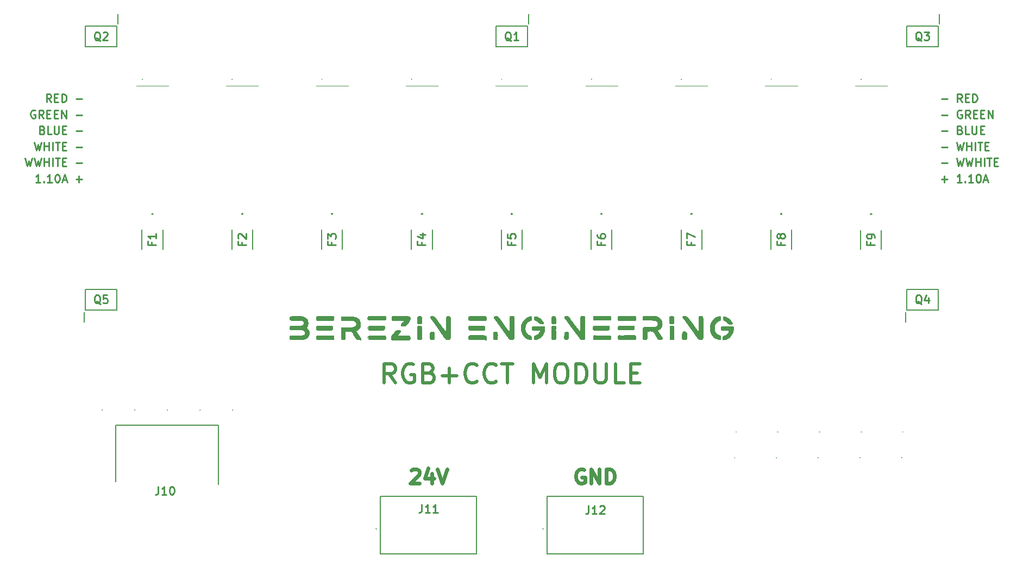
<source format=gbr>
%TF.GenerationSoftware,KiCad,Pcbnew,(6.0.10-0)*%
%TF.CreationDate,2023-01-04T14:52:54-08:00*%
%TF.ProjectId,rgbcct_module,72676263-6374-45f6-9d6f-64756c652e6b,1.0*%
%TF.SameCoordinates,Original*%
%TF.FileFunction,Legend,Top*%
%TF.FilePolarity,Positive*%
%FSLAX46Y46*%
G04 Gerber Fmt 4.6, Leading zero omitted, Abs format (unit mm)*
G04 Created by KiCad (PCBNEW (6.0.10-0)) date 2023-01-04 14:52:54*
%MOMM*%
%LPD*%
G01*
G04 APERTURE LIST*
%ADD10C,0.250000*%
%ADD11C,0.562500*%
%ADD12C,0.000000*%
%ADD13C,0.500000*%
%ADD14C,0.254000*%
%ADD15C,0.200000*%
%ADD16C,0.100000*%
G04 APERTURE END LIST*
D10*
X216712509Y-66521101D02*
X217664890Y-66521101D01*
X219867270Y-65806816D02*
X219748223Y-65747292D01*
X219569651Y-65747292D01*
X219391080Y-65806816D01*
X219272032Y-65925863D01*
X219212509Y-66044911D01*
X219152985Y-66283006D01*
X219152985Y-66461577D01*
X219212509Y-66699673D01*
X219272032Y-66818720D01*
X219391080Y-66937768D01*
X219569651Y-66997292D01*
X219688699Y-66997292D01*
X219867270Y-66937768D01*
X219926794Y-66878244D01*
X219926794Y-66461577D01*
X219688699Y-66461577D01*
X221176794Y-66997292D02*
X220760128Y-66402054D01*
X220462509Y-66997292D02*
X220462509Y-65747292D01*
X220938699Y-65747292D01*
X221057747Y-65806816D01*
X221117270Y-65866339D01*
X221176794Y-65985387D01*
X221176794Y-66163958D01*
X221117270Y-66283006D01*
X221057747Y-66342530D01*
X220938699Y-66402054D01*
X220462509Y-66402054D01*
X221712509Y-66342530D02*
X222129175Y-66342530D01*
X222307747Y-66997292D02*
X221712509Y-66997292D01*
X221712509Y-65747292D01*
X222307747Y-65747292D01*
X222843461Y-66342530D02*
X223260128Y-66342530D01*
X223438699Y-66997292D02*
X222843461Y-66997292D01*
X222843461Y-65747292D01*
X223438699Y-65747292D01*
X223974413Y-66997292D02*
X223974413Y-65747292D01*
X224688699Y-66997292D01*
X224688699Y-65747292D01*
X216712509Y-64021101D02*
X217664890Y-64021101D01*
X219926794Y-64497292D02*
X219510128Y-63902054D01*
X219212509Y-64497292D02*
X219212509Y-63247292D01*
X219688699Y-63247292D01*
X219807747Y-63306816D01*
X219867270Y-63366339D01*
X219926794Y-63485387D01*
X219926794Y-63663958D01*
X219867270Y-63783006D01*
X219807747Y-63842530D01*
X219688699Y-63902054D01*
X219212509Y-63902054D01*
X220462509Y-63842530D02*
X220879175Y-63842530D01*
X221057747Y-64497292D02*
X220462509Y-64497292D01*
X220462509Y-63247292D01*
X221057747Y-63247292D01*
X221593461Y-64497292D02*
X221593461Y-63247292D01*
X221891080Y-63247292D01*
X222069651Y-63306816D01*
X222188699Y-63425863D01*
X222248223Y-63544911D01*
X222307747Y-63783006D01*
X222307747Y-63961577D01*
X222248223Y-64199673D01*
X222188699Y-64318720D01*
X222069651Y-64437768D01*
X221891080Y-64497292D01*
X221593461Y-64497292D01*
X216712509Y-69021101D02*
X217664890Y-69021101D01*
X219629175Y-68842530D02*
X219807747Y-68902054D01*
X219867270Y-68961577D01*
X219926794Y-69080625D01*
X219926794Y-69259196D01*
X219867270Y-69378244D01*
X219807747Y-69437768D01*
X219688699Y-69497292D01*
X219212509Y-69497292D01*
X219212509Y-68247292D01*
X219629175Y-68247292D01*
X219748223Y-68306816D01*
X219807747Y-68366339D01*
X219867270Y-68485387D01*
X219867270Y-68604435D01*
X219807747Y-68723482D01*
X219748223Y-68783006D01*
X219629175Y-68842530D01*
X219212509Y-68842530D01*
X221057747Y-69497292D02*
X220462509Y-69497292D01*
X220462509Y-68247292D01*
X221474413Y-68247292D02*
X221474413Y-69259196D01*
X221533937Y-69378244D01*
X221593461Y-69437768D01*
X221712509Y-69497292D01*
X221950604Y-69497292D01*
X222069651Y-69437768D01*
X222129175Y-69378244D01*
X222188699Y-69259196D01*
X222188699Y-68247292D01*
X222783937Y-68842530D02*
X223200604Y-68842530D01*
X223379175Y-69497292D02*
X222783937Y-69497292D01*
X222783937Y-68247292D01*
X223379175Y-68247292D01*
X216712509Y-71521101D02*
X217664890Y-71521101D01*
X219093461Y-70747292D02*
X219391080Y-71997292D01*
X219629175Y-71104435D01*
X219867270Y-71997292D01*
X220164890Y-70747292D01*
X220641080Y-71997292D02*
X220641080Y-70747292D01*
X220641080Y-71342530D02*
X221355366Y-71342530D01*
X221355366Y-71997292D02*
X221355366Y-70747292D01*
X221950604Y-71997292D02*
X221950604Y-70747292D01*
X222367270Y-70747292D02*
X223081556Y-70747292D01*
X222724413Y-71997292D02*
X222724413Y-70747292D01*
X223498223Y-71342530D02*
X223914890Y-71342530D01*
X224093461Y-71997292D02*
X223498223Y-71997292D01*
X223498223Y-70747292D01*
X224093461Y-70747292D01*
X216712509Y-76521101D02*
X217664890Y-76521101D01*
X217188699Y-76997292D02*
X217188699Y-76044911D01*
X219867270Y-76997292D02*
X219152985Y-76997292D01*
X219510128Y-76997292D02*
X219510128Y-75747292D01*
X219391080Y-75925863D01*
X219272032Y-76044911D01*
X219152985Y-76104435D01*
X220402985Y-76878244D02*
X220462509Y-76937768D01*
X220402985Y-76997292D01*
X220343461Y-76937768D01*
X220402985Y-76878244D01*
X220402985Y-76997292D01*
X221652985Y-76997292D02*
X220938699Y-76997292D01*
X221295842Y-76997292D02*
X221295842Y-75747292D01*
X221176794Y-75925863D01*
X221057747Y-76044911D01*
X220938699Y-76104435D01*
X222426794Y-75747292D02*
X222545842Y-75747292D01*
X222664890Y-75806816D01*
X222724413Y-75866339D01*
X222783937Y-75985387D01*
X222843461Y-76223482D01*
X222843461Y-76521101D01*
X222783937Y-76759196D01*
X222724413Y-76878244D01*
X222664890Y-76937768D01*
X222545842Y-76997292D01*
X222426794Y-76997292D01*
X222307747Y-76937768D01*
X222248223Y-76878244D01*
X222188699Y-76759196D01*
X222129175Y-76521101D01*
X222129175Y-76223482D01*
X222188699Y-75985387D01*
X222248223Y-75866339D01*
X222307747Y-75806816D01*
X222426794Y-75747292D01*
X223319651Y-76640149D02*
X223914890Y-76640149D01*
X223200604Y-76997292D02*
X223617270Y-75747292D01*
X224033937Y-76997292D01*
X216712509Y-74021101D02*
X217664890Y-74021101D01*
X219093461Y-73247292D02*
X219391080Y-74497292D01*
X219629175Y-73604435D01*
X219867270Y-74497292D01*
X220164890Y-73247292D01*
X220522032Y-73247292D02*
X220819651Y-74497292D01*
X221057747Y-73604435D01*
X221295842Y-74497292D01*
X221593461Y-73247292D01*
X222069651Y-74497292D02*
X222069651Y-73247292D01*
X222069651Y-73842530D02*
X222783937Y-73842530D01*
X222783937Y-74497292D02*
X222783937Y-73247292D01*
X223379175Y-74497292D02*
X223379175Y-73247292D01*
X223795842Y-73247292D02*
X224510128Y-73247292D01*
X224152985Y-74497292D02*
X224152985Y-73247292D01*
X224926794Y-73842530D02*
X225343461Y-73842530D01*
X225522032Y-74497292D02*
X224926794Y-74497292D01*
X224926794Y-73247292D01*
X225522032Y-73247292D01*
D11*
X134073818Y-121913958D02*
X134180961Y-121806816D01*
X134395247Y-121699673D01*
X134930961Y-121699673D01*
X135145247Y-121806816D01*
X135252390Y-121913958D01*
X135359532Y-122128244D01*
X135359532Y-122342530D01*
X135252390Y-122663958D01*
X133966675Y-123949673D01*
X135359532Y-123949673D01*
X137288104Y-122449673D02*
X137288104Y-123949673D01*
X136752390Y-121592530D02*
X136216675Y-123199673D01*
X137609532Y-123199673D01*
X138145247Y-121699673D02*
X138895247Y-123949673D01*
X139645247Y-121699673D01*
X161038104Y-121806816D02*
X160823818Y-121699673D01*
X160502390Y-121699673D01*
X160180961Y-121806816D01*
X159966675Y-122021101D01*
X159859532Y-122235387D01*
X159752390Y-122663958D01*
X159752390Y-122985387D01*
X159859532Y-123413958D01*
X159966675Y-123628244D01*
X160180961Y-123842530D01*
X160502390Y-123949673D01*
X160716675Y-123949673D01*
X161038104Y-123842530D01*
X161145247Y-123735387D01*
X161145247Y-122985387D01*
X160716675Y-122985387D01*
X162109532Y-123949673D02*
X162109532Y-121699673D01*
X163395247Y-123949673D01*
X163395247Y-121699673D01*
X164466675Y-123949673D02*
X164466675Y-121699673D01*
X165002390Y-121699673D01*
X165323818Y-121806816D01*
X165538104Y-122021101D01*
X165645247Y-122235387D01*
X165752390Y-122663958D01*
X165752390Y-122985387D01*
X165645247Y-123413958D01*
X165538104Y-123628244D01*
X165323818Y-123842530D01*
X165002390Y-123949673D01*
X164466675Y-123949673D01*
D10*
X76304175Y-76997292D02*
X75589890Y-76997292D01*
X75947032Y-76997292D02*
X75947032Y-75747292D01*
X75827985Y-75925863D01*
X75708937Y-76044911D01*
X75589890Y-76104435D01*
X76839890Y-76878244D02*
X76899413Y-76937768D01*
X76839890Y-76997292D01*
X76780366Y-76937768D01*
X76839890Y-76878244D01*
X76839890Y-76997292D01*
X78089890Y-76997292D02*
X77375604Y-76997292D01*
X77732747Y-76997292D02*
X77732747Y-75747292D01*
X77613699Y-75925863D01*
X77494651Y-76044911D01*
X77375604Y-76104435D01*
X78863699Y-75747292D02*
X78982747Y-75747292D01*
X79101794Y-75806816D01*
X79161318Y-75866339D01*
X79220842Y-75985387D01*
X79280366Y-76223482D01*
X79280366Y-76521101D01*
X79220842Y-76759196D01*
X79161318Y-76878244D01*
X79101794Y-76937768D01*
X78982747Y-76997292D01*
X78863699Y-76997292D01*
X78744651Y-76937768D01*
X78685128Y-76878244D01*
X78625604Y-76759196D01*
X78566080Y-76521101D01*
X78566080Y-76223482D01*
X78625604Y-75985387D01*
X78685128Y-75866339D01*
X78744651Y-75806816D01*
X78863699Y-75747292D01*
X79756556Y-76640149D02*
X80351794Y-76640149D01*
X79637509Y-76997292D02*
X80054175Y-75747292D01*
X80470842Y-76997292D01*
X81839890Y-76521101D02*
X82792270Y-76521101D01*
X82316080Y-76997292D02*
X82316080Y-76044911D01*
X73923223Y-73247292D02*
X74220842Y-74497292D01*
X74458937Y-73604435D01*
X74697032Y-74497292D01*
X74994651Y-73247292D01*
X75351794Y-73247292D02*
X75649413Y-74497292D01*
X75887509Y-73604435D01*
X76125604Y-74497292D01*
X76423223Y-73247292D01*
X76899413Y-74497292D02*
X76899413Y-73247292D01*
X76899413Y-73842530D02*
X77613699Y-73842530D01*
X77613699Y-74497292D02*
X77613699Y-73247292D01*
X78208937Y-74497292D02*
X78208937Y-73247292D01*
X78625604Y-73247292D02*
X79339890Y-73247292D01*
X78982747Y-74497292D02*
X78982747Y-73247292D01*
X79756556Y-73842530D02*
X80173223Y-73842530D01*
X80351794Y-74497292D02*
X79756556Y-74497292D01*
X79756556Y-73247292D01*
X80351794Y-73247292D01*
X81839890Y-74021101D02*
X82792270Y-74021101D01*
X75351794Y-70747292D02*
X75649413Y-71997292D01*
X75887509Y-71104435D01*
X76125604Y-71997292D01*
X76423223Y-70747292D01*
X76899413Y-71997292D02*
X76899413Y-70747292D01*
X76899413Y-71342530D02*
X77613699Y-71342530D01*
X77613699Y-71997292D02*
X77613699Y-70747292D01*
X78208937Y-71997292D02*
X78208937Y-70747292D01*
X78625604Y-70747292D02*
X79339890Y-70747292D01*
X78982747Y-71997292D02*
X78982747Y-70747292D01*
X79756556Y-71342530D02*
X80173223Y-71342530D01*
X80351794Y-71997292D02*
X79756556Y-71997292D01*
X79756556Y-70747292D01*
X80351794Y-70747292D01*
X81839890Y-71521101D02*
X82792270Y-71521101D01*
X76601794Y-68842530D02*
X76780366Y-68902054D01*
X76839890Y-68961577D01*
X76899413Y-69080625D01*
X76899413Y-69259196D01*
X76839890Y-69378244D01*
X76780366Y-69437768D01*
X76661318Y-69497292D01*
X76185128Y-69497292D01*
X76185128Y-68247292D01*
X76601794Y-68247292D01*
X76720842Y-68306816D01*
X76780366Y-68366339D01*
X76839890Y-68485387D01*
X76839890Y-68604435D01*
X76780366Y-68723482D01*
X76720842Y-68783006D01*
X76601794Y-68842530D01*
X76185128Y-68842530D01*
X78030366Y-69497292D02*
X77435128Y-69497292D01*
X77435128Y-68247292D01*
X78447032Y-68247292D02*
X78447032Y-69259196D01*
X78506556Y-69378244D01*
X78566080Y-69437768D01*
X78685128Y-69497292D01*
X78923223Y-69497292D01*
X79042270Y-69437768D01*
X79101794Y-69378244D01*
X79161318Y-69259196D01*
X79161318Y-68247292D01*
X79756556Y-68842530D02*
X80173223Y-68842530D01*
X80351794Y-69497292D02*
X79756556Y-69497292D01*
X79756556Y-68247292D01*
X80351794Y-68247292D01*
X81839890Y-69021101D02*
X82792270Y-69021101D01*
X75470842Y-65806816D02*
X75351794Y-65747292D01*
X75173223Y-65747292D01*
X74994651Y-65806816D01*
X74875604Y-65925863D01*
X74816080Y-66044911D01*
X74756556Y-66283006D01*
X74756556Y-66461577D01*
X74816080Y-66699673D01*
X74875604Y-66818720D01*
X74994651Y-66937768D01*
X75173223Y-66997292D01*
X75292270Y-66997292D01*
X75470842Y-66937768D01*
X75530366Y-66878244D01*
X75530366Y-66461577D01*
X75292270Y-66461577D01*
X76780366Y-66997292D02*
X76363699Y-66402054D01*
X76066080Y-66997292D02*
X76066080Y-65747292D01*
X76542270Y-65747292D01*
X76661318Y-65806816D01*
X76720842Y-65866339D01*
X76780366Y-65985387D01*
X76780366Y-66163958D01*
X76720842Y-66283006D01*
X76661318Y-66342530D01*
X76542270Y-66402054D01*
X76066080Y-66402054D01*
X77316080Y-66342530D02*
X77732747Y-66342530D01*
X77911318Y-66997292D02*
X77316080Y-66997292D01*
X77316080Y-65747292D01*
X77911318Y-65747292D01*
X78447032Y-66342530D02*
X78863699Y-66342530D01*
X79042270Y-66997292D02*
X78447032Y-66997292D01*
X78447032Y-65747292D01*
X79042270Y-65747292D01*
X79577985Y-66997292D02*
X79577985Y-65747292D01*
X80292270Y-66997292D01*
X80292270Y-65747292D01*
X81839890Y-66521101D02*
X82792270Y-66521101D01*
X77970842Y-64497292D02*
X77554175Y-63902054D01*
X77256556Y-64497292D02*
X77256556Y-63247292D01*
X77732747Y-63247292D01*
X77851794Y-63306816D01*
X77911318Y-63366339D01*
X77970842Y-63485387D01*
X77970842Y-63663958D01*
X77911318Y-63783006D01*
X77851794Y-63842530D01*
X77732747Y-63902054D01*
X77256556Y-63902054D01*
X78506556Y-63842530D02*
X78923223Y-63842530D01*
X79101794Y-64497292D02*
X78506556Y-64497292D01*
X78506556Y-63247292D01*
X79101794Y-63247292D01*
X79637509Y-64497292D02*
X79637509Y-63247292D01*
X79935128Y-63247292D01*
X80113699Y-63306816D01*
X80232747Y-63425863D01*
X80292270Y-63544911D01*
X80351794Y-63783006D01*
X80351794Y-63961577D01*
X80292270Y-64199673D01*
X80232747Y-64318720D01*
X80113699Y-64437768D01*
X79935128Y-64497292D01*
X79637509Y-64497292D01*
X81839890Y-64021101D02*
X82792270Y-64021101D01*
D12*
G36*
X127347923Y-101059750D02*
G01*
X127348220Y-101128285D01*
X127349202Y-101174638D01*
X127351114Y-101221301D01*
X127354266Y-101269204D01*
X127358968Y-101319278D01*
X127365531Y-101372453D01*
X127374264Y-101429660D01*
X127357443Y-101419661D01*
X127341702Y-101409512D01*
X127327036Y-101399218D01*
X127313441Y-101388783D01*
X127300912Y-101378213D01*
X127289444Y-101367512D01*
X127279032Y-101356685D01*
X127269672Y-101345737D01*
X127261358Y-101334673D01*
X127254085Y-101323497D01*
X127247849Y-101312215D01*
X127242645Y-101300831D01*
X127238468Y-101289350D01*
X127235314Y-101277777D01*
X127233176Y-101266117D01*
X127232052Y-101254374D01*
X127231934Y-101242554D01*
X127232820Y-101230662D01*
X127234704Y-101218701D01*
X127237581Y-101206678D01*
X127241446Y-101194596D01*
X127246295Y-101182461D01*
X127252122Y-101170278D01*
X127258923Y-101158051D01*
X127266693Y-101145785D01*
X127275427Y-101133485D01*
X127285121Y-101121156D01*
X127295768Y-101108803D01*
X127307366Y-101096431D01*
X127319908Y-101084044D01*
X127333390Y-101071647D01*
X127347807Y-101059245D01*
X127347923Y-101059750D01*
G37*
G36*
X156273685Y-97885276D02*
G01*
X156351420Y-97887730D01*
X156418070Y-97892510D01*
X156447504Y-97896015D01*
X156474488Y-97900391D01*
X156499126Y-97905736D01*
X156521526Y-97912147D01*
X156541795Y-97919721D01*
X156560038Y-97928555D01*
X156576363Y-97938745D01*
X156590876Y-97950388D01*
X156603684Y-97963582D01*
X156614893Y-97978422D01*
X156624610Y-97995007D01*
X156632941Y-98013433D01*
X156639993Y-98033797D01*
X156645873Y-98056195D01*
X156650687Y-98080726D01*
X156654542Y-98107484D01*
X156659800Y-98168075D01*
X156662500Y-98238743D01*
X156663637Y-98413409D01*
X156663637Y-98942576D01*
X156663404Y-98957226D01*
X156662707Y-98971406D01*
X156661544Y-98985111D01*
X156659916Y-98998336D01*
X156657823Y-99011077D01*
X156655265Y-99023328D01*
X156652242Y-99035086D01*
X156648754Y-99046344D01*
X156644800Y-99057099D01*
X156640382Y-99067344D01*
X156635499Y-99077077D01*
X156630150Y-99086290D01*
X156624336Y-99094981D01*
X156618058Y-99103143D01*
X156611314Y-99110773D01*
X156604105Y-99117865D01*
X156596431Y-99124414D01*
X156588292Y-99130415D01*
X156579688Y-99135865D01*
X156570619Y-99140757D01*
X156561084Y-99145087D01*
X156551085Y-99148850D01*
X156540621Y-99152042D01*
X156529691Y-99154657D01*
X156518296Y-99156690D01*
X156506437Y-99158137D01*
X156494112Y-99158994D01*
X156481322Y-99159254D01*
X156468067Y-99158913D01*
X156454347Y-99157967D01*
X156440162Y-99156411D01*
X156425512Y-99154239D01*
X156410332Y-99154529D01*
X156394609Y-99155324D01*
X156361846Y-99157961D01*
X156293220Y-99164164D01*
X156275870Y-99165230D01*
X156258597Y-99165869D01*
X156241479Y-99165966D01*
X156224594Y-99165404D01*
X156208019Y-99164067D01*
X156191831Y-99161837D01*
X156176108Y-99158600D01*
X156160928Y-99154239D01*
X156145470Y-99148380D01*
X156129044Y-99140855D01*
X156111919Y-99131857D01*
X156094369Y-99121580D01*
X156076663Y-99110218D01*
X156059074Y-99097964D01*
X156041872Y-99085013D01*
X156025329Y-99071558D01*
X156009717Y-99057793D01*
X155995305Y-99043911D01*
X155982367Y-99030107D01*
X155971173Y-99016574D01*
X155961994Y-99003506D01*
X155958245Y-98997206D01*
X155955102Y-98991096D01*
X155952598Y-98985199D01*
X155950767Y-98979539D01*
X155949644Y-98974140D01*
X155949262Y-98969027D01*
X155940580Y-98859888D01*
X155934379Y-98750748D01*
X155930658Y-98641607D01*
X155929418Y-98532467D01*
X155930658Y-98423327D01*
X155934379Y-98314188D01*
X155940580Y-98205049D01*
X155949262Y-98095912D01*
X155949492Y-98088471D01*
X155950167Y-98081035D01*
X155951268Y-98073609D01*
X155952776Y-98066198D01*
X155954672Y-98058806D01*
X155956936Y-98051438D01*
X155959549Y-98044099D01*
X155962492Y-98036794D01*
X155969287Y-98022306D01*
X155977168Y-98008011D01*
X155985979Y-97993949D01*
X155995565Y-97980158D01*
X156005771Y-97966677D01*
X156016442Y-97953545D01*
X156027423Y-97940800D01*
X156038559Y-97928481D01*
X156060676Y-97905277D01*
X156081552Y-97884242D01*
X156273685Y-97885276D01*
G37*
G36*
X162785486Y-100856314D02*
G01*
X162875145Y-100862875D01*
X162965424Y-100867576D01*
X163056633Y-100870727D01*
X163149082Y-100872639D01*
X163243081Y-100873621D01*
X163436971Y-100874034D01*
X164971555Y-100874034D01*
X164997997Y-100874496D01*
X165022786Y-100875868D01*
X165045977Y-100878133D01*
X165067622Y-100881269D01*
X165087775Y-100885258D01*
X165106489Y-100890080D01*
X165123818Y-100895716D01*
X165139814Y-100902146D01*
X165154531Y-100909352D01*
X165168023Y-100917313D01*
X165180342Y-100926011D01*
X165191542Y-100935426D01*
X165201677Y-100945539D01*
X165210798Y-100956329D01*
X165218961Y-100967779D01*
X165226217Y-100979868D01*
X165232621Y-100992577D01*
X165238226Y-101005887D01*
X165243084Y-101019778D01*
X165247250Y-101034231D01*
X165250776Y-101049227D01*
X165253716Y-101064746D01*
X165258050Y-101097276D01*
X165260679Y-101131667D01*
X165262029Y-101167762D01*
X165262598Y-101244449D01*
X165262236Y-101283192D01*
X165260944Y-101319999D01*
X165258412Y-101354790D01*
X165254329Y-101387488D01*
X165248386Y-101418016D01*
X165244621Y-101432442D01*
X165240273Y-101446297D01*
X165235306Y-101459570D01*
X165229680Y-101472252D01*
X165223356Y-101484333D01*
X165216295Y-101495804D01*
X165208460Y-101506655D01*
X165199811Y-101516876D01*
X165190308Y-101526457D01*
X165179915Y-101535389D01*
X165168591Y-101543663D01*
X165156299Y-101551268D01*
X165142999Y-101558194D01*
X165128652Y-101564433D01*
X165113220Y-101569974D01*
X165096664Y-101574808D01*
X165078946Y-101578924D01*
X165060025Y-101582314D01*
X165039865Y-101584967D01*
X165018426Y-101586875D01*
X164995669Y-101588026D01*
X164971555Y-101588412D01*
X162696138Y-101588412D01*
X162669772Y-101587950D01*
X162645204Y-101586578D01*
X162622370Y-101584314D01*
X162601207Y-101581177D01*
X162581653Y-101577189D01*
X162563644Y-101572367D01*
X162547118Y-101566730D01*
X162532012Y-101560300D01*
X162518262Y-101553094D01*
X162505805Y-101545133D01*
X162494579Y-101536435D01*
X162484521Y-101527020D01*
X162475567Y-101516908D01*
X162467655Y-101506117D01*
X162460722Y-101494667D01*
X162454704Y-101482578D01*
X162449539Y-101469869D01*
X162445163Y-101456559D01*
X162441515Y-101442668D01*
X162438530Y-101428215D01*
X162436145Y-101413219D01*
X162434299Y-101397700D01*
X162431967Y-101365170D01*
X162431031Y-101330780D01*
X162430986Y-101294684D01*
X162431554Y-101217998D01*
X162432071Y-101148905D01*
X162433299Y-101115038D01*
X162435688Y-101081984D01*
X162439629Y-101050016D01*
X162445507Y-101019404D01*
X162453711Y-100990421D01*
X162458806Y-100976624D01*
X162464627Y-100963336D01*
X162471224Y-100950591D01*
X162478645Y-100938422D01*
X162486937Y-100926863D01*
X162496150Y-100915949D01*
X162506332Y-100905714D01*
X162517531Y-100896190D01*
X162529796Y-100887412D01*
X162543176Y-100879415D01*
X162557718Y-100872231D01*
X162573471Y-100865895D01*
X162590484Y-100860441D01*
X162608805Y-100855903D01*
X162628482Y-100852314D01*
X162649565Y-100849708D01*
X162672100Y-100848120D01*
X162696138Y-100847583D01*
X162785486Y-100856314D01*
G37*
G36*
X176649666Y-97842201D02*
G01*
X176705664Y-97846115D01*
X176763289Y-97853595D01*
X176821573Y-97864408D01*
X176879547Y-97878322D01*
X176936242Y-97895104D01*
X176990689Y-97914521D01*
X177041919Y-97936341D01*
X177088964Y-97960332D01*
X177130854Y-97986261D01*
X177149563Y-97999879D01*
X177166621Y-98013895D01*
X177181905Y-98028279D01*
X177195295Y-98043002D01*
X178005582Y-99131102D01*
X178835714Y-100239039D01*
X178835768Y-100246636D01*
X178835892Y-100248864D01*
X178835995Y-100249636D01*
X178836132Y-100250200D01*
X178836307Y-100250571D01*
X178836527Y-100250762D01*
X178836794Y-100250788D01*
X178837115Y-100250664D01*
X178837494Y-100250405D01*
X178837936Y-100250024D01*
X178839028Y-100248958D01*
X178840430Y-100247581D01*
X178842181Y-100246011D01*
X178843199Y-100245189D01*
X178844319Y-100244363D01*
X178845546Y-100243546D01*
X178846884Y-100242754D01*
X178848338Y-100242000D01*
X178849913Y-100241300D01*
X178851615Y-100240667D01*
X178853447Y-100240117D01*
X178855415Y-100239664D01*
X178857523Y-100239323D01*
X178859777Y-100239107D01*
X178862180Y-100239032D01*
X178862180Y-98175288D01*
X178862555Y-98123760D01*
X178863937Y-98078083D01*
X178866715Y-98037911D01*
X178868748Y-98019779D01*
X178871275Y-98002893D01*
X178874345Y-97987208D01*
X178878006Y-97972681D01*
X178882307Y-97959268D01*
X178887295Y-97946926D01*
X178893020Y-97935612D01*
X178899529Y-97925280D01*
X178906872Y-97915889D01*
X178915097Y-97907393D01*
X178924252Y-97899751D01*
X178934385Y-97892917D01*
X178945545Y-97886849D01*
X178957781Y-97881503D01*
X178971141Y-97876835D01*
X178985673Y-97872802D01*
X179001427Y-97869360D01*
X179018449Y-97866465D01*
X179056495Y-97862144D01*
X179100201Y-97859489D01*
X179149952Y-97858151D01*
X179206136Y-97857783D01*
X179267277Y-97858151D01*
X179321945Y-97859489D01*
X179370489Y-97862144D01*
X179413257Y-97866465D01*
X179450600Y-97872802D01*
X179467346Y-97876835D01*
X179482865Y-97881503D01*
X179497203Y-97886849D01*
X179510402Y-97892917D01*
X179522506Y-97899751D01*
X179533559Y-97907393D01*
X179543605Y-97915889D01*
X179552686Y-97925280D01*
X179560846Y-97935612D01*
X179568130Y-97946926D01*
X179574581Y-97959268D01*
X179580241Y-97972681D01*
X179585156Y-97987208D01*
X179589368Y-98002893D01*
X179592922Y-98019779D01*
X179595860Y-98037911D01*
X179600065Y-98078083D01*
X179602332Y-98123760D01*
X179603010Y-98175288D01*
X179603010Y-101244456D01*
X179602635Y-101295985D01*
X179601253Y-101341661D01*
X179598475Y-101381834D01*
X179596442Y-101399965D01*
X179593915Y-101416851D01*
X179590845Y-101432536D01*
X179587184Y-101447063D01*
X179582883Y-101460476D01*
X179577895Y-101472818D01*
X179572170Y-101484133D01*
X179565660Y-101494464D01*
X179558317Y-101503856D01*
X179550092Y-101512351D01*
X179540937Y-101519994D01*
X179530804Y-101526827D01*
X179519643Y-101532895D01*
X179507407Y-101538241D01*
X179494047Y-101542909D01*
X179479514Y-101546942D01*
X179463761Y-101550385D01*
X179446738Y-101553279D01*
X179408690Y-101557601D01*
X179364984Y-101560256D01*
X179315232Y-101561593D01*
X179259046Y-101561961D01*
X179210355Y-101565669D01*
X179163446Y-101566818D01*
X179118242Y-101565332D01*
X179074666Y-101561133D01*
X179032641Y-101554143D01*
X178992088Y-101544286D01*
X178952930Y-101531482D01*
X178915090Y-101515655D01*
X178878490Y-101496728D01*
X178843054Y-101474623D01*
X178808702Y-101449263D01*
X178775358Y-101420569D01*
X178742944Y-101388465D01*
X178711384Y-101352873D01*
X178680598Y-101313715D01*
X178650510Y-101270915D01*
X178390215Y-100895074D01*
X178125890Y-100521403D01*
X177588869Y-99779329D01*
X176507383Y-98307582D01*
X176497467Y-98297355D01*
X176487591Y-98286547D01*
X176477791Y-98275197D01*
X176468108Y-98263343D01*
X176458580Y-98251024D01*
X176449246Y-98238280D01*
X176440144Y-98225148D01*
X176431314Y-98211667D01*
X176422794Y-98197876D01*
X176414622Y-98183815D01*
X176406838Y-98169521D01*
X176399481Y-98155033D01*
X176392588Y-98140390D01*
X176386200Y-98125631D01*
X176380354Y-98110795D01*
X176375089Y-98095920D01*
X176375193Y-98065120D01*
X176375916Y-98033080D01*
X176376704Y-98016983D01*
X176377880Y-98001040D01*
X176379521Y-97985408D01*
X176381704Y-97970241D01*
X176384507Y-97955693D01*
X176388009Y-97941921D01*
X176392285Y-97929080D01*
X176397414Y-97917323D01*
X176400322Y-97911900D01*
X176403473Y-97906807D01*
X176406876Y-97902062D01*
X176410540Y-97897686D01*
X176414475Y-97893697D01*
X176418692Y-97890115D01*
X176423199Y-97886959D01*
X176428007Y-97884250D01*
X176443800Y-97874944D01*
X176461332Y-97866849D01*
X176480482Y-97859936D01*
X176501129Y-97854176D01*
X176523152Y-97849540D01*
X176546430Y-97845998D01*
X176596265Y-97842084D01*
X176649666Y-97842201D01*
G37*
G36*
X121183015Y-97884242D02*
G01*
X121897390Y-97884242D01*
X121926219Y-97885166D01*
X121939924Y-97886313D01*
X121953149Y-97887911D01*
X121965889Y-97889955D01*
X121978141Y-97892439D01*
X121989898Y-97895360D01*
X122001156Y-97898712D01*
X122011911Y-97902490D01*
X122022156Y-97906689D01*
X122031888Y-97911306D01*
X122041102Y-97916334D01*
X122049793Y-97921769D01*
X122057955Y-97927606D01*
X122065585Y-97933840D01*
X122072677Y-97940467D01*
X122079226Y-97947481D01*
X122085228Y-97954878D01*
X122090677Y-97962653D01*
X122095569Y-97970801D01*
X122099900Y-97979318D01*
X122103663Y-97988197D01*
X122106855Y-97997435D01*
X122109471Y-98007027D01*
X122111504Y-98016968D01*
X122112952Y-98027252D01*
X122113809Y-98037876D01*
X122114070Y-98048834D01*
X122113730Y-98060121D01*
X122112784Y-98071733D01*
X122111228Y-98083665D01*
X122109057Y-98095912D01*
X122109057Y-98334033D01*
X122108127Y-98367526D01*
X122105336Y-98398577D01*
X122103243Y-98413200D01*
X122100685Y-98427226D01*
X122097662Y-98440661D01*
X122094174Y-98453510D01*
X122090221Y-98465777D01*
X122085803Y-98477468D01*
X122080919Y-98488587D01*
X122075571Y-98499139D01*
X122069757Y-98509130D01*
X122063478Y-98518563D01*
X122056734Y-98527444D01*
X122049526Y-98535777D01*
X122041852Y-98543568D01*
X122033713Y-98550821D01*
X122025108Y-98557541D01*
X122016039Y-98563733D01*
X122006505Y-98569402D01*
X121996505Y-98574552D01*
X121986041Y-98579189D01*
X121975111Y-98583318D01*
X121963717Y-98586942D01*
X121951857Y-98590067D01*
X121939532Y-98592699D01*
X121926742Y-98594841D01*
X121899767Y-98597676D01*
X121870931Y-98598613D01*
X119489681Y-98598613D01*
X119465800Y-98597986D01*
X119443741Y-98596081D01*
X119433382Y-98594636D01*
X119423465Y-98592857D01*
X119413983Y-98590739D01*
X119404932Y-98588277D01*
X119396308Y-98585467D01*
X119388105Y-98582302D01*
X119380319Y-98578779D01*
X119372944Y-98574893D01*
X119365977Y-98570638D01*
X119359412Y-98566011D01*
X119353244Y-98561005D01*
X119347468Y-98555617D01*
X119342080Y-98549842D01*
X119337074Y-98543673D01*
X119332447Y-98537108D01*
X119328193Y-98530140D01*
X119324306Y-98522766D01*
X119320783Y-98514980D01*
X119317619Y-98506777D01*
X119314808Y-98498152D01*
X119312346Y-98489101D01*
X119310228Y-98479619D01*
X119308450Y-98469701D01*
X119307005Y-98459343D01*
X119305100Y-98437283D01*
X119304473Y-98413402D01*
X119295585Y-98320255D01*
X119289177Y-98238735D01*
X119285869Y-98168067D01*
X119286283Y-98107477D01*
X119288079Y-98080718D01*
X119291037Y-98056188D01*
X119295236Y-98033789D01*
X119300752Y-98013426D01*
X119307664Y-97995000D01*
X119316048Y-97978415D01*
X119325983Y-97963574D01*
X119337546Y-97950380D01*
X119350814Y-97938737D01*
X119365864Y-97928547D01*
X119382776Y-97919714D01*
X119401625Y-97912140D01*
X119422489Y-97905729D01*
X119445446Y-97900383D01*
X119470574Y-97896007D01*
X119497949Y-97892503D01*
X119559754Y-97887723D01*
X119631481Y-97885268D01*
X119807181Y-97884234D01*
X121183015Y-97884242D01*
G37*
G36*
X135549476Y-99361779D02*
G01*
X135573189Y-99364387D01*
X135595075Y-99367915D01*
X135615207Y-99372432D01*
X135633658Y-99378005D01*
X135650500Y-99384702D01*
X135665807Y-99392591D01*
X135679651Y-99401739D01*
X135692104Y-99412215D01*
X135703239Y-99424086D01*
X135713130Y-99437421D01*
X135721848Y-99452286D01*
X135729466Y-99468750D01*
X135736058Y-99486881D01*
X135741694Y-99506746D01*
X135746450Y-99528413D01*
X135750396Y-99551950D01*
X135756151Y-99604906D01*
X135759543Y-99666155D01*
X135761151Y-99736242D01*
X135761558Y-99815707D01*
X135761558Y-101297374D01*
X135760880Y-101344245D01*
X135758613Y-101385845D01*
X135756774Y-101404765D01*
X135754407Y-101422484D01*
X135751469Y-101439040D01*
X135747916Y-101454472D01*
X135743703Y-101468819D01*
X135738788Y-101482120D01*
X135733127Y-101494413D01*
X135726677Y-101505736D01*
X135719393Y-101516130D01*
X135711232Y-101525632D01*
X135702151Y-101534281D01*
X135692105Y-101542117D01*
X135681052Y-101549177D01*
X135668948Y-101555501D01*
X135655749Y-101561128D01*
X135641411Y-101566095D01*
X135625891Y-101570443D01*
X135609145Y-101574209D01*
X135591130Y-101577432D01*
X135571803Y-101580152D01*
X135529034Y-101584234D01*
X135480490Y-101586766D01*
X135425823Y-101588058D01*
X135364683Y-101588420D01*
X135321585Y-101587761D01*
X135281587Y-101585629D01*
X135244690Y-101581792D01*
X135210894Y-101576017D01*
X135195158Y-101572330D01*
X135180198Y-101568072D01*
X135166012Y-101563213D01*
X135152602Y-101557724D01*
X135139967Y-101551576D01*
X135128108Y-101544740D01*
X135117023Y-101537187D01*
X135106714Y-101528888D01*
X135097179Y-101519814D01*
X135088420Y-101509935D01*
X135080436Y-101499223D01*
X135073227Y-101487649D01*
X135066794Y-101475184D01*
X135061135Y-101461798D01*
X135056252Y-101447462D01*
X135052143Y-101432148D01*
X135048810Y-101415826D01*
X135046253Y-101398467D01*
X135044470Y-101380043D01*
X135043462Y-101360523D01*
X135043230Y-101339880D01*
X135043773Y-101318083D01*
X135047184Y-101270915D01*
X135038449Y-101201409D01*
X135031886Y-101131593D01*
X135027183Y-101061158D01*
X135024030Y-100989792D01*
X135022118Y-100917186D01*
X135021136Y-100843031D01*
X135020723Y-100688830D01*
X135020723Y-99630496D01*
X135021660Y-99597003D01*
X135022838Y-99581174D01*
X135024495Y-99565951D01*
X135026638Y-99551329D01*
X135029269Y-99537303D01*
X135032395Y-99523868D01*
X135036019Y-99511019D01*
X135040148Y-99498752D01*
X135044785Y-99487061D01*
X135049936Y-99475942D01*
X135055605Y-99465390D01*
X135061797Y-99455399D01*
X135068518Y-99445966D01*
X135075771Y-99437085D01*
X135083562Y-99428752D01*
X135091896Y-99420961D01*
X135100777Y-99413708D01*
X135110210Y-99406988D01*
X135120201Y-99400796D01*
X135130753Y-99395127D01*
X135141872Y-99389977D01*
X135153563Y-99385340D01*
X135165831Y-99381211D01*
X135178680Y-99377587D01*
X135192115Y-99374462D01*
X135206141Y-99371830D01*
X135220763Y-99369688D01*
X135235986Y-99368031D01*
X135251814Y-99366853D01*
X135285307Y-99365916D01*
X135364778Y-99361664D01*
X135434910Y-99359196D01*
X135496282Y-99359053D01*
X135549476Y-99361779D01*
G37*
G36*
X145575255Y-97884711D02*
G01*
X145598012Y-97886078D01*
X145619451Y-97888326D01*
X145639611Y-97891433D01*
X145658532Y-97895372D01*
X145676250Y-97900121D01*
X145692806Y-97905654D01*
X145708238Y-97911949D01*
X145722585Y-97918979D01*
X145735885Y-97926722D01*
X145748177Y-97935152D01*
X145759501Y-97944247D01*
X145769894Y-97953980D01*
X145779397Y-97964329D01*
X145788046Y-97975269D01*
X145795881Y-97986776D01*
X145802942Y-97998826D01*
X145809266Y-98011394D01*
X145814892Y-98024456D01*
X145819859Y-98037988D01*
X145824207Y-98051965D01*
X145827973Y-98066364D01*
X145833915Y-98096330D01*
X145837998Y-98127691D01*
X145840530Y-98160253D01*
X145841822Y-98193822D01*
X145842184Y-98228206D01*
X145841822Y-98289048D01*
X145840530Y-98342875D01*
X145837998Y-98390113D01*
X145833915Y-98431189D01*
X145827973Y-98466529D01*
X145824207Y-98482182D01*
X145819859Y-98496560D01*
X145814892Y-98509717D01*
X145809266Y-98521707D01*
X145802942Y-98532582D01*
X145795881Y-98542397D01*
X145788046Y-98551203D01*
X145779397Y-98559056D01*
X145769894Y-98566007D01*
X145759501Y-98572110D01*
X145748177Y-98577419D01*
X145735885Y-98581987D01*
X145722585Y-98585867D01*
X145708238Y-98589112D01*
X145676250Y-98593911D01*
X145639611Y-98596812D01*
X145598012Y-98598239D01*
X145551141Y-98598620D01*
X143302181Y-98598620D01*
X143266352Y-98597854D01*
X143233212Y-98595591D01*
X143202659Y-98591884D01*
X143174592Y-98586787D01*
X143148908Y-98580352D01*
X143125506Y-98572634D01*
X143104283Y-98563685D01*
X143085140Y-98553559D01*
X143067973Y-98542309D01*
X143052681Y-98529989D01*
X143039162Y-98516651D01*
X143027314Y-98502348D01*
X143017036Y-98487136D01*
X143008226Y-98471065D01*
X143000782Y-98454191D01*
X142994603Y-98436565D01*
X142989586Y-98418242D01*
X142985631Y-98399275D01*
X142982634Y-98379716D01*
X142980496Y-98359620D01*
X142978383Y-98318028D01*
X142978480Y-98274924D01*
X142982046Y-98185887D01*
X142983887Y-98140806D01*
X142984682Y-98095920D01*
X142987394Y-98079017D01*
X142990566Y-98063021D01*
X142994194Y-98047906D01*
X142998272Y-98033649D01*
X143002796Y-98020225D01*
X143007761Y-98007610D01*
X143013162Y-97995780D01*
X143018994Y-97984710D01*
X143025253Y-97974377D01*
X143031933Y-97964756D01*
X143039029Y-97955823D01*
X143046538Y-97947554D01*
X143054453Y-97939925D01*
X143062771Y-97932910D01*
X143071485Y-97926487D01*
X143080592Y-97920630D01*
X143090087Y-97915317D01*
X143099965Y-97910521D01*
X143110220Y-97906220D01*
X143120848Y-97902388D01*
X143131845Y-97899003D01*
X143143205Y-97896039D01*
X143154923Y-97893472D01*
X143166995Y-97891278D01*
X143192181Y-97887912D01*
X143218723Y-97885748D01*
X143246583Y-97884592D01*
X143275722Y-97884250D01*
X145551141Y-97884250D01*
X145575255Y-97884711D01*
G37*
G36*
X184112915Y-99446236D02*
G01*
X184148881Y-99449117D01*
X184182367Y-99454013D01*
X184198180Y-99457241D01*
X184213372Y-99461002D01*
X184227945Y-99465306D01*
X184241897Y-99470162D01*
X184255230Y-99475580D01*
X184267942Y-99481570D01*
X184280034Y-99488141D01*
X184291506Y-99495303D01*
X184302358Y-99503066D01*
X184312590Y-99511439D01*
X184322202Y-99520433D01*
X184331194Y-99530056D01*
X184339565Y-99540319D01*
X184347317Y-99551231D01*
X184354448Y-99562802D01*
X184360959Y-99575041D01*
X184366850Y-99587959D01*
X184372122Y-99601564D01*
X184376772Y-99615868D01*
X184380803Y-99630878D01*
X184384214Y-99646606D01*
X184387004Y-99663060D01*
X184389175Y-99680251D01*
X184390725Y-99698188D01*
X184391655Y-99716881D01*
X184391965Y-99736339D01*
X184381146Y-99903357D01*
X184358737Y-100066654D01*
X184324934Y-100225610D01*
X184279931Y-100379605D01*
X184223920Y-100528020D01*
X184157096Y-100670233D01*
X184079652Y-100805625D01*
X183991783Y-100933576D01*
X183893681Y-101053465D01*
X183840854Y-101110192D01*
X183785542Y-101164672D01*
X183727769Y-101216827D01*
X183667558Y-101266578D01*
X183604936Y-101313849D01*
X183539924Y-101358562D01*
X183472549Y-101400640D01*
X183402833Y-101440004D01*
X183330802Y-101476579D01*
X183256479Y-101510285D01*
X183179889Y-101541045D01*
X183101056Y-101568783D01*
X183020004Y-101593420D01*
X182936758Y-101614879D01*
X182898311Y-101623250D01*
X182880018Y-101626273D01*
X182862345Y-101628521D01*
X182845292Y-101629994D01*
X182828859Y-101630692D01*
X182813046Y-101630614D01*
X182797854Y-101629762D01*
X182783281Y-101628134D01*
X182769329Y-101625731D01*
X182755996Y-101622553D01*
X182743284Y-101618600D01*
X182731192Y-101613871D01*
X182719720Y-101608368D01*
X182708868Y-101602089D01*
X182698636Y-101595036D01*
X182689024Y-101587207D01*
X182680032Y-101578603D01*
X182671661Y-101569223D01*
X182663909Y-101559069D01*
X182656778Y-101548140D01*
X182650267Y-101536435D01*
X182644375Y-101523955D01*
X182639104Y-101510701D01*
X182634453Y-101496671D01*
X182630423Y-101481866D01*
X182627012Y-101466285D01*
X182624221Y-101449930D01*
X182622051Y-101432800D01*
X182620501Y-101414894D01*
X182619570Y-101396213D01*
X182619260Y-101376758D01*
X182611248Y-101254233D01*
X182609432Y-101204153D01*
X182609747Y-101160544D01*
X182610862Y-101140937D01*
X182612698Y-101122672D01*
X182615320Y-101105657D01*
X182618789Y-101089800D01*
X182623169Y-101075008D01*
X182628523Y-101061190D01*
X182634914Y-101048254D01*
X182642404Y-101036108D01*
X182651057Y-101024659D01*
X182660936Y-101013816D01*
X182672104Y-101003486D01*
X182684623Y-100993578D01*
X182698557Y-100983999D01*
X182713968Y-100974658D01*
X182730921Y-100965462D01*
X182749476Y-100956319D01*
X182791650Y-100937825D01*
X182840995Y-100918440D01*
X182963209Y-100874049D01*
X183021785Y-100848010D01*
X183078346Y-100819530D01*
X183132736Y-100788647D01*
X183184801Y-100755399D01*
X183234385Y-100719827D01*
X183281333Y-100681967D01*
X183325491Y-100641860D01*
X183366704Y-100599544D01*
X183404815Y-100555057D01*
X183439671Y-100508438D01*
X183471116Y-100459726D01*
X183498995Y-100408961D01*
X183523153Y-100356179D01*
X183543436Y-100301421D01*
X183552075Y-100273313D01*
X183559687Y-100244725D01*
X183566252Y-100215662D01*
X183571752Y-100186130D01*
X183513362Y-100177394D01*
X183456831Y-100170829D01*
X183401539Y-100166125D01*
X183346866Y-100162971D01*
X183292193Y-100161059D01*
X183236899Y-100160077D01*
X183121969Y-100159663D01*
X182672178Y-100159663D01*
X182620649Y-100159282D01*
X182574973Y-100157854D01*
X182534800Y-100154954D01*
X182516669Y-100152818D01*
X182499783Y-100150155D01*
X182484098Y-100146910D01*
X182469571Y-100143030D01*
X182456158Y-100138462D01*
X182443816Y-100133153D01*
X182432501Y-100127050D01*
X182422170Y-100120098D01*
X182412778Y-100112246D01*
X182404283Y-100103439D01*
X182396641Y-100093625D01*
X182389807Y-100082749D01*
X182383739Y-100070760D01*
X182378393Y-100057603D01*
X182373725Y-100043224D01*
X182369692Y-100027572D01*
X182366249Y-100010593D01*
X182363355Y-99992232D01*
X182359033Y-99951156D01*
X182356378Y-99903918D01*
X182355041Y-99850091D01*
X182354673Y-99789248D01*
X182355041Y-99733062D01*
X182356378Y-99683310D01*
X182359033Y-99639605D01*
X182363355Y-99601558D01*
X182366249Y-99584535D01*
X182369692Y-99568782D01*
X182373725Y-99554250D01*
X182378393Y-99540890D01*
X182383739Y-99528654D01*
X182389807Y-99517494D01*
X182396641Y-99507361D01*
X182404283Y-99498206D01*
X182412778Y-99489982D01*
X182422170Y-99482639D01*
X182432501Y-99476130D01*
X182443816Y-99470405D01*
X182456158Y-99465417D01*
X182469571Y-99461117D01*
X182484098Y-99457456D01*
X182499783Y-99454386D01*
X182534800Y-99449826D01*
X182574973Y-99447049D01*
X182620649Y-99445667D01*
X182672178Y-99445292D01*
X184074468Y-99445292D01*
X184112915Y-99446236D01*
G37*
G36*
X158377752Y-97847028D02*
G01*
X158401314Y-97848813D01*
X158424358Y-97851582D01*
X158446897Y-97855320D01*
X158468948Y-97860012D01*
X158490523Y-97865644D01*
X158511639Y-97872201D01*
X158532309Y-97879669D01*
X158552547Y-97888034D01*
X158572369Y-97897280D01*
X158591789Y-97907393D01*
X158629480Y-97930164D01*
X158665737Y-97956228D01*
X158700677Y-97985471D01*
X158734415Y-98017776D01*
X158767068Y-98053026D01*
X158798752Y-98091106D01*
X158829583Y-98131899D01*
X158859678Y-98175288D01*
X159020754Y-98411088D01*
X159185860Y-98642858D01*
X159354067Y-98871526D01*
X159524444Y-99098024D01*
X159867989Y-99548228D01*
X160209055Y-100000911D01*
X160218989Y-100015510D01*
X160229002Y-100029643D01*
X160239169Y-100043467D01*
X160249569Y-100057136D01*
X160271376Y-100084628D01*
X160295044Y-100113360D01*
X160350440Y-100179507D01*
X160383410Y-100219402D01*
X160420721Y-100265498D01*
X160421018Y-100236643D01*
X160421858Y-100209532D01*
X160423163Y-100184048D01*
X160424855Y-100160077D01*
X160429094Y-100116203D01*
X160433952Y-100076980D01*
X160443048Y-100008766D01*
X160446046Y-99977914D01*
X160446886Y-99962896D01*
X160447183Y-99947993D01*
X160447183Y-98175281D01*
X160447861Y-98123752D01*
X160450129Y-98078076D01*
X160451967Y-98057323D01*
X160454334Y-98037903D01*
X160457272Y-98019772D01*
X160460825Y-98002885D01*
X160465038Y-97987200D01*
X160469952Y-97972674D01*
X160475613Y-97959261D01*
X160482064Y-97946919D01*
X160489348Y-97935604D01*
X160497508Y-97925273D01*
X160506590Y-97915881D01*
X160516635Y-97907386D01*
X160527688Y-97899743D01*
X160539792Y-97892910D01*
X160552991Y-97886842D01*
X160567329Y-97881496D01*
X160582849Y-97876828D01*
X160599595Y-97872794D01*
X160617609Y-97869352D01*
X160636937Y-97866457D01*
X160679706Y-97862136D01*
X160728249Y-97859481D01*
X160782917Y-97858144D01*
X160844057Y-97857776D01*
X160900242Y-97858144D01*
X160949994Y-97859481D01*
X160993699Y-97862136D01*
X161031746Y-97866457D01*
X161048769Y-97869352D01*
X161064522Y-97872794D01*
X161079055Y-97876828D01*
X161092415Y-97881496D01*
X161104651Y-97886842D01*
X161115811Y-97892910D01*
X161125945Y-97899743D01*
X161135100Y-97907386D01*
X161143324Y-97915881D01*
X161150667Y-97925273D01*
X161157177Y-97935604D01*
X161162902Y-97946919D01*
X161167890Y-97959261D01*
X161172190Y-97972674D01*
X161175851Y-97987200D01*
X161178921Y-98002885D01*
X161183482Y-98037903D01*
X161186259Y-98078076D01*
X161187642Y-98123752D01*
X161188016Y-98175281D01*
X161188016Y-101270907D01*
X161187073Y-101309063D01*
X161184192Y-101344235D01*
X161182001Y-101360738D01*
X161179296Y-101376539D01*
X161176068Y-101391652D01*
X161172307Y-101406092D01*
X161168003Y-101419873D01*
X161163147Y-101433009D01*
X161157729Y-101445516D01*
X161151739Y-101457407D01*
X161145168Y-101468698D01*
X161138006Y-101479402D01*
X161130243Y-101489535D01*
X161121870Y-101499111D01*
X161112877Y-101508144D01*
X161103254Y-101516650D01*
X161092991Y-101524641D01*
X161082079Y-101532134D01*
X161070508Y-101539142D01*
X161058269Y-101545680D01*
X161045352Y-101551763D01*
X161031746Y-101557405D01*
X161017443Y-101562620D01*
X161002433Y-101567424D01*
X160970251Y-101575854D01*
X160935124Y-101582812D01*
X160896974Y-101588412D01*
X160843617Y-101591823D01*
X160792586Y-101592133D01*
X160743726Y-101589342D01*
X160696881Y-101583451D01*
X160651896Y-101574459D01*
X160608617Y-101562367D01*
X160566888Y-101547174D01*
X160526554Y-101528880D01*
X160487461Y-101507486D01*
X160449453Y-101482991D01*
X160412375Y-101455395D01*
X160376073Y-101424699D01*
X160340390Y-101390902D01*
X160305173Y-101354004D01*
X160270266Y-101314006D01*
X160235513Y-101270907D01*
X159150720Y-99789248D01*
X158039472Y-98281123D01*
X158029570Y-98265639D01*
X158019783Y-98249032D01*
X158010230Y-98231416D01*
X158001025Y-98212909D01*
X157992285Y-98193627D01*
X157984127Y-98173686D01*
X157976666Y-98153203D01*
X157970019Y-98132293D01*
X157964303Y-98111073D01*
X157959633Y-98089659D01*
X157956125Y-98068168D01*
X157953896Y-98046715D01*
X157953063Y-98025418D01*
X157953741Y-98004392D01*
X157954683Y-97994017D01*
X157956046Y-97983753D01*
X157957846Y-97973615D01*
X157960096Y-97963618D01*
X157960630Y-97958734D01*
X157962195Y-97954000D01*
X157964740Y-97949411D01*
X157968209Y-97944963D01*
X157972551Y-97940650D01*
X157977711Y-97936468D01*
X157983637Y-97932412D01*
X157990275Y-97928478D01*
X158005474Y-97920952D01*
X158022883Y-97913853D01*
X158042074Y-97907142D01*
X158062622Y-97900779D01*
X158084100Y-97894726D01*
X158106082Y-97888945D01*
X158149851Y-97878041D01*
X158190521Y-97867757D01*
X158208627Y-97862751D01*
X158224680Y-97857783D01*
X158251657Y-97853362D01*
X158278029Y-97850012D01*
X158303810Y-97847718D01*
X158329014Y-97846466D01*
X158353657Y-97846241D01*
X158377752Y-97847028D01*
G37*
G36*
X121680824Y-99366445D02*
G01*
X121700890Y-99368027D01*
X121719523Y-99370618D01*
X121736780Y-99374177D01*
X121752719Y-99378666D01*
X121767398Y-99384047D01*
X121780876Y-99390281D01*
X121793210Y-99397328D01*
X121804460Y-99405151D01*
X121814682Y-99413710D01*
X121823935Y-99422966D01*
X121832278Y-99432881D01*
X121839767Y-99443417D01*
X121846463Y-99454534D01*
X121852422Y-99466193D01*
X121857702Y-99478356D01*
X121862363Y-99490985D01*
X121866461Y-99504039D01*
X121870056Y-99517481D01*
X121873205Y-99531272D01*
X121878399Y-99559745D01*
X121882507Y-99589148D01*
X121889328Y-99649503D01*
X121892972Y-99679835D01*
X121897390Y-99709857D01*
X121901679Y-99749199D01*
X121904418Y-99787688D01*
X121905297Y-99825091D01*
X121904005Y-99861175D01*
X121900232Y-99895710D01*
X121897319Y-99912323D01*
X121893669Y-99928461D01*
X121889245Y-99944095D01*
X121884006Y-99959196D01*
X121877915Y-99973735D01*
X121870932Y-99987683D01*
X121863019Y-100001011D01*
X121854137Y-100013690D01*
X121844247Y-100025690D01*
X121833311Y-100036983D01*
X121821290Y-100047540D01*
X121808145Y-100057331D01*
X121793837Y-100066327D01*
X121778327Y-100074500D01*
X121761578Y-100081820D01*
X121743549Y-100088259D01*
X121724202Y-100093786D01*
X121703500Y-100098374D01*
X121681401Y-100101993D01*
X121657869Y-100104614D01*
X121632864Y-100106208D01*
X121606348Y-100106746D01*
X119595515Y-100106746D01*
X119552417Y-100105796D01*
X119512419Y-100102870D01*
X119475522Y-100097851D01*
X119458236Y-100094520D01*
X119441726Y-100090622D01*
X119425990Y-100086143D01*
X119411030Y-100081069D01*
X119396845Y-100075383D01*
X119383435Y-100069073D01*
X119370800Y-100062123D01*
X119358940Y-100054519D01*
X119347856Y-100046247D01*
X119337546Y-100037291D01*
X119328012Y-100027638D01*
X119319253Y-100017273D01*
X119311269Y-100006181D01*
X119304060Y-99994348D01*
X119297626Y-99981759D01*
X119291967Y-99968399D01*
X119287084Y-99954255D01*
X119282976Y-99939311D01*
X119279643Y-99923554D01*
X119277085Y-99906968D01*
X119275302Y-99889539D01*
X119274294Y-99871253D01*
X119274062Y-99852094D01*
X119274604Y-99832049D01*
X119275922Y-99811103D01*
X119278015Y-99789241D01*
X119277724Y-99774067D01*
X119276930Y-99758389D01*
X119274294Y-99725988D01*
X119268093Y-99660255D01*
X119267027Y-99644307D01*
X119266387Y-99628785D01*
X119266290Y-99613806D01*
X119266852Y-99599485D01*
X119268190Y-99585940D01*
X119270418Y-99573287D01*
X119273654Y-99561641D01*
X119275687Y-99556233D01*
X119278015Y-99551120D01*
X119283583Y-99536250D01*
X119290314Y-99521457D01*
X119298130Y-99506819D01*
X119306953Y-99492414D01*
X119316707Y-99478319D01*
X119327314Y-99464612D01*
X119338696Y-99451370D01*
X119350775Y-99438670D01*
X119363475Y-99426591D01*
X119376717Y-99415209D01*
X119390424Y-99404602D01*
X119404518Y-99394848D01*
X119418923Y-99386024D01*
X119433561Y-99378208D01*
X119448353Y-99371477D01*
X119463223Y-99365909D01*
X121659265Y-99365909D01*
X121680824Y-99366445D01*
G37*
G36*
X176715090Y-100248657D02*
G01*
X176744398Y-100252425D01*
X176774277Y-100258219D01*
X176804685Y-100266061D01*
X176835576Y-100275977D01*
X176866909Y-100287991D01*
X176898639Y-100302126D01*
X176930723Y-100318408D01*
X176935757Y-100321117D01*
X176940928Y-100324267D01*
X176946214Y-100327833D01*
X176951598Y-100331792D01*
X176962578Y-100340791D01*
X176973714Y-100351068D01*
X176984850Y-100362431D01*
X176995830Y-100374684D01*
X177006501Y-100387636D01*
X177016707Y-100401092D01*
X177026293Y-100414857D01*
X177035104Y-100428739D01*
X177042984Y-100442543D01*
X177049780Y-100456076D01*
X177055335Y-100469144D01*
X177057599Y-100475443D01*
X177059495Y-100481553D01*
X177061003Y-100487450D01*
X177062105Y-100493109D01*
X177062780Y-100498507D01*
X177063009Y-100503619D01*
X177070605Y-100611624D01*
X177074171Y-100717768D01*
X177074636Y-100822672D01*
X177072931Y-100926955D01*
X177066730Y-101136142D01*
X177064094Y-101242286D01*
X177063009Y-101350291D01*
X177062775Y-101364941D01*
X177062072Y-101379126D01*
X177060894Y-101392845D01*
X177059236Y-101406100D01*
X177057094Y-101418890D01*
X177054463Y-101431214D01*
X177051337Y-101443074D01*
X177047713Y-101454468D01*
X177043584Y-101465397D01*
X177038947Y-101475862D01*
X177033796Y-101485861D01*
X177028127Y-101495395D01*
X177021935Y-101504464D01*
X177015214Y-101513068D01*
X177007961Y-101521207D01*
X177000170Y-101528881D01*
X176991837Y-101536090D01*
X176982956Y-101542834D01*
X176973522Y-101549112D01*
X176963532Y-101554926D01*
X176952980Y-101560274D01*
X176941861Y-101565158D01*
X176930170Y-101569576D01*
X176917902Y-101573529D01*
X176905054Y-101577017D01*
X176891619Y-101580041D01*
X176877593Y-101582599D01*
X176862971Y-101584691D01*
X176847749Y-101586319D01*
X176831921Y-101587482D01*
X176815483Y-101588180D01*
X176798429Y-101588412D01*
X176714003Y-101592650D01*
X176638956Y-101595027D01*
X176572745Y-101594924D01*
X176514829Y-101591720D01*
X176488811Y-101588761D01*
X176464664Y-101584795D01*
X176442319Y-101579744D01*
X176421708Y-101573530D01*
X176402764Y-101566075D01*
X176385418Y-101557303D01*
X176369603Y-101547136D01*
X176355252Y-101535496D01*
X176342296Y-101522305D01*
X176330667Y-101507487D01*
X176320298Y-101490963D01*
X176311120Y-101472657D01*
X176303067Y-101452490D01*
X176296069Y-101430386D01*
X176290060Y-101406266D01*
X176284972Y-101380053D01*
X176280736Y-101351670D01*
X176277285Y-101321038D01*
X176272466Y-101252722D01*
X176269972Y-101174484D01*
X176269262Y-101085704D01*
X176273919Y-101065855D01*
X176277995Y-101045966D01*
X176281529Y-101026000D01*
X176284558Y-101005917D01*
X176287123Y-100985679D01*
X176289261Y-100965248D01*
X176292413Y-100923647D01*
X176294325Y-100880806D01*
X176295307Y-100836414D01*
X176295721Y-100741740D01*
X176296566Y-100702754D01*
X176299073Y-100665188D01*
X176303198Y-100629066D01*
X176308898Y-100594411D01*
X176316129Y-100561249D01*
X176324847Y-100529603D01*
X176335009Y-100499498D01*
X176346571Y-100470957D01*
X176359489Y-100444005D01*
X176373721Y-100418667D01*
X176389221Y-100394967D01*
X176405948Y-100372928D01*
X176423856Y-100352575D01*
X176442903Y-100333932D01*
X176463045Y-100317023D01*
X176484238Y-100301873D01*
X176506439Y-100288506D01*
X176529604Y-100276946D01*
X176553689Y-100267217D01*
X176578652Y-100259344D01*
X176604447Y-100253350D01*
X176631032Y-100249261D01*
X176658364Y-100247099D01*
X176686397Y-100246890D01*
X176715090Y-100248657D01*
G37*
G36*
X182862764Y-97900365D02*
G01*
X182869368Y-97900657D01*
X182875831Y-97901224D01*
X182882130Y-97902073D01*
X182888240Y-97903208D01*
X182894137Y-97904633D01*
X182899797Y-97906353D01*
X182905195Y-97908374D01*
X182910307Y-97910701D01*
X183013220Y-97933024D01*
X183113499Y-97960308D01*
X183210986Y-97992554D01*
X183305528Y-98029761D01*
X183396970Y-98071928D01*
X183485156Y-98119057D01*
X183569931Y-98171147D01*
X183651141Y-98228198D01*
X183728630Y-98290210D01*
X183802243Y-98357183D01*
X183871826Y-98429117D01*
X183937222Y-98506012D01*
X183998279Y-98587867D01*
X184054839Y-98674684D01*
X184106748Y-98766462D01*
X184153852Y-98863200D01*
X184171823Y-98901647D01*
X184179389Y-98919940D01*
X184185995Y-98937613D01*
X184191633Y-98954666D01*
X184196292Y-98971099D01*
X184199963Y-98986912D01*
X184202635Y-99002105D01*
X184204300Y-99016678D01*
X184204948Y-99030631D01*
X184204569Y-99043964D01*
X184203153Y-99056676D01*
X184200690Y-99068769D01*
X184197171Y-99080241D01*
X184192587Y-99091094D01*
X184186926Y-99101326D01*
X184180181Y-99110938D01*
X184172341Y-99119930D01*
X184163396Y-99128302D01*
X184153337Y-99136054D01*
X184142154Y-99143186D01*
X184129838Y-99149697D01*
X184116378Y-99155589D01*
X184101765Y-99160860D01*
X184085989Y-99165511D01*
X184069041Y-99169542D01*
X184050911Y-99172953D01*
X184031589Y-99175744D01*
X184011065Y-99177914D01*
X183989331Y-99179465D01*
X183966376Y-99180395D01*
X183942190Y-99180705D01*
X183897858Y-99185007D01*
X183854186Y-99187837D01*
X183811210Y-99188960D01*
X183768971Y-99188147D01*
X183727507Y-99185162D01*
X183686857Y-99179775D01*
X183647059Y-99171752D01*
X183608153Y-99160861D01*
X183570177Y-99146869D01*
X183533170Y-99129545D01*
X183515042Y-99119560D01*
X183497171Y-99108654D01*
X183479562Y-99096799D01*
X183462219Y-99083965D01*
X183445148Y-99070124D01*
X183428353Y-99055246D01*
X183411838Y-99039302D01*
X183395610Y-99022263D01*
X183379673Y-99004100D01*
X183364031Y-98984784D01*
X183348690Y-98964286D01*
X183333654Y-98942576D01*
X183328309Y-98930328D01*
X183322218Y-98918380D01*
X183315410Y-98906722D01*
X183307914Y-98895346D01*
X183299759Y-98884241D01*
X183290974Y-98873397D01*
X183281589Y-98862805D01*
X183271632Y-98852456D01*
X183261133Y-98842339D01*
X183250120Y-98832444D01*
X183226671Y-98813286D01*
X183201516Y-98794902D01*
X183174888Y-98777216D01*
X183147021Y-98760150D01*
X183118146Y-98743626D01*
X183088495Y-98727568D01*
X183058303Y-98711897D01*
X182936758Y-98651538D01*
X182914750Y-98643106D01*
X182893395Y-98632766D01*
X182872729Y-98620624D01*
X182852785Y-98606786D01*
X182833596Y-98591359D01*
X182815197Y-98574449D01*
X182797622Y-98556164D01*
X182780904Y-98536609D01*
X182765077Y-98515891D01*
X182750176Y-98494118D01*
X182736234Y-98471395D01*
X182723285Y-98447829D01*
X182711363Y-98423526D01*
X182700502Y-98398594D01*
X182690736Y-98373138D01*
X182682099Y-98347266D01*
X182674624Y-98321084D01*
X182668347Y-98294698D01*
X182663299Y-98268216D01*
X182659517Y-98241743D01*
X182657032Y-98215386D01*
X182655880Y-98189252D01*
X182656094Y-98163448D01*
X182657708Y-98138079D01*
X182660756Y-98113254D01*
X182665272Y-98089077D01*
X182671290Y-98065656D01*
X182678844Y-98043097D01*
X182687968Y-98021508D01*
X182698695Y-98000994D01*
X182711059Y-97981662D01*
X182725095Y-97963618D01*
X182727804Y-97958736D01*
X182730954Y-97954013D01*
X182734521Y-97949455D01*
X182738480Y-97945066D01*
X182742807Y-97940852D01*
X182747478Y-97936817D01*
X182752469Y-97932966D01*
X182757755Y-97929305D01*
X182763313Y-97925837D01*
X182769118Y-97922567D01*
X182775146Y-97919501D01*
X182781372Y-97916644D01*
X182794323Y-97911573D01*
X182807779Y-97907393D01*
X182821544Y-97904144D01*
X182835426Y-97901864D01*
X182849230Y-97900591D01*
X182856043Y-97900345D01*
X182862764Y-97900365D01*
G37*
G36*
X137454598Y-97876071D02*
G01*
X137505170Y-97880986D01*
X137554890Y-97889080D01*
X137603717Y-97900779D01*
X137651615Y-97916508D01*
X137675203Y-97926017D01*
X137698544Y-97936694D01*
X137721633Y-97948592D01*
X137744465Y-97961764D01*
X137767035Y-97976264D01*
X137789339Y-97992144D01*
X137811372Y-98009458D01*
X137833128Y-98028260D01*
X137854604Y-98048602D01*
X137875794Y-98070538D01*
X137896693Y-98094122D01*
X137917296Y-98119406D01*
X137937599Y-98146443D01*
X137957597Y-98175288D01*
X138109888Y-98402353D01*
X138268070Y-98627558D01*
X138430592Y-98851524D01*
X138595906Y-99074870D01*
X138928702Y-99522182D01*
X139093085Y-99747387D01*
X139254057Y-99974452D01*
X139264288Y-99989327D01*
X139275140Y-100004164D01*
X139286612Y-100018924D01*
X139298705Y-100033567D01*
X139311417Y-100048056D01*
X139324749Y-100062351D01*
X139338702Y-100076414D01*
X139353275Y-100090205D01*
X139368468Y-100103686D01*
X139384281Y-100116819D01*
X139400714Y-100129564D01*
X139417767Y-100141882D01*
X139435441Y-100153735D01*
X139453734Y-100165084D01*
X139472648Y-100175890D01*
X139492181Y-100186114D01*
X139518640Y-99921535D01*
X139518640Y-98201739D01*
X139518950Y-98179878D01*
X139519880Y-98158932D01*
X139521431Y-98138888D01*
X139523601Y-98119730D01*
X139526392Y-98101444D01*
X139529802Y-98084015D01*
X139533833Y-98067429D01*
X139538484Y-98051672D01*
X139543755Y-98036728D01*
X139549646Y-98022584D01*
X139556157Y-98009225D01*
X139563288Y-97996636D01*
X139571040Y-97984802D01*
X139579411Y-97973710D01*
X139588403Y-97963345D01*
X139598015Y-97953691D01*
X139608247Y-97944736D01*
X139619099Y-97936463D01*
X139630571Y-97928859D01*
X139642663Y-97921909D01*
X139655376Y-97915599D01*
X139668708Y-97909913D01*
X139682661Y-97904838D01*
X139697233Y-97900359D01*
X139712426Y-97896461D01*
X139728239Y-97893130D01*
X139761725Y-97888110D01*
X139797692Y-97885184D01*
X139836139Y-97884234D01*
X139901639Y-97884596D01*
X139959543Y-97885888D01*
X140010315Y-97888421D01*
X140054421Y-97892504D01*
X140092325Y-97898447D01*
X140109098Y-97902213D01*
X140124494Y-97906561D01*
X140138573Y-97911529D01*
X140151392Y-97917155D01*
X140163009Y-97923479D01*
X140173483Y-97930540D01*
X140182872Y-97938376D01*
X140191234Y-97947025D01*
X140198627Y-97956528D01*
X140205109Y-97966921D01*
X140210739Y-97978245D01*
X140215574Y-97990538D01*
X140219672Y-98003838D01*
X140223093Y-98018185D01*
X140228131Y-98050173D01*
X140231154Y-98086811D01*
X140232627Y-98128411D01*
X140233015Y-98175281D01*
X140233015Y-101297358D01*
X140232705Y-101316817D01*
X140231774Y-101335514D01*
X140230224Y-101353466D01*
X140228054Y-101370686D01*
X140225263Y-101387190D01*
X140221852Y-101402990D01*
X140217822Y-101418103D01*
X140213171Y-101432543D01*
X140207900Y-101446324D01*
X140202008Y-101459460D01*
X140195497Y-101471967D01*
X140188366Y-101483858D01*
X140180614Y-101495149D01*
X140172243Y-101505854D01*
X140163251Y-101515986D01*
X140153639Y-101525562D01*
X140143407Y-101534595D01*
X140132555Y-101543101D01*
X140121083Y-101551092D01*
X140108991Y-101558585D01*
X140096278Y-101565593D01*
X140082946Y-101572131D01*
X140068993Y-101578214D01*
X140054421Y-101583856D01*
X140039228Y-101589072D01*
X140023415Y-101593875D01*
X139989929Y-101602305D01*
X139953962Y-101609263D01*
X139915516Y-101614863D01*
X139862166Y-101618274D01*
X139811180Y-101618584D01*
X139762443Y-101615794D01*
X139715837Y-101609903D01*
X139671247Y-101600912D01*
X139628556Y-101588820D01*
X139587647Y-101573627D01*
X139548405Y-101555334D01*
X139510714Y-101533940D01*
X139474456Y-101509445D01*
X139439516Y-101481850D01*
X139405778Y-101451153D01*
X139373125Y-101417356D01*
X139341441Y-101380458D01*
X139310610Y-101340459D01*
X139280515Y-101297358D01*
X139030091Y-100922606D01*
X138775326Y-100551572D01*
X138255254Y-99815702D01*
X137190305Y-98334041D01*
X137180390Y-98319461D01*
X137170514Y-98305463D01*
X137151032Y-98279056D01*
X137114238Y-98231513D01*
X137097546Y-98209757D01*
X137082405Y-98188931D01*
X137075513Y-98178770D01*
X137069124Y-98168725D01*
X137063278Y-98158758D01*
X137058013Y-98148829D01*
X137050959Y-98134103D01*
X137044675Y-98119696D01*
X137039156Y-98105619D01*
X137034398Y-98091881D01*
X137030395Y-98078492D01*
X137027144Y-98065461D01*
X137024638Y-98052799D01*
X137022874Y-98040514D01*
X137021846Y-98028617D01*
X137021550Y-98017117D01*
X137021980Y-98006024D01*
X137023133Y-97995348D01*
X137025002Y-97985098D01*
X137027583Y-97975284D01*
X137030872Y-97965916D01*
X137034863Y-97957004D01*
X137039552Y-97948556D01*
X137044934Y-97940583D01*
X137051003Y-97933095D01*
X137057756Y-97926101D01*
X137065187Y-97919610D01*
X137073291Y-97913633D01*
X137082064Y-97908180D01*
X137091501Y-97903259D01*
X137101596Y-97898881D01*
X137112346Y-97895055D01*
X137123744Y-97891792D01*
X137135787Y-97889100D01*
X137148470Y-97886989D01*
X137161787Y-97885469D01*
X137175733Y-97884550D01*
X137190305Y-97884242D01*
X137298154Y-97876129D01*
X137351052Y-97874068D01*
X137403213Y-97873907D01*
X137454598Y-97876071D01*
G37*
G36*
X144813199Y-100847996D02*
G01*
X145104654Y-100850890D01*
X145401070Y-100858745D01*
X145553465Y-100865308D01*
X145709890Y-100874042D01*
X145709905Y-100874052D01*
X145842170Y-101032775D01*
X145842180Y-101032794D01*
X145842180Y-101429667D01*
X145813551Y-101458191D01*
X145786782Y-101484235D01*
X145773902Y-101496328D01*
X145761254Y-101507800D01*
X145748762Y-101518652D01*
X145740462Y-101525493D01*
X145726423Y-101535495D01*
X145701619Y-101553990D01*
X145698791Y-101555862D01*
X145685911Y-101563614D01*
X145672721Y-101570746D01*
X145659143Y-101577257D01*
X145645100Y-101583149D01*
X145630514Y-101588420D01*
X145154264Y-101588412D01*
X143328638Y-101588412D01*
X143277110Y-101588031D01*
X143231435Y-101586604D01*
X143191263Y-101583703D01*
X143173132Y-101581568D01*
X143156246Y-101578904D01*
X143140561Y-101575659D01*
X143126035Y-101571779D01*
X143112622Y-101567211D01*
X143100280Y-101561902D01*
X143088966Y-101555799D01*
X143078634Y-101548848D01*
X143069243Y-101540995D01*
X143060748Y-101532188D01*
X143053106Y-101522374D01*
X143046272Y-101511498D01*
X143040204Y-101499509D01*
X143034858Y-101486352D01*
X143030190Y-101471974D01*
X143026157Y-101456321D01*
X143022715Y-101439342D01*
X143019820Y-101420981D01*
X143015499Y-101379905D01*
X143012844Y-101332667D01*
X143011507Y-101278840D01*
X143011138Y-101217998D01*
X143011507Y-101161805D01*
X143012844Y-101112008D01*
X143015499Y-101068180D01*
X143019820Y-101029894D01*
X143022715Y-101012696D01*
X143026157Y-100996724D01*
X143030190Y-100981924D01*
X143034858Y-100968244D01*
X143040204Y-100955629D01*
X143046272Y-100944027D01*
X143053106Y-100933385D01*
X143060748Y-100923648D01*
X143069243Y-100914764D01*
X143078634Y-100906679D01*
X143088966Y-100899340D01*
X143100280Y-100892695D01*
X143112622Y-100886688D01*
X143126035Y-100881268D01*
X143140561Y-100876381D01*
X143156246Y-100871973D01*
X143191263Y-100864384D01*
X143231435Y-100858073D01*
X143277110Y-100852615D01*
X143328638Y-100847583D01*
X144519262Y-100847583D01*
X144813199Y-100847996D01*
G37*
G36*
X121869245Y-100874429D02*
G01*
X121914081Y-100875902D01*
X121952948Y-100878925D01*
X121970277Y-100881163D01*
X121986273Y-100883963D01*
X122000990Y-100887384D01*
X122014482Y-100891482D01*
X122026801Y-100896317D01*
X122038001Y-100901947D01*
X122048135Y-100908429D01*
X122057257Y-100915822D01*
X122065419Y-100924184D01*
X122072676Y-100933573D01*
X122079080Y-100944047D01*
X122084684Y-100955664D01*
X122089543Y-100968483D01*
X122093708Y-100982562D01*
X122097234Y-100997958D01*
X122100174Y-101014730D01*
X122102581Y-101032936D01*
X122104509Y-101052635D01*
X122107138Y-101096740D01*
X122108488Y-101147512D01*
X122109056Y-101270915D01*
X122108397Y-101313722D01*
X122106266Y-101352925D01*
X122102429Y-101388639D01*
X122099798Y-101405225D01*
X122096654Y-101420982D01*
X122092967Y-101435926D01*
X122088708Y-101450070D01*
X122083849Y-101463429D01*
X122078360Y-101476019D01*
X122072212Y-101487852D01*
X122065376Y-101498944D01*
X122057823Y-101509309D01*
X122049525Y-101518963D01*
X122040450Y-101527919D01*
X122030572Y-101536191D01*
X122019861Y-101543795D01*
X122008287Y-101550745D01*
X121995821Y-101557056D01*
X121982435Y-101562741D01*
X121968100Y-101567816D01*
X121952786Y-101572296D01*
X121936464Y-101576193D01*
X121919106Y-101579524D01*
X121900682Y-101582303D01*
X121881163Y-101584544D01*
X121838724Y-101587470D01*
X121791556Y-101588420D01*
X119939474Y-101588412D01*
X119674890Y-101588412D01*
X119552624Y-101587689D01*
X119503156Y-101585971D01*
X119460743Y-101582625D01*
X119442012Y-101580171D01*
X119424841Y-101577108D01*
X119409162Y-101573366D01*
X119394907Y-101568879D01*
X119382009Y-101563577D01*
X119370400Y-101557394D01*
X119360011Y-101550261D01*
X119350776Y-101542110D01*
X119342625Y-101532875D01*
X119335492Y-101522486D01*
X119329309Y-101510877D01*
X119324007Y-101497979D01*
X119319519Y-101483724D01*
X119315778Y-101468046D01*
X119312714Y-101450875D01*
X119310261Y-101432144D01*
X119306915Y-101389730D01*
X119305197Y-101340263D01*
X119304473Y-101217998D01*
X119304848Y-101161811D01*
X119306230Y-101112060D01*
X119309008Y-101068354D01*
X119313569Y-101030307D01*
X119316638Y-101013284D01*
X119320299Y-100997531D01*
X119324600Y-100982999D01*
X119329588Y-100969639D01*
X119335313Y-100957403D01*
X119341823Y-100946243D01*
X119349165Y-100936110D01*
X119357390Y-100926955D01*
X119366545Y-100918731D01*
X119376678Y-100911388D01*
X119387839Y-100904879D01*
X119400075Y-100899154D01*
X119413435Y-100894166D01*
X119427967Y-100889866D01*
X119443720Y-100886205D01*
X119460743Y-100883136D01*
X119498790Y-100878576D01*
X119542495Y-100875798D01*
X119592246Y-100874416D01*
X119648431Y-100874042D01*
X121818015Y-100874042D01*
X121869245Y-100874429D01*
G37*
G36*
X168859540Y-100847964D02*
G01*
X168905216Y-100849391D01*
X168945389Y-100852292D01*
X168963520Y-100854428D01*
X168980406Y-100857091D01*
X168996091Y-100860336D01*
X169010618Y-100864216D01*
X169024030Y-100868784D01*
X169036372Y-100874093D01*
X169047687Y-100880196D01*
X169058018Y-100887148D01*
X169067409Y-100895000D01*
X169075904Y-100903807D01*
X169083547Y-100913621D01*
X169090380Y-100924496D01*
X169096448Y-100936486D01*
X169101794Y-100949643D01*
X169106462Y-100964022D01*
X169110495Y-100979674D01*
X169113937Y-100996653D01*
X169116832Y-101015014D01*
X169121153Y-101056090D01*
X169123808Y-101103328D01*
X169125145Y-101157155D01*
X169125513Y-101217998D01*
X169125151Y-101274183D01*
X169123859Y-101323935D01*
X169121327Y-101367641D01*
X169117244Y-101405688D01*
X169114524Y-101422711D01*
X169111301Y-101438464D01*
X169107535Y-101452996D01*
X169103187Y-101466356D01*
X169098220Y-101478592D01*
X169092593Y-101489752D01*
X169086269Y-101499885D01*
X169079209Y-101509040D01*
X169071373Y-101517264D01*
X169062724Y-101524607D01*
X169053222Y-101531116D01*
X169042828Y-101536841D01*
X169031505Y-101541829D01*
X169019212Y-101546129D01*
X169005912Y-101549790D01*
X168991565Y-101552859D01*
X168959578Y-101557420D01*
X168922939Y-101560197D01*
X168881340Y-101561579D01*
X168834470Y-101561954D01*
X166611967Y-101561954D01*
X166560439Y-101561579D01*
X166514763Y-101560197D01*
X166474591Y-101557419D01*
X166456460Y-101555386D01*
X166439574Y-101552858D01*
X166423889Y-101549789D01*
X166409362Y-101546128D01*
X166395950Y-101541827D01*
X166383608Y-101536839D01*
X166372293Y-101531114D01*
X166361962Y-101524604D01*
X166352570Y-101517262D01*
X166344075Y-101509037D01*
X166336433Y-101499882D01*
X166329599Y-101489749D01*
X166323531Y-101478588D01*
X166318185Y-101466352D01*
X166313517Y-101452993D01*
X166309484Y-101438460D01*
X166306042Y-101422707D01*
X166303147Y-101405685D01*
X166298826Y-101367638D01*
X166296171Y-101323933D01*
X166294834Y-101274182D01*
X166294466Y-101217998D01*
X166294834Y-101157155D01*
X166296171Y-101103328D01*
X166298826Y-101056090D01*
X166303148Y-101015014D01*
X166306043Y-100996653D01*
X166309485Y-100979674D01*
X166313518Y-100964022D01*
X166318186Y-100949643D01*
X166323533Y-100936486D01*
X166329601Y-100924496D01*
X166336434Y-100913621D01*
X166344077Y-100903807D01*
X166352572Y-100895000D01*
X166361963Y-100887148D01*
X166372295Y-100880196D01*
X166383610Y-100874093D01*
X166395951Y-100868784D01*
X166409364Y-100864216D01*
X166423891Y-100860336D01*
X166439575Y-100857091D01*
X166474592Y-100852292D01*
X166514764Y-100849391D01*
X166560439Y-100847964D01*
X166611967Y-100847583D01*
X166711187Y-100856262D01*
X166810407Y-100862462D01*
X166909626Y-100866181D01*
X167008845Y-100867421D01*
X167108065Y-100866181D01*
X167207283Y-100862462D01*
X167306502Y-100856262D01*
X167405721Y-100847583D01*
X168808012Y-100847583D01*
X168859540Y-100847964D01*
G37*
G36*
X168913750Y-97858404D02*
G01*
X168938318Y-97860213D01*
X168961151Y-97863176D01*
X168982314Y-97867247D01*
X169001868Y-97872385D01*
X169019876Y-97878545D01*
X169036402Y-97885684D01*
X169051509Y-97893757D01*
X169065259Y-97902722D01*
X169077715Y-97912535D01*
X169088941Y-97923152D01*
X169098999Y-97934529D01*
X169107953Y-97946624D01*
X169115865Y-97959392D01*
X169122799Y-97972789D01*
X169128817Y-97986773D01*
X169133982Y-98001300D01*
X169138357Y-98016326D01*
X169142006Y-98031807D01*
X169144991Y-98047700D01*
X169149222Y-98080546D01*
X169151554Y-98114517D01*
X169152491Y-98149263D01*
X169152536Y-98184435D01*
X169151968Y-98254664D01*
X169151612Y-98293409D01*
X169150366Y-98330216D01*
X169147956Y-98365007D01*
X169144113Y-98397706D01*
X169138564Y-98428233D01*
X169131039Y-98456513D01*
X169126450Y-98469786D01*
X169121265Y-98482467D01*
X169115451Y-98494548D01*
X169108973Y-98506019D01*
X169101797Y-98516869D01*
X169093890Y-98527089D01*
X169085217Y-98536670D01*
X169075745Y-98545602D01*
X169065439Y-98553875D01*
X169054267Y-98561479D01*
X169042193Y-98568405D01*
X169029184Y-98574643D01*
X169015206Y-98580184D01*
X169000226Y-98585017D01*
X168984209Y-98589133D01*
X168967121Y-98592523D01*
X168948928Y-98595176D01*
X168929597Y-98597083D01*
X168909094Y-98598234D01*
X168887384Y-98598620D01*
X166532594Y-98598620D01*
X166508482Y-98598234D01*
X166485730Y-98597083D01*
X166464306Y-98595176D01*
X166444176Y-98592523D01*
X166425305Y-98589133D01*
X166407660Y-98585017D01*
X166391207Y-98580184D01*
X166375911Y-98574643D01*
X166361740Y-98568405D01*
X166348658Y-98561479D01*
X166336633Y-98553875D01*
X166325630Y-98545602D01*
X166315615Y-98536670D01*
X166306555Y-98527089D01*
X166298415Y-98516869D01*
X166291162Y-98506019D01*
X166284761Y-98494548D01*
X166279179Y-98482467D01*
X166274382Y-98469786D01*
X166270336Y-98456513D01*
X166267007Y-98442659D01*
X166264361Y-98428233D01*
X166262364Y-98413246D01*
X166260983Y-98397706D01*
X166259930Y-98365007D01*
X166260931Y-98330216D01*
X166263715Y-98293409D01*
X166268011Y-98254664D01*
X166267442Y-98184435D01*
X166267487Y-98149263D01*
X166268424Y-98114517D01*
X166270756Y-98080546D01*
X166274987Y-98047700D01*
X166281621Y-98016326D01*
X166285996Y-98001300D01*
X166291162Y-97986773D01*
X166297180Y-97972789D01*
X166304113Y-97959392D01*
X166312025Y-97946624D01*
X166320979Y-97934529D01*
X166331037Y-97923152D01*
X166342263Y-97912535D01*
X166354720Y-97902722D01*
X166368470Y-97893757D01*
X166383576Y-97885684D01*
X166400102Y-97878545D01*
X166418111Y-97872385D01*
X166437664Y-97867247D01*
X166458827Y-97863176D01*
X166481661Y-97860213D01*
X166506229Y-97858404D01*
X166532594Y-97857791D01*
X168887384Y-97857791D01*
X168913750Y-97858404D01*
G37*
G36*
X145894794Y-100883956D02*
G01*
X145893909Y-100893878D01*
X145892481Y-100903801D01*
X145890550Y-100913723D01*
X145888153Y-100923646D01*
X145885330Y-100933568D01*
X145882120Y-100943491D01*
X145878561Y-100953413D01*
X145874691Y-100963335D01*
X145870551Y-100973258D01*
X145861610Y-100993101D01*
X145852050Y-101012944D01*
X145842180Y-101032786D01*
X145842170Y-101032775D01*
X145832154Y-101012950D01*
X145821509Y-100993106D01*
X145815760Y-100983184D01*
X145809623Y-100973262D01*
X145803022Y-100963340D01*
X145795878Y-100953418D01*
X145788113Y-100943496D01*
X145779651Y-100933574D01*
X145770414Y-100923652D01*
X145760325Y-100913730D01*
X145749305Y-100903808D01*
X145737278Y-100893886D01*
X145724165Y-100883964D01*
X145709905Y-100874052D01*
X145709890Y-100874034D01*
X145895097Y-100874034D01*
X145894794Y-100883956D01*
G37*
G36*
X165028188Y-97854063D02*
G01*
X165047025Y-97855070D01*
X165065085Y-97856853D01*
X165082371Y-97859411D01*
X165098882Y-97862744D01*
X165114617Y-97866853D01*
X165129578Y-97871736D01*
X165143763Y-97877395D01*
X165157173Y-97883829D01*
X165169808Y-97891038D01*
X165181668Y-97899022D01*
X165192753Y-97907781D01*
X165203062Y-97917315D01*
X165212596Y-97927625D01*
X165221356Y-97938710D01*
X165229340Y-97950570D01*
X165236549Y-97963205D01*
X165242982Y-97976615D01*
X165248641Y-97990800D01*
X165253525Y-98005761D01*
X165257633Y-98021497D01*
X165260966Y-98038008D01*
X165263524Y-98055294D01*
X165265307Y-98073355D01*
X165266315Y-98092191D01*
X165266547Y-98111803D01*
X165266005Y-98132189D01*
X165264687Y-98153351D01*
X165262594Y-98175288D01*
X165253085Y-98306287D01*
X165247711Y-98359288D01*
X165241096Y-98404731D01*
X165237130Y-98424800D01*
X165232621Y-98443197D01*
X165227492Y-98459996D01*
X165221666Y-98475269D01*
X165215064Y-98489088D01*
X165207610Y-98501527D01*
X165199225Y-98512657D01*
X165189833Y-98522552D01*
X165179355Y-98531285D01*
X165167715Y-98538927D01*
X165154835Y-98545552D01*
X165140636Y-98551233D01*
X165125043Y-98556041D01*
X165107977Y-98560050D01*
X165089360Y-98563332D01*
X165069116Y-98565960D01*
X165023434Y-98569546D01*
X164970310Y-98571387D01*
X164839258Y-98572162D01*
X162749052Y-98572162D01*
X162692873Y-98571781D01*
X162643167Y-98570353D01*
X162599585Y-98567453D01*
X162579981Y-98565317D01*
X162561777Y-98562653D01*
X162544930Y-98559408D01*
X162529396Y-98555528D01*
X162515130Y-98550961D01*
X162502091Y-98545652D01*
X162490234Y-98539548D01*
X162479515Y-98532597D01*
X162469891Y-98524745D01*
X162461318Y-98515938D01*
X162453753Y-98506123D01*
X162447152Y-98495248D01*
X162441472Y-98483258D01*
X162436668Y-98470101D01*
X162432698Y-98455723D01*
X162429518Y-98440071D01*
X162427083Y-98423091D01*
X162425351Y-98404731D01*
X162423821Y-98363655D01*
X162424577Y-98316416D01*
X162427271Y-98262589D01*
X162431554Y-98201747D01*
X162431923Y-98145561D01*
X162433260Y-98095809D01*
X162435915Y-98052103D01*
X162440236Y-98014056D01*
X162443131Y-97997034D01*
X162446573Y-97981281D01*
X162450606Y-97966748D01*
X162455274Y-97953389D01*
X162460620Y-97941153D01*
X162466688Y-97929992D01*
X162473521Y-97919859D01*
X162481164Y-97910705D01*
X162489659Y-97902480D01*
X162499050Y-97895138D01*
X162509381Y-97888628D01*
X162520696Y-97882904D01*
X162533037Y-97877915D01*
X162546450Y-97873615D01*
X162560976Y-97869955D01*
X162576661Y-97866885D01*
X162611678Y-97862325D01*
X162651849Y-97859548D01*
X162697524Y-97858165D01*
X162749052Y-97857791D01*
X162968523Y-97866470D01*
X163190164Y-97872670D01*
X163413665Y-97876389D01*
X163638716Y-97877628D01*
X163865007Y-97876387D01*
X164092228Y-97872666D01*
X164320069Y-97866465D01*
X164548219Y-97857783D01*
X164945093Y-97857783D01*
X164967029Y-97855690D01*
X164988191Y-97854373D01*
X165008577Y-97853830D01*
X165028188Y-97854063D01*
G37*
G36*
X129967180Y-99392367D02*
G01*
X129993639Y-99445285D01*
X130001132Y-99663619D01*
X130001720Y-99751953D01*
X129999013Y-99827692D01*
X129996146Y-99861140D01*
X129992121Y-99891803D01*
X129986826Y-99919801D01*
X129980151Y-99945256D01*
X129971984Y-99968289D01*
X129962213Y-99989020D01*
X129950727Y-100007571D01*
X129937415Y-100024063D01*
X129922165Y-100038617D01*
X129904865Y-100051355D01*
X129885405Y-100062397D01*
X129863672Y-100071864D01*
X129839556Y-100079878D01*
X129812945Y-100086560D01*
X129783728Y-100092030D01*
X129751792Y-100096410D01*
X129679322Y-100102385D01*
X129594644Y-100105454D01*
X129385095Y-100106746D01*
X127665304Y-100106746D01*
X127624635Y-100107469D01*
X127603854Y-100107792D01*
X127583035Y-100107573D01*
X127562371Y-100106423D01*
X127542056Y-100103955D01*
X127532089Y-100102106D01*
X127522283Y-100099782D01*
X127512661Y-100096935D01*
X127503247Y-100093516D01*
X127494065Y-100089477D01*
X127485141Y-100084770D01*
X127476497Y-100079345D01*
X127468159Y-100073156D01*
X127460149Y-100066152D01*
X127452494Y-100058285D01*
X127445217Y-100049508D01*
X127438341Y-100039772D01*
X127431892Y-100029028D01*
X127425894Y-100017228D01*
X127420370Y-100004323D01*
X127415345Y-99990265D01*
X127410844Y-99975006D01*
X127406890Y-99958497D01*
X127403508Y-99940689D01*
X127400721Y-99921535D01*
X127391407Y-99892377D01*
X127383255Y-99864382D01*
X127376189Y-99837472D01*
X127373970Y-99827987D01*
X127373851Y-99800823D01*
X127372869Y-99757413D01*
X127370957Y-99716484D01*
X127369555Y-99696950D01*
X127367805Y-99678036D01*
X127365667Y-99659742D01*
X127363102Y-99642068D01*
X127360073Y-99625015D01*
X127356540Y-99608583D01*
X127352464Y-99592770D01*
X127347876Y-99577805D01*
X127347807Y-99551120D01*
X127357735Y-99540318D01*
X127367702Y-99527966D01*
X127377746Y-99514374D01*
X127387907Y-99499853D01*
X127408733Y-99469260D01*
X127419475Y-99453808D01*
X127430489Y-99438667D01*
X127441812Y-99424146D01*
X127453484Y-99410556D01*
X127465544Y-99398205D01*
X127471732Y-99392592D01*
X127478031Y-99387405D01*
X127484446Y-99382683D01*
X127490982Y-99378466D01*
X127497644Y-99374790D01*
X127504437Y-99371696D01*
X127511366Y-99369222D01*
X127518435Y-99367407D01*
X127525649Y-99366290D01*
X127533014Y-99365909D01*
X129914264Y-99365909D01*
X129967180Y-99392367D01*
G37*
G36*
X133617935Y-97884857D02*
G01*
X133645872Y-97886627D01*
X133675283Y-97889483D01*
X133705662Y-97893346D01*
X133736506Y-97898139D01*
X133767312Y-97903786D01*
X133797575Y-97910207D01*
X133826792Y-97917326D01*
X133854458Y-97925065D01*
X133880070Y-97933346D01*
X133903124Y-97942093D01*
X133923116Y-97951227D01*
X133939543Y-97960670D01*
X133951900Y-97970346D01*
X133956395Y-97975247D01*
X133959684Y-97980177D01*
X133961703Y-97985126D01*
X133962391Y-97990085D01*
X133970968Y-98070492D01*
X133976446Y-98152141D01*
X133977828Y-98193043D01*
X133978203Y-98233790D01*
X133977492Y-98274227D01*
X133975619Y-98314199D01*
X133972505Y-98353551D01*
X133968074Y-98392128D01*
X133962248Y-98429774D01*
X133954949Y-98466334D01*
X133946099Y-98501654D01*
X133935622Y-98535579D01*
X133923440Y-98567953D01*
X133909475Y-98598620D01*
X133873838Y-98652894D01*
X133836456Y-98706625D01*
X133797447Y-98759891D01*
X133756927Y-98812770D01*
X133715011Y-98865338D01*
X133671816Y-98917673D01*
X133582054Y-99021956D01*
X133488571Y-99126240D01*
X133392298Y-99231143D01*
X133195100Y-99445292D01*
X133136706Y-99454026D01*
X133080172Y-99460589D01*
X133024878Y-99465292D01*
X132970205Y-99468444D01*
X132915531Y-99470356D01*
X132860238Y-99471338D01*
X132745309Y-99471751D01*
X132724897Y-99471150D01*
X132703555Y-99469426D01*
X132681592Y-99466693D01*
X132659320Y-99463070D01*
X132637047Y-99458671D01*
X132615085Y-99453613D01*
X132593742Y-99448013D01*
X132573330Y-99441986D01*
X132554158Y-99435650D01*
X132536537Y-99429119D01*
X132520775Y-99422512D01*
X132507184Y-99415943D01*
X132496074Y-99409529D01*
X132487754Y-99403387D01*
X132482535Y-99397633D01*
X132481184Y-99394938D01*
X132480726Y-99392383D01*
X132481036Y-99367584D01*
X132481966Y-99342824D01*
X132483516Y-99318142D01*
X132485687Y-99293576D01*
X132488477Y-99269165D01*
X132491888Y-99244948D01*
X132495919Y-99220963D01*
X132500570Y-99197250D01*
X132505841Y-99173847D01*
X132511732Y-99150793D01*
X132518243Y-99128127D01*
X132525375Y-99105887D01*
X132533127Y-99084113D01*
X132541498Y-99062842D01*
X132550490Y-99042114D01*
X132560102Y-99021968D01*
X132575295Y-98997764D01*
X132591108Y-98974683D01*
X132607541Y-98952611D01*
X132624595Y-98931430D01*
X132642268Y-98911025D01*
X132660561Y-98891278D01*
X132679475Y-98872074D01*
X132699008Y-98853296D01*
X132719162Y-98834828D01*
X132739936Y-98816554D01*
X132783344Y-98780122D01*
X132877601Y-98704463D01*
X132886915Y-98694843D01*
X132895067Y-98685805D01*
X132902133Y-98677309D01*
X132908192Y-98669317D01*
X132913321Y-98661790D01*
X132914181Y-98660361D01*
X132914469Y-98660773D01*
X132915632Y-98662287D01*
X132916950Y-98663877D01*
X132918422Y-98665555D01*
X132921833Y-98669211D01*
X132925864Y-98673333D01*
X132930515Y-98677997D01*
X132930515Y-98625071D01*
X132928238Y-98627355D01*
X132927724Y-98629779D01*
X132926084Y-98635561D01*
X132923901Y-98641614D01*
X132921097Y-98647977D01*
X132917597Y-98654690D01*
X132914181Y-98660361D01*
X132913461Y-98659328D01*
X132912609Y-98657941D01*
X132911911Y-98656602D01*
X132911368Y-98655302D01*
X132910981Y-98654031D01*
X132910748Y-98652779D01*
X132910671Y-98651537D01*
X132910748Y-98650295D01*
X132910981Y-98649043D01*
X132911368Y-98647772D01*
X132911911Y-98646472D01*
X132912609Y-98645133D01*
X132913461Y-98643745D01*
X132914469Y-98642299D01*
X132915632Y-98640786D01*
X132916950Y-98639195D01*
X132918422Y-98637516D01*
X132921833Y-98633859D01*
X132925864Y-98629737D01*
X132928238Y-98627355D01*
X132928900Y-98624230D01*
X132929688Y-98618875D01*
X132930166Y-98613675D01*
X132930412Y-98608592D01*
X132930515Y-98598620D01*
X131343015Y-98598620D01*
X131291487Y-98598239D01*
X131245812Y-98596812D01*
X131205640Y-98593911D01*
X131187509Y-98591776D01*
X131170623Y-98589112D01*
X131154938Y-98585867D01*
X131140411Y-98581987D01*
X131126999Y-98577419D01*
X131114657Y-98572110D01*
X131103342Y-98566007D01*
X131093011Y-98559056D01*
X131083620Y-98551203D01*
X131075125Y-98542397D01*
X131067482Y-98532582D01*
X131060649Y-98521707D01*
X131054581Y-98509717D01*
X131049235Y-98496560D01*
X131044567Y-98482182D01*
X131040534Y-98466529D01*
X131037092Y-98449550D01*
X131034198Y-98431189D01*
X131029876Y-98390113D01*
X131027221Y-98342875D01*
X131025884Y-98289048D01*
X131025516Y-98228206D01*
X131025884Y-98176381D01*
X131027221Y-98129866D01*
X131029876Y-98088390D01*
X131034198Y-98051681D01*
X131037092Y-98035029D01*
X131040534Y-98019467D01*
X131044567Y-98004961D01*
X131049235Y-97991478D01*
X131054581Y-97978983D01*
X131060649Y-97967442D01*
X131067482Y-97956822D01*
X131075125Y-97947088D01*
X131083620Y-97938207D01*
X131093011Y-97930145D01*
X131103342Y-97922867D01*
X131114657Y-97916341D01*
X131126999Y-97910531D01*
X131140411Y-97905405D01*
X131154938Y-97900928D01*
X131170623Y-97897065D01*
X131187509Y-97893785D01*
X131205640Y-97891052D01*
X131245812Y-97887092D01*
X131291487Y-97884915D01*
X131343015Y-97884250D01*
X133591974Y-97884250D01*
X133617935Y-97884857D01*
G37*
G36*
X182246786Y-97888381D02*
G01*
X182266482Y-97891055D01*
X182282495Y-97895513D01*
X182288988Y-97898483D01*
X182294400Y-97901987D01*
X182298679Y-97906052D01*
X182301771Y-97910708D01*
X182315445Y-97940777D01*
X182326832Y-97971426D01*
X182336127Y-98002619D01*
X182343523Y-98034315D01*
X182349214Y-98066476D01*
X182353393Y-98099064D01*
X182356255Y-98132039D01*
X182357993Y-98165363D01*
X182358801Y-98198998D01*
X182358872Y-98232903D01*
X182357581Y-98301374D01*
X182355670Y-98370466D01*
X182354688Y-98439868D01*
X182354383Y-98444905D01*
X182353487Y-98450082D01*
X182352029Y-98455385D01*
X182350038Y-98460799D01*
X182347543Y-98466311D01*
X182344573Y-98471904D01*
X182341158Y-98477566D01*
X182337326Y-98483280D01*
X182333106Y-98489033D01*
X182328528Y-98494811D01*
X182318413Y-98506380D01*
X182307212Y-98517871D01*
X182295159Y-98529169D01*
X182282485Y-98540157D01*
X182269424Y-98550718D01*
X182256208Y-98560736D01*
X182243069Y-98570096D01*
X182230239Y-98578680D01*
X182217953Y-98586373D01*
X182206440Y-98593059D01*
X182195936Y-98598620D01*
X182099527Y-98640175D01*
X182008815Y-98685490D01*
X181923918Y-98734602D01*
X181844950Y-98787552D01*
X181807726Y-98815478D01*
X181772028Y-98844377D01*
X181737871Y-98874256D01*
X181705269Y-98905117D01*
X181674236Y-98936967D01*
X181644788Y-98969810D01*
X181616939Y-99003651D01*
X181590703Y-99038495D01*
X181566094Y-99074347D01*
X181543128Y-99111211D01*
X181521819Y-99149092D01*
X181502181Y-99187995D01*
X181484230Y-99227926D01*
X181467978Y-99268888D01*
X181453442Y-99310888D01*
X181440635Y-99353928D01*
X181429573Y-99398015D01*
X181420269Y-99443154D01*
X181412738Y-99489348D01*
X181406995Y-99536604D01*
X181403053Y-99584925D01*
X181400929Y-99634316D01*
X181400636Y-99684783D01*
X181402189Y-99736331D01*
X181405289Y-99838340D01*
X181414591Y-99936009D01*
X181430094Y-100029337D01*
X181451798Y-100118323D01*
X181479703Y-100202969D01*
X181513809Y-100283275D01*
X181533187Y-100321799D01*
X181554116Y-100359239D01*
X181576595Y-100395593D01*
X181600625Y-100430862D01*
X181626204Y-100465046D01*
X181653334Y-100498145D01*
X181682015Y-100530159D01*
X181712245Y-100561087D01*
X181777357Y-100619688D01*
X181848670Y-100673949D01*
X181926185Y-100723868D01*
X182009901Y-100769447D01*
X182099818Y-100810685D01*
X182195936Y-100847583D01*
X182210359Y-100852622D01*
X182223887Y-100857821D01*
X182236552Y-100863185D01*
X182248388Y-100868719D01*
X182259430Y-100874427D01*
X182269712Y-100880314D01*
X182279266Y-100886385D01*
X182288128Y-100892645D01*
X182296331Y-100899099D01*
X182303909Y-100905752D01*
X182310896Y-100912608D01*
X182317326Y-100919672D01*
X182323232Y-100926950D01*
X182328649Y-100934445D01*
X182333611Y-100942163D01*
X182338152Y-100950109D01*
X182342304Y-100958288D01*
X182346103Y-100966704D01*
X182349583Y-100975362D01*
X182352776Y-100984267D01*
X182358441Y-101002838D01*
X182363370Y-101022455D01*
X182367834Y-101043158D01*
X182372103Y-101064984D01*
X182381147Y-101112163D01*
X182385336Y-101167217D01*
X182387989Y-101218351D01*
X182389121Y-101265678D01*
X182388746Y-101309309D01*
X182386878Y-101349354D01*
X182383533Y-101385926D01*
X182378725Y-101419135D01*
X182372469Y-101449094D01*
X182364778Y-101475913D01*
X182355667Y-101499704D01*
X182345152Y-101520579D01*
X182333246Y-101538649D01*
X182319964Y-101554025D01*
X182305321Y-101566819D01*
X182289331Y-101577142D01*
X182272008Y-101585106D01*
X182253368Y-101590822D01*
X182233425Y-101594401D01*
X182212193Y-101595955D01*
X182189687Y-101595596D01*
X182165921Y-101593434D01*
X182140910Y-101589582D01*
X182087211Y-101577250D01*
X182028707Y-101559492D01*
X181965512Y-101537200D01*
X181825521Y-101482577D01*
X181743025Y-101460881D01*
X181664133Y-101435502D01*
X181588730Y-101406480D01*
X181516698Y-101373853D01*
X181447922Y-101337660D01*
X181382286Y-101297941D01*
X181319673Y-101254733D01*
X181259966Y-101208075D01*
X181203051Y-101158007D01*
X181148810Y-101104567D01*
X181097127Y-101047794D01*
X181047885Y-100987727D01*
X181000970Y-100924404D01*
X180956264Y-100857864D01*
X180913650Y-100788146D01*
X180873014Y-100715289D01*
X180821605Y-100610601D01*
X180776450Y-100505030D01*
X180737448Y-100398782D01*
X180704497Y-100292059D01*
X180677495Y-100185064D01*
X180656341Y-100078002D01*
X180640933Y-99971075D01*
X180631169Y-99864488D01*
X180626947Y-99758443D01*
X180628165Y-99653144D01*
X180634723Y-99548795D01*
X180646517Y-99445599D01*
X180663447Y-99343759D01*
X180685411Y-99243480D01*
X180712306Y-99144963D01*
X180744032Y-99048414D01*
X180780485Y-98954035D01*
X180821566Y-98862031D01*
X180867171Y-98772603D01*
X180917200Y-98685956D01*
X180971550Y-98602294D01*
X181030119Y-98521819D01*
X181092807Y-98444736D01*
X181159510Y-98371248D01*
X181230129Y-98301557D01*
X181304559Y-98235869D01*
X181382701Y-98174385D01*
X181464452Y-98117310D01*
X181549711Y-98064848D01*
X181638375Y-98017201D01*
X181730343Y-97974573D01*
X181825513Y-97937167D01*
X181878439Y-97910708D01*
X181909062Y-97910127D01*
X181941120Y-97908538D01*
X182007834Y-97903266D01*
X182139712Y-97890861D01*
X182198055Y-97887450D01*
X182223835Y-97887256D01*
X182246786Y-97888381D01*
G37*
G36*
X152771340Y-97878279D02*
G01*
X152785845Y-97880046D01*
X152799329Y-97882800D01*
X152811824Y-97886563D01*
X152823365Y-97891352D01*
X152833985Y-97897188D01*
X152843719Y-97904090D01*
X152852600Y-97912077D01*
X152860662Y-97921168D01*
X152867940Y-97931384D01*
X152874466Y-97942743D01*
X152880276Y-97955265D01*
X152885402Y-97968969D01*
X152889879Y-97983874D01*
X152893741Y-98000000D01*
X152897022Y-98017367D01*
X152899755Y-98035993D01*
X152903715Y-98077102D01*
X152905891Y-98123482D01*
X152906557Y-98175288D01*
X152910549Y-98219012D01*
X152912449Y-98260915D01*
X152912023Y-98301035D01*
X152909039Y-98339411D01*
X152903264Y-98376081D01*
X152899258Y-98393789D01*
X152894466Y-98411086D01*
X152888861Y-98427975D01*
X152882413Y-98444462D01*
X152875092Y-98460552D01*
X152866871Y-98476250D01*
X152857719Y-98491560D01*
X152847608Y-98506487D01*
X152836509Y-98521036D01*
X152824393Y-98535213D01*
X152811230Y-98549021D01*
X152796991Y-98562466D01*
X152781648Y-98575552D01*
X152765172Y-98588285D01*
X152747532Y-98600669D01*
X152728701Y-98612709D01*
X152708649Y-98624410D01*
X152687347Y-98635776D01*
X152664766Y-98646813D01*
X152640877Y-98657526D01*
X152615652Y-98667919D01*
X152589059Y-98677997D01*
X152547512Y-98693650D01*
X152507211Y-98710824D01*
X152468158Y-98729491D01*
X152430361Y-98749621D01*
X152393823Y-98771185D01*
X152358550Y-98794153D01*
X152324546Y-98818498D01*
X152291816Y-98844189D01*
X152260366Y-98871198D01*
X152230199Y-98899496D01*
X152201320Y-98929054D01*
X152173735Y-98959841D01*
X152147449Y-98991831D01*
X152122466Y-99024993D01*
X152098790Y-99059298D01*
X152076428Y-99094717D01*
X152055383Y-99131222D01*
X152035661Y-99168782D01*
X152017267Y-99207370D01*
X152000205Y-99246956D01*
X151984480Y-99287510D01*
X151970096Y-99329005D01*
X151957060Y-99371410D01*
X151945375Y-99414697D01*
X151935047Y-99458837D01*
X151926080Y-99503801D01*
X151918480Y-99549558D01*
X151912250Y-99596082D01*
X151907397Y-99643342D01*
X151903924Y-99691309D01*
X151901837Y-99739954D01*
X151901140Y-99789248D01*
X151904512Y-99882234D01*
X151914472Y-99972545D01*
X151930789Y-100059988D01*
X151953230Y-100144369D01*
X151981561Y-100225494D01*
X152015552Y-100303170D01*
X152054968Y-100377203D01*
X152099578Y-100447399D01*
X152149148Y-100513564D01*
X152203447Y-100575505D01*
X152262242Y-100633027D01*
X152325300Y-100685938D01*
X152392389Y-100734042D01*
X152463276Y-100777147D01*
X152537729Y-100815059D01*
X152615514Y-100847583D01*
X152637600Y-100858190D01*
X152659181Y-100870126D01*
X152680220Y-100883320D01*
X152700677Y-100897707D01*
X152720514Y-100913218D01*
X152739693Y-100929785D01*
X152758173Y-100947340D01*
X152775918Y-100965816D01*
X152792887Y-100985144D01*
X152809042Y-101005258D01*
X152824345Y-101026088D01*
X152838756Y-101047567D01*
X152852237Y-101069628D01*
X152864749Y-101092203D01*
X152876254Y-101115223D01*
X152886712Y-101138621D01*
X152896084Y-101162329D01*
X152904333Y-101186280D01*
X152911419Y-101210405D01*
X152917304Y-101234636D01*
X152921949Y-101258906D01*
X152925314Y-101283147D01*
X152927362Y-101307291D01*
X152928053Y-101331271D01*
X152927349Y-101355018D01*
X152925211Y-101378464D01*
X152921600Y-101401542D01*
X152916478Y-101424185D01*
X152909805Y-101446323D01*
X152901543Y-101467889D01*
X152891654Y-101488816D01*
X152880098Y-101509036D01*
X152877236Y-101513995D01*
X152873638Y-101518940D01*
X152869343Y-101523855D01*
X152864388Y-101528727D01*
X152858814Y-101533541D01*
X152852658Y-101538282D01*
X152838757Y-101547487D01*
X152822995Y-101556227D01*
X152805684Y-101564386D01*
X152787132Y-101571846D01*
X152767650Y-101578493D01*
X152747548Y-101584209D01*
X152727136Y-101588879D01*
X152706724Y-101592386D01*
X152686622Y-101594615D01*
X152667140Y-101595447D01*
X152657728Y-101595304D01*
X152648588Y-101594769D01*
X152639757Y-101593826D01*
X152631276Y-101592463D01*
X152623182Y-101590663D01*
X152615514Y-101588412D01*
X152527748Y-101571372D01*
X152442967Y-101550068D01*
X152361053Y-101524579D01*
X152281891Y-101494981D01*
X152205365Y-101461353D01*
X152131358Y-101423771D01*
X152059754Y-101382314D01*
X151990436Y-101337059D01*
X151923289Y-101288083D01*
X151858196Y-101235464D01*
X151795041Y-101179279D01*
X151733708Y-101119606D01*
X151674080Y-101056522D01*
X151616041Y-100990106D01*
X151559476Y-100920433D01*
X151504266Y-100847583D01*
X151440921Y-100737633D01*
X151384765Y-100626239D01*
X151335701Y-100513664D01*
X151293633Y-100400167D01*
X151258464Y-100286012D01*
X151230097Y-100171460D01*
X151208435Y-100056772D01*
X151193381Y-99942210D01*
X151184838Y-99828036D01*
X151182710Y-99714511D01*
X151186899Y-99601897D01*
X151197309Y-99490455D01*
X151213842Y-99380447D01*
X151236402Y-99272135D01*
X151264892Y-99165780D01*
X151299214Y-99061644D01*
X151339273Y-98959988D01*
X151384971Y-98861075D01*
X151436212Y-98765165D01*
X151492897Y-98672520D01*
X151554932Y-98583403D01*
X151622217Y-98498074D01*
X151694658Y-98416795D01*
X151772156Y-98339828D01*
X151854615Y-98267434D01*
X151941939Y-98199875D01*
X152034029Y-98137413D01*
X152130790Y-98080310D01*
X152232124Y-98028825D01*
X152337934Y-97983223D01*
X152448124Y-97943763D01*
X152562597Y-97910708D01*
X152614423Y-97897401D01*
X152660938Y-97887350D01*
X152702416Y-97880709D01*
X152721350Y-97878716D01*
X152739126Y-97877634D01*
X152755778Y-97877482D01*
X152771340Y-97878279D01*
G37*
G36*
X125789619Y-101593085D02*
G01*
X125773794Y-101593425D01*
X125758376Y-101593164D01*
X125743350Y-101592307D01*
X125728702Y-101590860D01*
X125714418Y-101588826D01*
X125700482Y-101586211D01*
X125686880Y-101583019D01*
X125673599Y-101579255D01*
X125660622Y-101574925D01*
X125647937Y-101570033D01*
X125635527Y-101564583D01*
X125623379Y-101558582D01*
X125611478Y-101552032D01*
X125588359Y-101537311D01*
X125566055Y-101520459D01*
X125544447Y-101501513D01*
X125523421Y-101480513D01*
X125502861Y-101457499D01*
X125482649Y-101432507D01*
X125462669Y-101405578D01*
X125442806Y-101376750D01*
X125372164Y-101257686D01*
X125299352Y-101138622D01*
X125224680Y-101019559D01*
X125148457Y-100900496D01*
X124992601Y-100662370D01*
X124834264Y-100424243D01*
X124831631Y-100419283D01*
X124828703Y-100414327D01*
X124825493Y-100409382D01*
X124822017Y-100404451D01*
X124814324Y-100394652D01*
X124805739Y-100384969D01*
X124796379Y-100375442D01*
X124786361Y-100366108D01*
X124775799Y-100357008D01*
X124764812Y-100348178D01*
X124753514Y-100339658D01*
X124742022Y-100331488D01*
X124730453Y-100323704D01*
X124718923Y-100316347D01*
X124707548Y-100309455D01*
X124696444Y-100303067D01*
X124685727Y-100297221D01*
X124675515Y-100291957D01*
X123881765Y-100291957D01*
X123881765Y-101270915D01*
X123881455Y-101292776D01*
X123880525Y-101313722D01*
X123878974Y-101333766D01*
X123876804Y-101352925D01*
X123874014Y-101371211D01*
X123870603Y-101388639D01*
X123866572Y-101405225D01*
X123861921Y-101420982D01*
X123856650Y-101435926D01*
X123850759Y-101450070D01*
X123844248Y-101463429D01*
X123837117Y-101476019D01*
X123829365Y-101487852D01*
X123820994Y-101498944D01*
X123812002Y-101509309D01*
X123802390Y-101518963D01*
X123792158Y-101527919D01*
X123781306Y-101536191D01*
X123769834Y-101543795D01*
X123757742Y-101550745D01*
X123745029Y-101557056D01*
X123731697Y-101562741D01*
X123717744Y-101567816D01*
X123703171Y-101572296D01*
X123687978Y-101576193D01*
X123672165Y-101579524D01*
X123638679Y-101584544D01*
X123602712Y-101587470D01*
X123564265Y-101588420D01*
X123503125Y-101588058D01*
X123448458Y-101586766D01*
X123399915Y-101584234D01*
X123357146Y-101580152D01*
X123319803Y-101574209D01*
X123303058Y-101570443D01*
X123287538Y-101566095D01*
X123273200Y-101561128D01*
X123260001Y-101555501D01*
X123247896Y-101549177D01*
X123236843Y-101542117D01*
X123226798Y-101534281D01*
X123217717Y-101525632D01*
X123209556Y-101516130D01*
X123202272Y-101505736D01*
X123195821Y-101494413D01*
X123190160Y-101482120D01*
X123185245Y-101468819D01*
X123181033Y-101454472D01*
X123177479Y-101439040D01*
X123174541Y-101422484D01*
X123170336Y-101385845D01*
X123168069Y-101344245D01*
X123167390Y-101297374D01*
X123167390Y-99868625D01*
X123168327Y-99830482D01*
X123171163Y-99795401D01*
X123173305Y-99778996D01*
X123175936Y-99763342D01*
X123179062Y-99748435D01*
X123182687Y-99734268D01*
X123186815Y-99720838D01*
X123191452Y-99708140D01*
X123196603Y-99696168D01*
X123202272Y-99684918D01*
X123208464Y-99674385D01*
X123215184Y-99664564D01*
X123222438Y-99655450D01*
X123230229Y-99647039D01*
X123238562Y-99639326D01*
X123247443Y-99632305D01*
X123256877Y-99625972D01*
X123266867Y-99620323D01*
X123277420Y-99615351D01*
X123288539Y-99611053D01*
X123300230Y-99607424D01*
X123312497Y-99604458D01*
X123325346Y-99602151D01*
X123338781Y-99600498D01*
X123352807Y-99599495D01*
X123367429Y-99599136D01*
X123382652Y-99599416D01*
X123398480Y-99600331D01*
X123431973Y-99604045D01*
X123789160Y-99607766D01*
X124146348Y-99613967D01*
X124324942Y-99615672D01*
X124503536Y-99615207D01*
X124682130Y-99611641D01*
X124860724Y-99604045D01*
X124896323Y-99598464D01*
X124933433Y-99591642D01*
X124971706Y-99583581D01*
X125010792Y-99574279D01*
X125050344Y-99563737D01*
X125090012Y-99551955D01*
X125129448Y-99538932D01*
X125168302Y-99524670D01*
X125206226Y-99509167D01*
X125242871Y-99492424D01*
X125277888Y-99474441D01*
X125310929Y-99455218D01*
X125341644Y-99434754D01*
X125369685Y-99413051D01*
X125394702Y-99390107D01*
X125416348Y-99365924D01*
X125437210Y-99335939D01*
X125455189Y-99305571D01*
X125470349Y-99274903D01*
X125482752Y-99244018D01*
X125492462Y-99212996D01*
X125499541Y-99181921D01*
X125504052Y-99150876D01*
X125506059Y-99119942D01*
X125505624Y-99089201D01*
X125502810Y-99058737D01*
X125497680Y-99028631D01*
X125490298Y-98998967D01*
X125480725Y-98969825D01*
X125469026Y-98941289D01*
X125455263Y-98913442D01*
X125439500Y-98886364D01*
X125421798Y-98860139D01*
X125402221Y-98834849D01*
X125380833Y-98810577D01*
X125357696Y-98787404D01*
X125332872Y-98765414D01*
X125306426Y-98744688D01*
X125278420Y-98725309D01*
X125248917Y-98707359D01*
X125217979Y-98690921D01*
X125185671Y-98676076D01*
X125152055Y-98662908D01*
X125117193Y-98651499D01*
X125081150Y-98641930D01*
X125043987Y-98634285D01*
X125005768Y-98628646D01*
X124966556Y-98625094D01*
X124847494Y-98617496D01*
X124728431Y-98613929D01*
X124609369Y-98613464D01*
X124490306Y-98615170D01*
X124252181Y-98621373D01*
X124133119Y-98624009D01*
X124014057Y-98625094D01*
X123511348Y-98625094D01*
X123396678Y-98624423D01*
X123349440Y-98622827D01*
X123308363Y-98619720D01*
X123290003Y-98617442D01*
X123273023Y-98614598D01*
X123257371Y-98611123D01*
X123242992Y-98606956D01*
X123229835Y-98602033D01*
X123217845Y-98596291D01*
X123206970Y-98589668D01*
X123197155Y-98582100D01*
X123188348Y-98573524D01*
X123180496Y-98563878D01*
X123173545Y-98553098D01*
X123167441Y-98541121D01*
X123162132Y-98527884D01*
X123157564Y-98513325D01*
X123153685Y-98497381D01*
X123150439Y-98479988D01*
X123145640Y-98440604D01*
X123142739Y-98394671D01*
X123141312Y-98341683D01*
X123140931Y-98281138D01*
X123141305Y-98224952D01*
X123142688Y-98175200D01*
X123145465Y-98131495D01*
X123150026Y-98093448D01*
X123153096Y-98076425D01*
X123156757Y-98060672D01*
X123161057Y-98046140D01*
X123166046Y-98032780D01*
X123171770Y-98020544D01*
X123178280Y-98009384D01*
X123185623Y-97999251D01*
X123193848Y-97990096D01*
X123203002Y-97981872D01*
X123213136Y-97974529D01*
X123224296Y-97968020D01*
X123236532Y-97962295D01*
X123249892Y-97957307D01*
X123264425Y-97953007D01*
X123280178Y-97949346D01*
X123297201Y-97946276D01*
X123335247Y-97941716D01*
X123378953Y-97938939D01*
X123428704Y-97937557D01*
X123484890Y-97937182D01*
X123855306Y-97937182D01*
X124033848Y-97944882D01*
X124212080Y-97949172D01*
X124566374Y-97953719D01*
X124741815Y-97957078D01*
X124915706Y-97963228D01*
X125087737Y-97973718D01*
X125257597Y-97990100D01*
X125363644Y-98008077D01*
X125414354Y-98019379D01*
X125463528Y-98032217D01*
X125511171Y-98046585D01*
X125557289Y-98062480D01*
X125601885Y-98079896D01*
X125644964Y-98098828D01*
X125686532Y-98119272D01*
X125726594Y-98141223D01*
X125765153Y-98164675D01*
X125802216Y-98189625D01*
X125837786Y-98216066D01*
X125871869Y-98243995D01*
X125904470Y-98273407D01*
X125935593Y-98304295D01*
X125965243Y-98336657D01*
X125993425Y-98370487D01*
X126020144Y-98405779D01*
X126045405Y-98442530D01*
X126069213Y-98480734D01*
X126091572Y-98520387D01*
X126112487Y-98561484D01*
X126131963Y-98604019D01*
X126150006Y-98647988D01*
X126166619Y-98693386D01*
X126195577Y-98788451D01*
X126218877Y-98889174D01*
X126236557Y-98995517D01*
X126244263Y-99067308D01*
X126247357Y-99143207D01*
X126245568Y-99222363D01*
X126238624Y-99303921D01*
X126226253Y-99387029D01*
X126208186Y-99470835D01*
X126184150Y-99554486D01*
X126153874Y-99637130D01*
X126117087Y-99717913D01*
X126073517Y-99795983D01*
X126049104Y-99833734D01*
X126022894Y-99870487D01*
X125994852Y-99906135D01*
X125964945Y-99940573D01*
X125933139Y-99973692D01*
X125899400Y-100005387D01*
X125863694Y-100035552D01*
X125825987Y-100064078D01*
X125786245Y-100090861D01*
X125744435Y-100115793D01*
X125700522Y-100138768D01*
X125654473Y-100159678D01*
X125651992Y-100159756D01*
X125649512Y-100159988D01*
X125647032Y-100160376D01*
X125644551Y-100160919D01*
X125642071Y-100161616D01*
X125639590Y-100162469D01*
X125637110Y-100163477D01*
X125634629Y-100164639D01*
X125632149Y-100165957D01*
X125629668Y-100167430D01*
X125627188Y-100169058D01*
X125624707Y-100170841D01*
X125622227Y-100172779D01*
X125619746Y-100174871D01*
X125617266Y-100177119D01*
X125614785Y-100179522D01*
X125612305Y-100182080D01*
X125609824Y-100184794D01*
X125604863Y-100190685D01*
X125599902Y-100197196D01*
X125594941Y-100204328D01*
X125589980Y-100212079D01*
X125585019Y-100220451D01*
X125580058Y-100229443D01*
X125575098Y-100239055D01*
X126236557Y-101270923D01*
X126245878Y-101286109D01*
X126254075Y-101301877D01*
X126261264Y-101318188D01*
X126267562Y-101335002D01*
X126273085Y-101352282D01*
X126277949Y-101369988D01*
X126282271Y-101388081D01*
X126286166Y-101406524D01*
X126293142Y-101444300D01*
X126299808Y-101483006D01*
X126307094Y-101522332D01*
X126309960Y-101535950D01*
X126308490Y-101536171D01*
X126306009Y-101536683D01*
X126303529Y-101537332D01*
X126301048Y-101538111D01*
X126298568Y-101539016D01*
X126296088Y-101540042D01*
X126291127Y-101542439D01*
X126286166Y-101545262D01*
X126281205Y-101548472D01*
X126276244Y-101552031D01*
X126272831Y-101554694D01*
X126281205Y-101551205D01*
X126288956Y-101547936D01*
X126297327Y-101544280D01*
X126306319Y-101540159D01*
X126310432Y-101538193D01*
X126311261Y-101542131D01*
X126315931Y-101561969D01*
X126313450Y-101566777D01*
X126310970Y-101571290D01*
X126308490Y-101575522D01*
X126306009Y-101579487D01*
X126303529Y-101583201D01*
X126301048Y-101586677D01*
X126298568Y-101589930D01*
X126296087Y-101592975D01*
X126293607Y-101595826D01*
X126291126Y-101598498D01*
X126288646Y-101601005D01*
X126286166Y-101603362D01*
X126281205Y-101607683D01*
X126276244Y-101611578D01*
X126271283Y-101615163D01*
X126266322Y-101618553D01*
X126256400Y-101625218D01*
X126251439Y-101628725D01*
X126246478Y-101632503D01*
X126241517Y-101636668D01*
X126236557Y-101641337D01*
X126211752Y-101632021D01*
X126186947Y-101623868D01*
X126162142Y-101616800D01*
X126137338Y-101610740D01*
X126112533Y-101605610D01*
X126087728Y-101601333D01*
X126062924Y-101597832D01*
X126038119Y-101595028D01*
X126013314Y-101592844D01*
X125988510Y-101591203D01*
X125938900Y-101589239D01*
X125889291Y-101588516D01*
X125839681Y-101588412D01*
X126236557Y-101588412D01*
X126246479Y-101578542D01*
X126256401Y-101568982D01*
X126261361Y-101564415D01*
X126266322Y-101560041D01*
X126271283Y-101555901D01*
X126272831Y-101554694D01*
X126267562Y-101556889D01*
X126261671Y-101559460D01*
X126258958Y-101560712D01*
X126256400Y-101561954D01*
X126253997Y-101563195D01*
X126251749Y-101564447D01*
X126249656Y-101565718D01*
X126247718Y-101567018D01*
X126245936Y-101568357D01*
X126244308Y-101569744D01*
X126242835Y-101571189D01*
X126241517Y-101572702D01*
X126240355Y-101574293D01*
X126239347Y-101575971D01*
X126238494Y-101577746D01*
X126237797Y-101579627D01*
X126237254Y-101581625D01*
X126236867Y-101583748D01*
X126236634Y-101586008D01*
X126236557Y-101588412D01*
X125839681Y-101588412D01*
X125805865Y-101592139D01*
X125789619Y-101593085D01*
G37*
G36*
X129942882Y-100874723D02*
G01*
X129969267Y-100876753D01*
X129993511Y-100880073D01*
X130015705Y-100884627D01*
X130035942Y-100890364D01*
X130054314Y-100897230D01*
X130070912Y-100905171D01*
X130085830Y-100914134D01*
X130099158Y-100924066D01*
X130110990Y-100934914D01*
X130121417Y-100946625D01*
X130130530Y-100959144D01*
X130138423Y-100972419D01*
X130145187Y-100986396D01*
X130150914Y-101001023D01*
X130155697Y-101016246D01*
X130159627Y-101032011D01*
X130162796Y-101048266D01*
X130167221Y-101082030D01*
X130169708Y-101117111D01*
X130170994Y-101153084D01*
X130172905Y-101226000D01*
X130175005Y-101262090D01*
X130178848Y-101297366D01*
X130182562Y-101335806D01*
X130183757Y-101371727D01*
X130183398Y-101388731D01*
X130182394Y-101405091D01*
X130180742Y-101420801D01*
X130178435Y-101435858D01*
X130175469Y-101450255D01*
X130171840Y-101463989D01*
X130167542Y-101477055D01*
X130162570Y-101489447D01*
X130156921Y-101501161D01*
X130150588Y-101512192D01*
X130143567Y-101522534D01*
X130135854Y-101532185D01*
X130127442Y-101541137D01*
X130118329Y-101549387D01*
X130108508Y-101556930D01*
X130097975Y-101563760D01*
X130086725Y-101569874D01*
X130074753Y-101575265D01*
X130062054Y-101579930D01*
X130048624Y-101583864D01*
X130034457Y-101587061D01*
X130019549Y-101589516D01*
X130003895Y-101591226D01*
X129987490Y-101592184D01*
X129970330Y-101592387D01*
X129952408Y-101591829D01*
X129933721Y-101590506D01*
X129914264Y-101588412D01*
X127612390Y-101588412D01*
X127604949Y-101588182D01*
X127597507Y-101587501D01*
X127590066Y-101586385D01*
X127582624Y-101584847D01*
X127575183Y-101582901D01*
X127567741Y-101580564D01*
X127560300Y-101577848D01*
X127552858Y-101574769D01*
X127537975Y-101567580D01*
X127523093Y-101559111D01*
X127508210Y-101549480D01*
X127493327Y-101538802D01*
X127478444Y-101527194D01*
X127463561Y-101514772D01*
X127448678Y-101501653D01*
X127433796Y-101487952D01*
X127404030Y-101459271D01*
X127374264Y-101429660D01*
X127373851Y-101330854D01*
X127372869Y-101282227D01*
X127370957Y-101234530D01*
X127367805Y-101188074D01*
X127363102Y-101143168D01*
X127360073Y-101121393D01*
X127356540Y-101100121D01*
X127352464Y-101079393D01*
X127347923Y-101059750D01*
X127347807Y-101032786D01*
X127362986Y-101022283D01*
X127378709Y-101010772D01*
X127411471Y-100985657D01*
X127445474Y-100959301D01*
X127480098Y-100933566D01*
X127497448Y-100921512D01*
X127514721Y-100910311D01*
X127531839Y-100900195D01*
X127548724Y-100891397D01*
X127565299Y-100884150D01*
X127573447Y-100881180D01*
X127581487Y-100878685D01*
X127589412Y-100876694D01*
X127597210Y-100875235D01*
X127604873Y-100874339D01*
X127612390Y-100874034D01*
X129914264Y-100874034D01*
X129942882Y-100874723D01*
G37*
G36*
X156384884Y-99340095D02*
G01*
X156421691Y-99342181D01*
X156456483Y-99345896D01*
X156489181Y-99351432D01*
X156519710Y-99358984D01*
X156534135Y-99363576D01*
X156547990Y-99368745D01*
X156561262Y-99374515D01*
X156573944Y-99380909D01*
X156586025Y-99387953D01*
X156597496Y-99395670D01*
X156608346Y-99404085D01*
X156618567Y-99413221D01*
X156628148Y-99423104D01*
X156637080Y-99433756D01*
X156645353Y-99445204D01*
X156652957Y-99457470D01*
X156659883Y-99470579D01*
X156666122Y-99484555D01*
X156671662Y-99499423D01*
X156676496Y-99515206D01*
X156680612Y-99531929D01*
X156684002Y-99549616D01*
X156686655Y-99568291D01*
X156688562Y-99587979D01*
X156689713Y-99608703D01*
X156690099Y-99630488D01*
X156681082Y-99669879D01*
X156673769Y-99708728D01*
X156668007Y-99747111D01*
X156663641Y-99785107D01*
X156660514Y-99822792D01*
X156658473Y-99860245D01*
X156657026Y-99934763D01*
X156663641Y-100239032D01*
X156663641Y-101297366D01*
X156662704Y-101331157D01*
X156659868Y-101363048D01*
X156655094Y-101393001D01*
X156651969Y-101407239D01*
X156648344Y-101420978D01*
X156644216Y-101434213D01*
X156639578Y-101446939D01*
X156634428Y-101459152D01*
X156628759Y-101470847D01*
X156622566Y-101482018D01*
X156615846Y-101492661D01*
X156608593Y-101502771D01*
X156600802Y-101512343D01*
X156592468Y-101521373D01*
X156583587Y-101529855D01*
X156574153Y-101537786D01*
X156564163Y-101545158D01*
X156553610Y-101551969D01*
X156542491Y-101558213D01*
X156530800Y-101563886D01*
X156518533Y-101568982D01*
X156505684Y-101573496D01*
X156492249Y-101577424D01*
X156478223Y-101580762D01*
X156463601Y-101583503D01*
X156448378Y-101585643D01*
X156432550Y-101587178D01*
X156416111Y-101588103D01*
X156399057Y-101588412D01*
X156250591Y-101587534D01*
X156190524Y-101585447D01*
X156139022Y-101581384D01*
X156116277Y-101578405D01*
X156095426Y-101574685D01*
X156076387Y-101570142D01*
X156059078Y-101564692D01*
X156043416Y-101558255D01*
X156029319Y-101550746D01*
X156016704Y-101542084D01*
X156005490Y-101532187D01*
X155995593Y-101520973D01*
X155986932Y-101508358D01*
X155979423Y-101494260D01*
X155972986Y-101478598D01*
X155967536Y-101461289D01*
X155962993Y-101442250D01*
X155959273Y-101421399D01*
X155956294Y-101398653D01*
X155952231Y-101347151D01*
X155950145Y-101287082D01*
X155949266Y-101138614D01*
X155949266Y-99656947D01*
X155949944Y-99605710D01*
X155952212Y-99560830D01*
X155954050Y-99540628D01*
X155956417Y-99521841D01*
X155959355Y-99504410D01*
X155962909Y-99488277D01*
X155967121Y-99473384D01*
X155972036Y-99459674D01*
X155977697Y-99447088D01*
X155984148Y-99435567D01*
X155991432Y-99425054D01*
X155999593Y-99415491D01*
X156008674Y-99406819D01*
X156018719Y-99398980D01*
X156029772Y-99391916D01*
X156041877Y-99385570D01*
X156055076Y-99379882D01*
X156069414Y-99374795D01*
X156084934Y-99370250D01*
X156101679Y-99366190D01*
X156119694Y-99362556D01*
X156139022Y-99359291D01*
X156181790Y-99353631D01*
X156230333Y-99348747D01*
X156346139Y-99339442D01*
X156384884Y-99340095D01*
G37*
G36*
X174569189Y-99362485D02*
G01*
X174585406Y-99363820D01*
X174602384Y-99365916D01*
X174840509Y-99365916D01*
X174855160Y-99366149D01*
X174869345Y-99366846D01*
X174883065Y-99368009D01*
X174896320Y-99369637D01*
X174909110Y-99371729D01*
X174921435Y-99374287D01*
X174933295Y-99377310D01*
X174944690Y-99380798D01*
X174955619Y-99384751D01*
X174966084Y-99389169D01*
X174976083Y-99394052D01*
X174985617Y-99399401D01*
X174994687Y-99405214D01*
X175003291Y-99411492D01*
X175011430Y-99418236D01*
X175019104Y-99425445D01*
X175026312Y-99433118D01*
X175033056Y-99441257D01*
X175039335Y-99449861D01*
X175045148Y-99458930D01*
X175050497Y-99468464D01*
X175055380Y-99478463D01*
X175059798Y-99488928D01*
X175063751Y-99499857D01*
X175067239Y-99511252D01*
X175070263Y-99523111D01*
X175072820Y-99535436D01*
X175074913Y-99548226D01*
X175076541Y-99561481D01*
X175077704Y-99575201D01*
X175078401Y-99589387D01*
X175078634Y-99604037D01*
X175078634Y-101376750D01*
X175078001Y-101400927D01*
X175076050Y-101423825D01*
X175072704Y-101445406D01*
X175070483Y-101455690D01*
X175067885Y-101465630D01*
X175064899Y-101475222D01*
X175061516Y-101484459D01*
X175057726Y-101493339D01*
X175053519Y-101501855D01*
X175048886Y-101510003D01*
X175043816Y-101517777D01*
X175038301Y-101525174D01*
X175032331Y-101532188D01*
X175025896Y-101538815D01*
X175018985Y-101545049D01*
X175011591Y-101550886D01*
X175003702Y-101556321D01*
X174995309Y-101561349D01*
X174986403Y-101565965D01*
X174976973Y-101570165D01*
X174967011Y-101573943D01*
X174956506Y-101577294D01*
X174945449Y-101580215D01*
X174933829Y-101582700D01*
X174921638Y-101584743D01*
X174908866Y-101586341D01*
X174895503Y-101587489D01*
X174881539Y-101588181D01*
X174866964Y-101588412D01*
X174778475Y-101597307D01*
X174701032Y-101603760D01*
X174633899Y-101607190D01*
X174576338Y-101607016D01*
X174550917Y-101605396D01*
X174527614Y-101602656D01*
X174506335Y-101598725D01*
X174486990Y-101593529D01*
X174469485Y-101586996D01*
X174453730Y-101579053D01*
X174439631Y-101569628D01*
X174427097Y-101558647D01*
X174416036Y-101546039D01*
X174406356Y-101531730D01*
X174397964Y-101515648D01*
X174390769Y-101497721D01*
X174384679Y-101477874D01*
X174379601Y-101456037D01*
X174375443Y-101432136D01*
X174372114Y-101406098D01*
X174367573Y-101347323D01*
X174365241Y-101279129D01*
X174364259Y-101112163D01*
X174364263Y-100239032D01*
X174364263Y-99604037D01*
X174364903Y-99574911D01*
X174366898Y-99547141D01*
X174370367Y-99520843D01*
X174375425Y-99496135D01*
X174378586Y-99484414D01*
X174382188Y-99473133D01*
X174386245Y-99462307D01*
X174390772Y-99451952D01*
X174395784Y-99442081D01*
X174401294Y-99432708D01*
X174407319Y-99423850D01*
X174413871Y-99415520D01*
X174420966Y-99407732D01*
X174428618Y-99400501D01*
X174436841Y-99393843D01*
X174445651Y-99387770D01*
X174455062Y-99382298D01*
X174465088Y-99377442D01*
X174475743Y-99373215D01*
X174487043Y-99369633D01*
X174499002Y-99366709D01*
X174511635Y-99364459D01*
X174524955Y-99362897D01*
X174538978Y-99362038D01*
X174553717Y-99361896D01*
X174569189Y-99362485D01*
G37*
G36*
X153356617Y-97905759D02*
G01*
X153385285Y-97907807D01*
X153414883Y-97911250D01*
X153445333Y-97915817D01*
X153508483Y-97927237D01*
X153574112Y-97939898D01*
X153641601Y-97951629D01*
X153675849Y-97956467D01*
X153710330Y-97960259D01*
X153744966Y-97962733D01*
X153779680Y-97963618D01*
X153857518Y-97999282D01*
X153932333Y-98036845D01*
X154004202Y-98076345D01*
X154073203Y-98117822D01*
X154139414Y-98161314D01*
X154202911Y-98206860D01*
X154263773Y-98254499D01*
X154322076Y-98304270D01*
X154377900Y-98356211D01*
X154431320Y-98410361D01*
X154482415Y-98466759D01*
X154531262Y-98525443D01*
X154577938Y-98586453D01*
X154622522Y-98649828D01*
X154665090Y-98715605D01*
X154705720Y-98783824D01*
X154717504Y-98805762D01*
X154728052Y-98826929D01*
X154737369Y-98847331D01*
X154745460Y-98866972D01*
X154752331Y-98885858D01*
X154757986Y-98903992D01*
X154762429Y-98921381D01*
X154765666Y-98938028D01*
X154767702Y-98953938D01*
X154768541Y-98969117D01*
X154768188Y-98983570D01*
X154766648Y-98997300D01*
X154763926Y-99010314D01*
X154760027Y-99022615D01*
X154754956Y-99034209D01*
X154748716Y-99045100D01*
X154741315Y-99055294D01*
X154732755Y-99064795D01*
X154723042Y-99073608D01*
X154712181Y-99081738D01*
X154700177Y-99089190D01*
X154687034Y-99095968D01*
X154672757Y-99102078D01*
X154657352Y-99107524D01*
X154640823Y-99112311D01*
X154623175Y-99116444D01*
X154604412Y-99119928D01*
X154584540Y-99122768D01*
X154563563Y-99124968D01*
X154541487Y-99126533D01*
X154494054Y-99127780D01*
X154449723Y-99131791D01*
X154406049Y-99133826D01*
X154363074Y-99133768D01*
X154320835Y-99131501D01*
X154279371Y-99126908D01*
X154238721Y-99119874D01*
X154198924Y-99110281D01*
X154160018Y-99098015D01*
X154122042Y-99082958D01*
X154085035Y-99064994D01*
X154049036Y-99044007D01*
X154014083Y-99019881D01*
X153980216Y-98992500D01*
X153947472Y-98961746D01*
X153915891Y-98927505D01*
X153885511Y-98889659D01*
X153864757Y-98865461D01*
X153842258Y-98842426D01*
X153818132Y-98820477D01*
X153792494Y-98799535D01*
X153765461Y-98779523D01*
X153737149Y-98760364D01*
X153707674Y-98741981D01*
X153677152Y-98724295D01*
X153645701Y-98707229D01*
X153613435Y-98690705D01*
X153580472Y-98674646D01*
X153546927Y-98658975D01*
X153478559Y-98628484D01*
X153409261Y-98598613D01*
X153392061Y-98589957D01*
X153375220Y-98578970D01*
X153358785Y-98565804D01*
X153342806Y-98550607D01*
X153327330Y-98533531D01*
X153312407Y-98514725D01*
X153298085Y-98494339D01*
X153284411Y-98472525D01*
X153271436Y-98449431D01*
X153259206Y-98425209D01*
X153237179Y-98373978D01*
X153218717Y-98320034D01*
X153204209Y-98264579D01*
X153194041Y-98208813D01*
X153190706Y-98181190D01*
X153188602Y-98153939D01*
X153187777Y-98127212D01*
X153188279Y-98101158D01*
X153190157Y-98075928D01*
X153193459Y-98051672D01*
X153198234Y-98028539D01*
X153204531Y-98006681D01*
X153212397Y-97986247D01*
X153221881Y-97967388D01*
X153233032Y-97950254D01*
X153245897Y-97934994D01*
X153260527Y-97921760D01*
X153276968Y-97910701D01*
X153302380Y-97906935D01*
X153328956Y-97905378D01*
X153356617Y-97905759D01*
G37*
G36*
X168621716Y-99340122D02*
G01*
X168668231Y-99342344D01*
X168709708Y-99346427D01*
X168728641Y-99349263D01*
X168746417Y-99352680D01*
X168763069Y-99356718D01*
X168778631Y-99361414D01*
X168793136Y-99366808D01*
X168806620Y-99372938D01*
X168819115Y-99379844D01*
X168830656Y-99387563D01*
X168841276Y-99396135D01*
X168851009Y-99405599D01*
X168859890Y-99415992D01*
X168867953Y-99427355D01*
X168875230Y-99439725D01*
X168881756Y-99453141D01*
X168887566Y-99467643D01*
X168892692Y-99483268D01*
X168897169Y-99500057D01*
X168901031Y-99518046D01*
X168904312Y-99537276D01*
X168907045Y-99557785D01*
X168911004Y-99602794D01*
X168913181Y-99653384D01*
X168913847Y-99709865D01*
X168913181Y-99761988D01*
X168911004Y-99809343D01*
X168907045Y-99852125D01*
X168901031Y-99890528D01*
X168897169Y-99908148D01*
X168892692Y-99924745D01*
X168887566Y-99940344D01*
X168881756Y-99954970D01*
X168875230Y-99968646D01*
X168867953Y-99981396D01*
X168859890Y-99993246D01*
X168851009Y-100004218D01*
X168841276Y-100014338D01*
X168830656Y-100023629D01*
X168819115Y-100032116D01*
X168806620Y-100039824D01*
X168793136Y-100046775D01*
X168778631Y-100052995D01*
X168763069Y-100058507D01*
X168746417Y-100063337D01*
X168728641Y-100067507D01*
X168709708Y-100071043D01*
X168668231Y-100076308D01*
X168621716Y-100079324D01*
X168569891Y-100080287D01*
X166585516Y-100080287D01*
X166547074Y-100083988D01*
X166528796Y-100084872D01*
X166511152Y-100085093D01*
X166494148Y-100084635D01*
X166477788Y-100083485D01*
X166462077Y-100081627D01*
X166447021Y-100079047D01*
X166432623Y-100075731D01*
X166418889Y-100071664D01*
X166405823Y-100066831D01*
X166393431Y-100061218D01*
X166381718Y-100054811D01*
X166370687Y-100047595D01*
X166360344Y-100039556D01*
X166350694Y-100030678D01*
X166341742Y-100020947D01*
X166333492Y-100010350D01*
X166325950Y-99998870D01*
X166319119Y-99986495D01*
X166313006Y-99973208D01*
X166307615Y-99958997D01*
X166302950Y-99943845D01*
X166299017Y-99927739D01*
X166295820Y-99910664D01*
X166293365Y-99892606D01*
X166291655Y-99873550D01*
X166290697Y-99853481D01*
X166290494Y-99832385D01*
X166291052Y-99810247D01*
X166292376Y-99787054D01*
X166294469Y-99762790D01*
X166303979Y-99623054D01*
X166309354Y-99566520D01*
X166315969Y-99518046D01*
X166319936Y-99496639D01*
X166324445Y-99477015D01*
X166329574Y-99459096D01*
X166335400Y-99442804D01*
X166342002Y-99428063D01*
X166349456Y-99414795D01*
X166357841Y-99402922D01*
X166367233Y-99392367D01*
X166377711Y-99383053D01*
X166389351Y-99374900D01*
X166402231Y-99367834D01*
X166416429Y-99361774D01*
X166432023Y-99356645D01*
X166449089Y-99352369D01*
X166467705Y-99348868D01*
X166487950Y-99346065D01*
X166533631Y-99342240D01*
X166586755Y-99340277D01*
X166717805Y-99339450D01*
X168569891Y-99339450D01*
X168621716Y-99340122D01*
G37*
G36*
X147339557Y-100307253D02*
G01*
X147356132Y-100308590D01*
X147372320Y-100310819D01*
X147388042Y-100314055D01*
X147403223Y-100318416D01*
X147418383Y-100324275D01*
X147433970Y-100331800D01*
X147449790Y-100340798D01*
X147465648Y-100351076D01*
X147481351Y-100362438D01*
X147496705Y-100374692D01*
X147511517Y-100387644D01*
X147525592Y-100401099D01*
X147538737Y-100414865D01*
X147550759Y-100428746D01*
X147561462Y-100442551D01*
X147570654Y-100456084D01*
X147578140Y-100469152D01*
X147581183Y-100475451D01*
X147583728Y-100481561D01*
X147585749Y-100487457D01*
X147587222Y-100493117D01*
X147588124Y-100498515D01*
X147588430Y-100503627D01*
X147596028Y-100612717D01*
X147599594Y-100721497D01*
X147600059Y-100829656D01*
X147598353Y-100936885D01*
X147592151Y-101147312D01*
X147589515Y-101249890D01*
X147588430Y-101350299D01*
X147590297Y-101374260D01*
X147590962Y-101396573D01*
X147590465Y-101417298D01*
X147588844Y-101436491D01*
X147586137Y-101454212D01*
X147582384Y-101470519D01*
X147577624Y-101485469D01*
X147571894Y-101499120D01*
X147565234Y-101511532D01*
X147557683Y-101522761D01*
X147549279Y-101532867D01*
X147540062Y-101541906D01*
X147530069Y-101549938D01*
X147519339Y-101557021D01*
X147507913Y-101563212D01*
X147495827Y-101568570D01*
X147483121Y-101573153D01*
X147469834Y-101577019D01*
X147456004Y-101580226D01*
X147441670Y-101582832D01*
X147426871Y-101584896D01*
X147411646Y-101586475D01*
X147380072Y-101588413D01*
X147347258Y-101589110D01*
X147313513Y-101589032D01*
X147244474Y-101588412D01*
X147183631Y-101588038D01*
X147129803Y-101586655D01*
X147082565Y-101583878D01*
X147041488Y-101579317D01*
X147023128Y-101576247D01*
X147006148Y-101572586D01*
X146990495Y-101568286D01*
X146976117Y-101563298D01*
X146962960Y-101557573D01*
X146950970Y-101551063D01*
X146940094Y-101543720D01*
X146930280Y-101535496D01*
X146921473Y-101526341D01*
X146913621Y-101516208D01*
X146906669Y-101505047D01*
X146900566Y-101492811D01*
X146895257Y-101479451D01*
X146890689Y-101464919D01*
X146886809Y-101449166D01*
X146883564Y-101432144D01*
X146878764Y-101394097D01*
X146875864Y-101350392D01*
X146874437Y-101300641D01*
X146874055Y-101244456D01*
X146874055Y-100582995D01*
X146874992Y-100549211D01*
X146877828Y-100517366D01*
X146882602Y-100487535D01*
X146885727Y-100473400D01*
X146889352Y-100459798D01*
X146893480Y-100446739D01*
X146898118Y-100434231D01*
X146903268Y-100422286D01*
X146908937Y-100410913D01*
X146915130Y-100400121D01*
X146921850Y-100389919D01*
X146929103Y-100380319D01*
X146936894Y-100371329D01*
X146945228Y-100362960D01*
X146954109Y-100355220D01*
X146963543Y-100348119D01*
X146973533Y-100341668D01*
X146984086Y-100335876D01*
X146995205Y-100330752D01*
X147006896Y-100326306D01*
X147019164Y-100322549D01*
X147032012Y-100319489D01*
X147045447Y-100317136D01*
X147059473Y-100315500D01*
X147074095Y-100314591D01*
X147089318Y-100314418D01*
X147105146Y-100314992D01*
X147121585Y-100316321D01*
X147138639Y-100318416D01*
X147153819Y-100318125D01*
X147169542Y-100317330D01*
X147202305Y-100314695D01*
X147270931Y-100308494D01*
X147288281Y-100307428D01*
X147305554Y-100306788D01*
X147322672Y-100306691D01*
X147339557Y-100307253D01*
G37*
G36*
X158518350Y-100318722D02*
G01*
X158521268Y-100319624D01*
X158524447Y-100321097D01*
X158527863Y-100323118D01*
X158531493Y-100325662D01*
X158535311Y-100328705D01*
X158539294Y-100332223D01*
X158543418Y-100336191D01*
X158551990Y-100345383D01*
X158560833Y-100356086D01*
X158569753Y-100368107D01*
X158578557Y-100381252D01*
X158587051Y-100395328D01*
X158595041Y-100410139D01*
X158598786Y-100417761D01*
X158602333Y-100425494D01*
X158605657Y-100433314D01*
X158608734Y-100441197D01*
X158611540Y-100449120D01*
X158614050Y-100457056D01*
X158616241Y-100464983D01*
X158618087Y-100472877D01*
X158619565Y-100480712D01*
X158620651Y-100488465D01*
X158621321Y-100496111D01*
X158621549Y-100503627D01*
X158622635Y-100612769D01*
X158625270Y-100721910D01*
X158631473Y-100940191D01*
X158633178Y-101049331D01*
X158632713Y-101158471D01*
X158629147Y-101267611D01*
X158621549Y-101376750D01*
X158621167Y-101384190D01*
X158620044Y-101391625D01*
X158618214Y-101399051D01*
X158615710Y-101406462D01*
X158612566Y-101413854D01*
X158608818Y-101421222D01*
X158604497Y-101428560D01*
X158599639Y-101435865D01*
X158594276Y-101443132D01*
X158588444Y-101450354D01*
X158582176Y-101457528D01*
X158575506Y-101464649D01*
X158561095Y-101478712D01*
X158545482Y-101492503D01*
X158528939Y-101505984D01*
X158511738Y-101519117D01*
X158494148Y-101531862D01*
X158476443Y-101544180D01*
X158409883Y-101588412D01*
X158394406Y-101593063D01*
X158377843Y-101597094D01*
X158360351Y-101600505D01*
X158342083Y-101603295D01*
X158323195Y-101605466D01*
X158303843Y-101607016D01*
X158284180Y-101607946D01*
X158264362Y-101608256D01*
X158244544Y-101607946D01*
X158224881Y-101607016D01*
X158205528Y-101605466D01*
X158186641Y-101603295D01*
X158168373Y-101600505D01*
X158150880Y-101597094D01*
X158134318Y-101593063D01*
X158118841Y-101588412D01*
X158103383Y-101582547D01*
X158086956Y-101574976D01*
X158069831Y-101565855D01*
X158052280Y-101555339D01*
X158034575Y-101543582D01*
X158016985Y-101530741D01*
X157999783Y-101516969D01*
X157983240Y-101502422D01*
X157967627Y-101487255D01*
X157953215Y-101471624D01*
X157940277Y-101455682D01*
X157929082Y-101439585D01*
X157924223Y-101431527D01*
X157919903Y-101423488D01*
X157916154Y-101415489D01*
X157913010Y-101407547D01*
X157910506Y-101399683D01*
X157908676Y-101391916D01*
X157907553Y-101384265D01*
X157907171Y-101376750D01*
X157933637Y-100397784D01*
X158011823Y-100379181D01*
X158087839Y-100363058D01*
X158161995Y-100349417D01*
X158234600Y-100338256D01*
X158305964Y-100329575D01*
X158376399Y-100323375D01*
X158446214Y-100319656D01*
X158515718Y-100318416D01*
X158518350Y-100318722D01*
G37*
G36*
X126311047Y-101537899D02*
G01*
X126310432Y-101538193D01*
X126309960Y-101535950D01*
X126310970Y-101535798D01*
X126313450Y-101535571D01*
X126315931Y-101535495D01*
X126311047Y-101537899D01*
G37*
G36*
X145842180Y-101667781D02*
G01*
X145827594Y-101667477D01*
X145813551Y-101666593D01*
X145799973Y-101665165D01*
X145786782Y-101663234D01*
X145773902Y-101660838D01*
X145761254Y-101658016D01*
X145748762Y-101654807D01*
X145736347Y-101651248D01*
X145711439Y-101643239D01*
X145685911Y-101634300D01*
X145659143Y-101624741D01*
X145630514Y-101614871D01*
X145640739Y-101604949D01*
X145651545Y-101595027D01*
X145662894Y-101585105D01*
X145674747Y-101575183D01*
X145687065Y-101565261D01*
X145699810Y-101555339D01*
X145701619Y-101553990D01*
X145711439Y-101547489D01*
X145723932Y-101538497D01*
X145736347Y-101528885D01*
X145740462Y-101525493D01*
X145754277Y-101515651D01*
X145783061Y-101495807D01*
X145842180Y-101456119D01*
X145842180Y-101667781D01*
G37*
G36*
X154712754Y-99445924D02*
G01*
X154743805Y-99447920D01*
X154772453Y-99451389D01*
X154798737Y-99456447D01*
X154811005Y-99459608D01*
X154822696Y-99463210D01*
X154833815Y-99467267D01*
X154844368Y-99471795D01*
X154854358Y-99476807D01*
X154863792Y-99482317D01*
X154872673Y-99488342D01*
X154881006Y-99494894D01*
X154888797Y-99501989D01*
X154896051Y-99509641D01*
X154902771Y-99517865D01*
X154908963Y-99526675D01*
X154914632Y-99536085D01*
X154919783Y-99546111D01*
X154924420Y-99556767D01*
X154928549Y-99568067D01*
X154932174Y-99580026D01*
X154935299Y-99592658D01*
X154937931Y-99605978D01*
X154940073Y-99620000D01*
X154941731Y-99634740D01*
X154942909Y-99650211D01*
X154943845Y-99683406D01*
X154947187Y-99760132D01*
X154947327Y-99836466D01*
X154938212Y-99987627D01*
X154916927Y-100136229D01*
X154883899Y-100281615D01*
X154839555Y-100423124D01*
X154784319Y-100560099D01*
X154718619Y-100691881D01*
X154642880Y-100817810D01*
X154557530Y-100937228D01*
X154462995Y-101049476D01*
X154359700Y-101153894D01*
X154248072Y-101249826D01*
X154128538Y-101336610D01*
X154001523Y-101413589D01*
X153935344Y-101448195D01*
X153867455Y-101480103D01*
X153797908Y-101509231D01*
X153726759Y-101535495D01*
X153646693Y-101562727D01*
X153574883Y-101584689D01*
X153510902Y-101601070D01*
X153481714Y-101607071D01*
X153454323Y-101611561D01*
X153428676Y-101614500D01*
X153404720Y-101615850D01*
X153382402Y-101615572D01*
X153361668Y-101613628D01*
X153342464Y-101609978D01*
X153324739Y-101604585D01*
X153308437Y-101597408D01*
X153293507Y-101588410D01*
X153279894Y-101577552D01*
X153267546Y-101564795D01*
X153256409Y-101550099D01*
X153246430Y-101533428D01*
X153237555Y-101514740D01*
X153229732Y-101493999D01*
X153222906Y-101471165D01*
X153217026Y-101446199D01*
X153212036Y-101419062D01*
X153207885Y-101389717D01*
X153201884Y-101324243D01*
X153198596Y-101249468D01*
X153197595Y-101165080D01*
X153197828Y-101148100D01*
X153198525Y-101131871D01*
X153199688Y-101116369D01*
X153201316Y-101101569D01*
X153203409Y-101087447D01*
X153205967Y-101073980D01*
X153208990Y-101061142D01*
X153212478Y-101048910D01*
X153216431Y-101037259D01*
X153220850Y-101026165D01*
X153225733Y-101015604D01*
X153231082Y-101005552D01*
X153236895Y-100995985D01*
X153243174Y-100986878D01*
X153249918Y-100978206D01*
X153257127Y-100969947D01*
X153264801Y-100962075D01*
X153272940Y-100954566D01*
X153281544Y-100947397D01*
X153290613Y-100940542D01*
X153300148Y-100933979D01*
X153310147Y-100927681D01*
X153331541Y-100915789D01*
X153354795Y-100904672D01*
X153379910Y-100894136D01*
X153406885Y-100883988D01*
X153435720Y-100874034D01*
X153498972Y-100852930D01*
X153559744Y-100829230D01*
X153618035Y-100802816D01*
X153673845Y-100773574D01*
X153727175Y-100741385D01*
X153778025Y-100706135D01*
X153826394Y-100667707D01*
X153872282Y-100625984D01*
X153915690Y-100580851D01*
X153956618Y-100532191D01*
X153995065Y-100479888D01*
X154031032Y-100423825D01*
X154064518Y-100363887D01*
X154095524Y-100299957D01*
X154124049Y-100231918D01*
X154150095Y-100159656D01*
X153197591Y-100159656D01*
X153173478Y-100159270D01*
X153150721Y-100158118D01*
X153129281Y-100156211D01*
X153109121Y-100153558D01*
X153090201Y-100150168D01*
X153072483Y-100146052D01*
X153055927Y-100141218D01*
X153040495Y-100135677D01*
X153026148Y-100129439D01*
X153012848Y-100122513D01*
X153000555Y-100114908D01*
X152989232Y-100106635D01*
X152978838Y-100097703D01*
X152969336Y-100088122D01*
X152960687Y-100077901D01*
X152952851Y-100067051D01*
X152945791Y-100055580D01*
X152939467Y-100043499D01*
X152933841Y-100030818D01*
X152928873Y-100017545D01*
X152924526Y-100003691D01*
X152920760Y-99989265D01*
X152917537Y-99974278D01*
X152914817Y-99958738D01*
X152910735Y-99926040D01*
X152908203Y-99891249D01*
X152906911Y-99854443D01*
X152906549Y-99815700D01*
X152906911Y-99759216D01*
X152908203Y-99708625D01*
X152910735Y-99663614D01*
X152914817Y-99623875D01*
X152920760Y-99589097D01*
X152924526Y-99573471D01*
X152928873Y-99558969D01*
X152933841Y-99545553D01*
X152939467Y-99533183D01*
X152945791Y-99521821D01*
X152952851Y-99511428D01*
X152960687Y-99501965D01*
X152969336Y-99493393D01*
X152978838Y-99485674D01*
X152989232Y-99478769D01*
X153000555Y-99472639D01*
X153012848Y-99467246D01*
X153026148Y-99462550D01*
X153040495Y-99458513D01*
X153055927Y-99455096D01*
X153072483Y-99452261D01*
X153109121Y-99448178D01*
X153150721Y-99445956D01*
X153197591Y-99445285D01*
X154679262Y-99445285D01*
X154712754Y-99445924D01*
G37*
G36*
X137496000Y-100318648D02*
G01*
X137510185Y-100319346D01*
X137523905Y-100320508D01*
X137537160Y-100322136D01*
X137549950Y-100324229D01*
X137562274Y-100326787D01*
X137574134Y-100329809D01*
X137585529Y-100333297D01*
X137596458Y-100337251D01*
X137606923Y-100341669D01*
X137616922Y-100346552D01*
X137626456Y-100351900D01*
X137635525Y-100357713D01*
X137644130Y-100363992D01*
X137652269Y-100370735D01*
X137659943Y-100377944D01*
X137667152Y-100385618D01*
X137673895Y-100393756D01*
X137680174Y-100402360D01*
X137685988Y-100411429D01*
X137691336Y-100420963D01*
X137696220Y-100430963D01*
X137700638Y-100441427D01*
X137704591Y-100452357D01*
X137708080Y-100463751D01*
X137711103Y-100475611D01*
X137713661Y-100487936D01*
X137715754Y-100500726D01*
X137717381Y-100513981D01*
X137718544Y-100527701D01*
X137719242Y-100541886D01*
X137719474Y-100556537D01*
X137719474Y-101350291D01*
X137719241Y-101367270D01*
X137718538Y-101383494D01*
X137717360Y-101398981D01*
X137715702Y-101413751D01*
X137713560Y-101427823D01*
X137710928Y-101441217D01*
X137707803Y-101453952D01*
X137704178Y-101466047D01*
X137700049Y-101477522D01*
X137695412Y-101488397D01*
X137690262Y-101498690D01*
X137684592Y-101508421D01*
X137678400Y-101517610D01*
X137671680Y-101526275D01*
X137664426Y-101534436D01*
X137656635Y-101542113D01*
X137648302Y-101549325D01*
X137639421Y-101556091D01*
X137629987Y-101562431D01*
X137619997Y-101568364D01*
X137609444Y-101573909D01*
X137598325Y-101579086D01*
X137586634Y-101583915D01*
X137574366Y-101588413D01*
X137548082Y-101596500D01*
X137519434Y-101603502D01*
X137488383Y-101609574D01*
X137454891Y-101614871D01*
X137384436Y-101609826D01*
X137321617Y-101604277D01*
X137266006Y-101597721D01*
X137217178Y-101589653D01*
X137195174Y-101584894D01*
X137174706Y-101579569D01*
X137155721Y-101573614D01*
X137138165Y-101566967D01*
X137121984Y-101559563D01*
X137107126Y-101551341D01*
X137093538Y-101542237D01*
X137081165Y-101532188D01*
X137069956Y-101521132D01*
X137059855Y-101509005D01*
X137050811Y-101495744D01*
X137042770Y-101481287D01*
X137035678Y-101465570D01*
X137029483Y-101448531D01*
X137024130Y-101430106D01*
X137019567Y-101410232D01*
X137015741Y-101388847D01*
X137012597Y-101365888D01*
X137008147Y-101314993D01*
X137005789Y-101257045D01*
X137005098Y-101191539D01*
X137005098Y-100582995D01*
X137006035Y-100549502D01*
X137007213Y-100533674D01*
X137008870Y-100518451D01*
X137011013Y-100503829D01*
X137013644Y-100489803D01*
X137016770Y-100476368D01*
X137020394Y-100463519D01*
X137024523Y-100451251D01*
X137029160Y-100439561D01*
X137034311Y-100428441D01*
X137039980Y-100417889D01*
X137046172Y-100407899D01*
X137052893Y-100398466D01*
X137060146Y-100389585D01*
X137067937Y-100381251D01*
X137076271Y-100373460D01*
X137085152Y-100366207D01*
X137094585Y-100359487D01*
X137104576Y-100353295D01*
X137115128Y-100347626D01*
X137126248Y-100342476D01*
X137137938Y-100337839D01*
X137150206Y-100333711D01*
X137163055Y-100330086D01*
X137176490Y-100326961D01*
X137190516Y-100324330D01*
X137205138Y-100322188D01*
X137220361Y-100320530D01*
X137236189Y-100319352D01*
X137269681Y-100318416D01*
X137481350Y-100318416D01*
X137496000Y-100318648D01*
G37*
G36*
X127347876Y-99577805D02*
G01*
X127347910Y-99590911D01*
X127348633Y-99631323D01*
X127350597Y-99672974D01*
X127354421Y-99716486D01*
X127357224Y-99739133D01*
X127360725Y-99762478D01*
X127365001Y-99786598D01*
X127370130Y-99811570D01*
X127373970Y-99827987D01*
X127374264Y-99895083D01*
X127359771Y-99885161D01*
X127346062Y-99875239D01*
X127333148Y-99865317D01*
X127321038Y-99855395D01*
X127309742Y-99845473D01*
X127299269Y-99835551D01*
X127289630Y-99825628D01*
X127280834Y-99815706D01*
X127272890Y-99805784D01*
X127265809Y-99795862D01*
X127259600Y-99785939D01*
X127254272Y-99776017D01*
X127249836Y-99766095D01*
X127246301Y-99756173D01*
X127243677Y-99746250D01*
X127241973Y-99736328D01*
X127241200Y-99726406D01*
X127241366Y-99716484D01*
X127242482Y-99706562D01*
X127244557Y-99696639D01*
X127247601Y-99686717D01*
X127251624Y-99676795D01*
X127256635Y-99666873D01*
X127262644Y-99656952D01*
X127269661Y-99647030D01*
X127277695Y-99637108D01*
X127286756Y-99627186D01*
X127296854Y-99617264D01*
X127307998Y-99607343D01*
X127320198Y-99597421D01*
X127333465Y-99587500D01*
X127347807Y-99577579D01*
X127347876Y-99577805D01*
G37*
G36*
X116929528Y-97885177D02*
G01*
X116988129Y-97888059D01*
X117046110Y-97892955D01*
X117103471Y-97899944D01*
X117160212Y-97909104D01*
X117216333Y-97920512D01*
X117271833Y-97934245D01*
X117326713Y-97950381D01*
X117380974Y-97968998D01*
X117434614Y-97990173D01*
X117487634Y-98013983D01*
X117540034Y-98040506D01*
X117591813Y-98069820D01*
X117642973Y-98102002D01*
X117693513Y-98137130D01*
X117743432Y-98175281D01*
X117781810Y-98208512D01*
X117817601Y-98243629D01*
X117850853Y-98280499D01*
X117881615Y-98318992D01*
X117909935Y-98358977D01*
X117935862Y-98400324D01*
X117959444Y-98442901D01*
X117980730Y-98486578D01*
X117999768Y-98531224D01*
X118016607Y-98576709D01*
X118031294Y-98622900D01*
X118043879Y-98669668D01*
X118062934Y-98764410D01*
X118074161Y-98859889D01*
X118077947Y-98955058D01*
X118074678Y-99048870D01*
X118064743Y-99140279D01*
X118048530Y-99228239D01*
X118026425Y-99311702D01*
X117998817Y-99389624D01*
X117966093Y-99460956D01*
X117928640Y-99524653D01*
X117918667Y-99544500D01*
X117908383Y-99564345D01*
X117897479Y-99584189D01*
X117891698Y-99594111D01*
X117885646Y-99604032D01*
X117879283Y-99613954D01*
X117872571Y-99623876D01*
X117865472Y-99633797D01*
X117857947Y-99643719D01*
X117849957Y-99653640D01*
X117841462Y-99663562D01*
X117832426Y-99673484D01*
X117822807Y-99683406D01*
X117880756Y-99738306D01*
X117935410Y-99793943D01*
X117986576Y-99850432D01*
X118034061Y-99907890D01*
X118077669Y-99966434D01*
X118117208Y-100026178D01*
X118152484Y-100087240D01*
X118183302Y-100149736D01*
X118196979Y-100181559D01*
X118209470Y-100213783D01*
X118220749Y-100246424D01*
X118230793Y-100279496D01*
X118239577Y-100313013D01*
X118247077Y-100346991D01*
X118253269Y-100381444D01*
X118258129Y-100416386D01*
X118261633Y-100451832D01*
X118263756Y-100487796D01*
X118264474Y-100524293D01*
X118263762Y-100561338D01*
X118261597Y-100598944D01*
X118257955Y-100637127D01*
X118252811Y-100675902D01*
X118246141Y-100715281D01*
X118235297Y-100763969D01*
X118222641Y-100810839D01*
X118208221Y-100855936D01*
X118192087Y-100899304D01*
X118174286Y-100940985D01*
X118154867Y-100981024D01*
X118133878Y-101019465D01*
X118111368Y-101056350D01*
X118087386Y-101091724D01*
X118061978Y-101125629D01*
X118035196Y-101158110D01*
X118007085Y-101189211D01*
X117977696Y-101218974D01*
X117947076Y-101247444D01*
X117915274Y-101274664D01*
X117882338Y-101300677D01*
X117848317Y-101325528D01*
X117813260Y-101349260D01*
X117740228Y-101393540D01*
X117663631Y-101433867D01*
X117583855Y-101470589D01*
X117501289Y-101504056D01*
X117416320Y-101534617D01*
X117329336Y-101562619D01*
X117240724Y-101588412D01*
X115468016Y-101588412D01*
X115416488Y-101587747D01*
X115370812Y-101585570D01*
X115330640Y-101581610D01*
X115312509Y-101578877D01*
X115295623Y-101575596D01*
X115279938Y-101571734D01*
X115265412Y-101567257D01*
X115251999Y-101562131D01*
X115239657Y-101556321D01*
X115228343Y-101549795D01*
X115218011Y-101542517D01*
X115208620Y-101534455D01*
X115200125Y-101525574D01*
X115192482Y-101515840D01*
X115185649Y-101505220D01*
X115179581Y-101493679D01*
X115174235Y-101481184D01*
X115169567Y-101467700D01*
X115165534Y-101453195D01*
X115162092Y-101437633D01*
X115159197Y-101420981D01*
X115154876Y-101384272D01*
X115152221Y-101342796D01*
X115150884Y-101296281D01*
X115150516Y-101244456D01*
X115150884Y-101187973D01*
X115152221Y-101137381D01*
X115154876Y-101092371D01*
X115159197Y-101052632D01*
X115162092Y-101034642D01*
X115165534Y-101017853D01*
X115169567Y-101002228D01*
X115174235Y-100987726D01*
X115179581Y-100974310D01*
X115185649Y-100961940D01*
X115192483Y-100950578D01*
X115200125Y-100940185D01*
X115208620Y-100930721D01*
X115218012Y-100922150D01*
X115228343Y-100914431D01*
X115239657Y-100907526D01*
X115251999Y-100901396D01*
X115265412Y-100896003D01*
X115279938Y-100891307D01*
X115295623Y-100887270D01*
X115312509Y-100883853D01*
X115330640Y-100881017D01*
X115370812Y-100876935D01*
X115416488Y-100874713D01*
X115468016Y-100874042D01*
X116843849Y-100874042D01*
X116938933Y-100873628D01*
X116984305Y-100872646D01*
X117029057Y-100870734D01*
X117073809Y-100867582D01*
X117119181Y-100862879D01*
X117165793Y-100856316D01*
X117214265Y-100847583D01*
X117243695Y-100841692D01*
X117272350Y-100833940D01*
X117300074Y-100824328D01*
X117326713Y-100812856D01*
X117352112Y-100799523D01*
X117364298Y-100792159D01*
X117376116Y-100784330D01*
X117387546Y-100776036D01*
X117398570Y-100767276D01*
X117409166Y-100758052D01*
X117419318Y-100748363D01*
X117429004Y-100738208D01*
X117438205Y-100727588D01*
X117446903Y-100716504D01*
X117455078Y-100704954D01*
X117462710Y-100692939D01*
X117469780Y-100680459D01*
X117476268Y-100667513D01*
X117482156Y-100654103D01*
X117487424Y-100640228D01*
X117492052Y-100625887D01*
X117496022Y-100611082D01*
X117499313Y-100595811D01*
X117501906Y-100580076D01*
X117503783Y-100563875D01*
X117504923Y-100547209D01*
X117505307Y-100530078D01*
X117507403Y-100512869D01*
X117508737Y-100495971D01*
X117509326Y-100479383D01*
X117509183Y-100463104D01*
X117508323Y-100447136D01*
X117506761Y-100431478D01*
X117504510Y-100416130D01*
X117501587Y-100401092D01*
X117498004Y-100386364D01*
X117493777Y-100371946D01*
X117488920Y-100357838D01*
X117483448Y-100344040D01*
X117477375Y-100330553D01*
X117470716Y-100317375D01*
X117463486Y-100304508D01*
X117455698Y-100291950D01*
X117438509Y-100267766D01*
X117419266Y-100244822D01*
X117398085Y-100223118D01*
X117375083Y-100202654D01*
X117350375Y-100183431D01*
X117324078Y-100165449D01*
X117296309Y-100148706D01*
X117267182Y-100133204D01*
X117242371Y-100123890D01*
X117217521Y-100115738D01*
X117192594Y-100108671D01*
X117167550Y-100102612D01*
X117142351Y-100097483D01*
X117116959Y-100093206D01*
X117091334Y-100089705D01*
X117065437Y-100086902D01*
X117039231Y-100084718D01*
X117012676Y-100083077D01*
X116958364Y-100081114D01*
X116902191Y-100080390D01*
X116843849Y-100080287D01*
X115441557Y-100080287D01*
X115394687Y-100079615D01*
X115353087Y-100077393D01*
X115334167Y-100075603D01*
X115316449Y-100073310D01*
X115299893Y-100070474D01*
X115284461Y-100067056D01*
X115270114Y-100063019D01*
X115256814Y-100058323D01*
X115244521Y-100052929D01*
X115233198Y-100046798D01*
X115222804Y-100039893D01*
X115213302Y-100032173D01*
X115204653Y-100023601D01*
X115196818Y-100014137D01*
X115189757Y-100003744D01*
X115183433Y-99992381D01*
X115177807Y-99980010D01*
X115172840Y-99966594D01*
X115168492Y-99952092D01*
X115164726Y-99936466D01*
X115161503Y-99919677D01*
X115158784Y-99901687D01*
X115154701Y-99861948D01*
X115152169Y-99816938D01*
X115150877Y-99766347D01*
X115150515Y-99709865D01*
X115151168Y-99671121D01*
X115153254Y-99634315D01*
X115156969Y-99599525D01*
X115162504Y-99566828D01*
X115170056Y-99536301D01*
X115174648Y-99521875D01*
X115179816Y-99508021D01*
X115185585Y-99494749D01*
X115191979Y-99482068D01*
X115199023Y-99469987D01*
X115206739Y-99458517D01*
X115215154Y-99447667D01*
X115224290Y-99437447D01*
X115234172Y-99427866D01*
X115244825Y-99418934D01*
X115256272Y-99410661D01*
X115268538Y-99403057D01*
X115281647Y-99396131D01*
X115295623Y-99389893D01*
X115310490Y-99384353D01*
X115326274Y-99379520D01*
X115342997Y-99375403D01*
X115360684Y-99372014D01*
X115379359Y-99369361D01*
X115399047Y-99367454D01*
X115419772Y-99366302D01*
X115441557Y-99365916D01*
X115798331Y-99369637D01*
X116152625Y-99375838D01*
X116328066Y-99377544D01*
X116501957Y-99377079D01*
X116673988Y-99373513D01*
X116843849Y-99365916D01*
X116873892Y-99364999D01*
X116904362Y-99362299D01*
X116935064Y-99357893D01*
X116965805Y-99351860D01*
X116996391Y-99344276D01*
X117026628Y-99335220D01*
X117056323Y-99324768D01*
X117085281Y-99312999D01*
X117113309Y-99299989D01*
X117140213Y-99285817D01*
X117165800Y-99270559D01*
X117189874Y-99254293D01*
X117212244Y-99237098D01*
X117232714Y-99219050D01*
X117251092Y-99200226D01*
X117267182Y-99180705D01*
X117283467Y-99158159D01*
X117297620Y-99135216D01*
X117309680Y-99111944D01*
X117319686Y-99088409D01*
X117327676Y-99064682D01*
X117333690Y-99040828D01*
X117337766Y-99016916D01*
X117339943Y-98993013D01*
X117340259Y-98969189D01*
X117338754Y-98945509D01*
X117335466Y-98922043D01*
X117330434Y-98898857D01*
X117323697Y-98876021D01*
X117315293Y-98853601D01*
X117305261Y-98831666D01*
X117293641Y-98810283D01*
X117280470Y-98789520D01*
X117265787Y-98769445D01*
X117249632Y-98750126D01*
X117232042Y-98731630D01*
X117213058Y-98714026D01*
X117192717Y-98697381D01*
X117171058Y-98681763D01*
X117148120Y-98667240D01*
X117123942Y-98653880D01*
X117098562Y-98641750D01*
X117072020Y-98630919D01*
X117044354Y-98621454D01*
X117015602Y-98613423D01*
X116985804Y-98606894D01*
X116954999Y-98601935D01*
X116923224Y-98598613D01*
X116745767Y-98591016D01*
X116570171Y-98587450D01*
X116395814Y-98586985D01*
X116222078Y-98588691D01*
X115873986Y-98594892D01*
X115520933Y-98598613D01*
X115489158Y-98597769D01*
X115458352Y-98595273D01*
X115428554Y-98591179D01*
X115399803Y-98585539D01*
X115372137Y-98578407D01*
X115345594Y-98569836D01*
X115320215Y-98559879D01*
X115296037Y-98548590D01*
X115273099Y-98536023D01*
X115251440Y-98522229D01*
X115231099Y-98507263D01*
X115212114Y-98491178D01*
X115194525Y-98474027D01*
X115178369Y-98455864D01*
X115163687Y-98436741D01*
X115150516Y-98416713D01*
X115138895Y-98395831D01*
X115128863Y-98374151D01*
X115120459Y-98351724D01*
X115113722Y-98328604D01*
X115108690Y-98304845D01*
X115105402Y-98280500D01*
X115103897Y-98255622D01*
X115104214Y-98230264D01*
X115106391Y-98204480D01*
X115110467Y-98178322D01*
X115116480Y-98151845D01*
X115124471Y-98125102D01*
X115134477Y-98098145D01*
X115146537Y-98071028D01*
X115160690Y-98043805D01*
X115176974Y-98016528D01*
X115182241Y-98009316D01*
X115188104Y-98002544D01*
X115194538Y-97996189D01*
X115201520Y-97990227D01*
X115209026Y-97984633D01*
X115217030Y-97979382D01*
X115225509Y-97974451D01*
X115234438Y-97969816D01*
X115253552Y-97961335D01*
X115274177Y-97953746D01*
X115296121Y-97946853D01*
X115319188Y-97940465D01*
X115418820Y-97916072D01*
X115444600Y-97909295D01*
X115470341Y-97901859D01*
X115495850Y-97893570D01*
X115520933Y-97884234D01*
X116870307Y-97884234D01*
X116929528Y-97885177D01*
G37*
G36*
X174786305Y-97885017D02*
G01*
X174839305Y-97886858D01*
X174884748Y-97890443D01*
X174904817Y-97893072D01*
X174923214Y-97896354D01*
X174940013Y-97900363D01*
X174955286Y-97905171D01*
X174969105Y-97910852D01*
X174981544Y-97917477D01*
X174992675Y-97925120D01*
X175002570Y-97933852D01*
X175011302Y-97943748D01*
X175018945Y-97954878D01*
X175025570Y-97967317D01*
X175031250Y-97981137D01*
X175036058Y-97996410D01*
X175040067Y-98013209D01*
X175043350Y-98031607D01*
X175045978Y-98051676D01*
X175049563Y-98097120D01*
X175051404Y-98150121D01*
X175052179Y-98281123D01*
X175052179Y-99021953D01*
X175034663Y-99040879D01*
X175016852Y-99058022D01*
X174998759Y-99073460D01*
X174980401Y-99087270D01*
X174961790Y-99099530D01*
X174942942Y-99110317D01*
X174923871Y-99119709D01*
X174904592Y-99127783D01*
X174885119Y-99134617D01*
X174865466Y-99140288D01*
X174845649Y-99144874D01*
X174825682Y-99148453D01*
X174805579Y-99151101D01*
X174785355Y-99152896D01*
X174744602Y-99154240D01*
X174417181Y-99127780D01*
X174412222Y-99127398D01*
X174407272Y-99126275D01*
X174402342Y-99124445D01*
X174397441Y-99121941D01*
X174392579Y-99118797D01*
X174387765Y-99115049D01*
X174383009Y-99110728D01*
X174378322Y-99105870D01*
X174373711Y-99100508D01*
X174369188Y-99094676D01*
X174364762Y-99088408D01*
X174360442Y-99081738D01*
X174356238Y-99074700D01*
X174352161Y-99067327D01*
X174344422Y-99051715D01*
X174337304Y-99035172D01*
X174330883Y-99017971D01*
X174325238Y-99000382D01*
X174320445Y-98982677D01*
X174316582Y-98965126D01*
X174313727Y-98948002D01*
X174311957Y-98931576D01*
X174311503Y-98923708D01*
X174311349Y-98916118D01*
X174306989Y-98866509D01*
X174303753Y-98816900D01*
X174300187Y-98717682D01*
X174299722Y-98618463D01*
X174301427Y-98519244D01*
X174307629Y-98320807D01*
X174310264Y-98221588D01*
X174311349Y-98122371D01*
X174311582Y-98107720D01*
X174312280Y-98093535D01*
X174313442Y-98079814D01*
X174315070Y-98066559D01*
X174317163Y-98053769D01*
X174319721Y-98041444D01*
X174322744Y-98029584D01*
X174326232Y-98018189D01*
X174330186Y-98007260D01*
X174334604Y-97996795D01*
X174339488Y-97986795D01*
X174344836Y-97977261D01*
X174350650Y-97968192D01*
X174356928Y-97959587D01*
X174363672Y-97951448D01*
X174370881Y-97943774D01*
X174378555Y-97936565D01*
X174386694Y-97929821D01*
X174395298Y-97923543D01*
X174404368Y-97917729D01*
X174413902Y-97912380D01*
X174423901Y-97907497D01*
X174434366Y-97903078D01*
X174445295Y-97899125D01*
X174456690Y-97895637D01*
X174468550Y-97892614D01*
X174480874Y-97890056D01*
X174493664Y-97887963D01*
X174506919Y-97886335D01*
X174520639Y-97885172D01*
X174534824Y-97884475D01*
X174549474Y-97884242D01*
X174655305Y-97884242D01*
X174786305Y-97885017D01*
G37*
G36*
X164758500Y-99366304D02*
G01*
X164804175Y-99367777D01*
X164844347Y-99370800D01*
X164862478Y-99373038D01*
X164879364Y-99375838D01*
X164895049Y-99379258D01*
X164909575Y-99383357D01*
X164922988Y-99388192D01*
X164935329Y-99393821D01*
X164946644Y-99400304D01*
X164956975Y-99407697D01*
X164966366Y-99416058D01*
X164974861Y-99425447D01*
X164982504Y-99435922D01*
X164989337Y-99447539D01*
X164995405Y-99460358D01*
X165000751Y-99474437D01*
X165005418Y-99489833D01*
X165009451Y-99506605D01*
X165012893Y-99524811D01*
X165015788Y-99544509D01*
X165020109Y-99588615D01*
X165022764Y-99639387D01*
X165024101Y-99697290D01*
X165024469Y-99762790D01*
X165024094Y-99818976D01*
X165022712Y-99868728D01*
X165019934Y-99912433D01*
X165015374Y-99950480D01*
X165012304Y-99967503D01*
X165008643Y-99983256D01*
X165004343Y-99997788D01*
X164999354Y-100011148D01*
X164993630Y-100023384D01*
X164987120Y-100034544D01*
X164979777Y-100044677D01*
X164971552Y-100053832D01*
X164962398Y-100062056D01*
X164952264Y-100069399D01*
X164941104Y-100075908D01*
X164928868Y-100081633D01*
X164915508Y-100086621D01*
X164900976Y-100090921D01*
X164885223Y-100094582D01*
X164868200Y-100097652D01*
X164830154Y-100102212D01*
X164786449Y-100104989D01*
X164736698Y-100106371D01*
X164680513Y-100106746D01*
X162722597Y-100106746D01*
X162671069Y-100106365D01*
X162625393Y-100104937D01*
X162585221Y-100102037D01*
X162567090Y-100099901D01*
X162550204Y-100097237D01*
X162534519Y-100093992D01*
X162519992Y-100090112D01*
X162506580Y-100085545D01*
X162494238Y-100080236D01*
X162482923Y-100074132D01*
X162472592Y-100067181D01*
X162463200Y-100059329D01*
X162454705Y-100050522D01*
X162447063Y-100040707D01*
X162440229Y-100029832D01*
X162434161Y-100017842D01*
X162428815Y-100004685D01*
X162424147Y-99990307D01*
X162420114Y-99974655D01*
X162416672Y-99957675D01*
X162413777Y-99939315D01*
X162409456Y-99898239D01*
X162406801Y-99851000D01*
X162405464Y-99797173D01*
X162405096Y-99736331D01*
X162405464Y-99675489D01*
X162406801Y-99621662D01*
X162409456Y-99574423D01*
X162413778Y-99533347D01*
X162416673Y-99514987D01*
X162420115Y-99498007D01*
X162424148Y-99482355D01*
X162428816Y-99467977D01*
X162434163Y-99454820D01*
X162440231Y-99442830D01*
X162447064Y-99431955D01*
X162454707Y-99422140D01*
X162463202Y-99413333D01*
X162472593Y-99405481D01*
X162482925Y-99398530D01*
X162494240Y-99392426D01*
X162506581Y-99387117D01*
X162519994Y-99382550D01*
X162534521Y-99378670D01*
X162550205Y-99375425D01*
X162585222Y-99370625D01*
X162625394Y-99367725D01*
X162671069Y-99366297D01*
X162722597Y-99365916D01*
X164706972Y-99365916D01*
X164758500Y-99366304D01*
G37*
G36*
X172068604Y-97832555D02*
G01*
X172126910Y-97836208D01*
X172184335Y-97842225D01*
X172240824Y-97850548D01*
X172296326Y-97861119D01*
X172350785Y-97873880D01*
X172404150Y-97888772D01*
X172456366Y-97905738D01*
X172507381Y-97924720D01*
X172557142Y-97945658D01*
X172652685Y-97993175D01*
X172742570Y-98047823D01*
X172826369Y-98109137D01*
X172903658Y-98176652D01*
X172974009Y-98249903D01*
X173036996Y-98328425D01*
X173065595Y-98369518D01*
X173092193Y-98411753D01*
X173116737Y-98455075D01*
X173139174Y-98499423D01*
X173159449Y-98544740D01*
X173177511Y-98590967D01*
X173193306Y-98638048D01*
X173206780Y-98685923D01*
X173217880Y-98734534D01*
X173226553Y-98783824D01*
X173242953Y-98904205D01*
X173252338Y-99017609D01*
X173254515Y-99124502D01*
X173249289Y-99225349D01*
X173243840Y-99273650D01*
X173236467Y-99320614D01*
X173227146Y-99366299D01*
X173215854Y-99410764D01*
X173202566Y-99454066D01*
X173187258Y-99496263D01*
X173169905Y-99537413D01*
X173150484Y-99577576D01*
X173128969Y-99616808D01*
X173105338Y-99655168D01*
X173079565Y-99692714D01*
X173051627Y-99729505D01*
X173021499Y-99765598D01*
X172989157Y-99801051D01*
X172917734Y-99870272D01*
X172837164Y-99937633D01*
X172747254Y-100003598D01*
X172647809Y-100068634D01*
X172538637Y-100133204D01*
X173200094Y-101138614D01*
X173210286Y-101154672D01*
X173220867Y-101172824D01*
X173231602Y-101192681D01*
X173242260Y-101213856D01*
X173252608Y-101235961D01*
X173262414Y-101258608D01*
X173271444Y-101281411D01*
X173279467Y-101303981D01*
X173286250Y-101325931D01*
X173291560Y-101346873D01*
X173295164Y-101366420D01*
X173296831Y-101384184D01*
X173296866Y-101392276D01*
X173296328Y-101399777D01*
X173295190Y-101406639D01*
X173293422Y-101412813D01*
X173290995Y-101418250D01*
X173287880Y-101422903D01*
X173284048Y-101426722D01*
X173279470Y-101429660D01*
X173274204Y-101436947D01*
X173268347Y-101443934D01*
X173261927Y-101450631D01*
X173254975Y-101457047D01*
X173247519Y-101463191D01*
X173239588Y-101469074D01*
X173231212Y-101474705D01*
X173222418Y-101480094D01*
X173203698Y-101490183D01*
X173183661Y-101499421D01*
X173162538Y-101507883D01*
X173140562Y-101515648D01*
X173117966Y-101522793D01*
X173094983Y-101529395D01*
X173048784Y-101541282D01*
X172961969Y-101561954D01*
X172932665Y-101568701D01*
X172904266Y-101574077D01*
X172876750Y-101578107D01*
X172850090Y-101580813D01*
X172824264Y-101582222D01*
X172799247Y-101582357D01*
X172775015Y-101581242D01*
X172751544Y-101578901D01*
X172728809Y-101575358D01*
X172706786Y-101570639D01*
X172685451Y-101564766D01*
X172664779Y-101557765D01*
X172644747Y-101549659D01*
X172625331Y-101540473D01*
X172606505Y-101530230D01*
X172588246Y-101518956D01*
X172570530Y-101506674D01*
X172553333Y-101493409D01*
X172536629Y-101479185D01*
X172520395Y-101464025D01*
X172489241Y-101430998D01*
X172459675Y-101394521D01*
X172431505Y-101354789D01*
X172404537Y-101311996D01*
X172378576Y-101266334D01*
X172353429Y-101217998D01*
X172115305Y-100821124D01*
X172094692Y-100765841D01*
X172072568Y-100714031D01*
X172048971Y-100665603D01*
X172023941Y-100620464D01*
X171997515Y-100578523D01*
X171969732Y-100539687D01*
X171940632Y-100503865D01*
X171910252Y-100470964D01*
X171878633Y-100440892D01*
X171845811Y-100413557D01*
X171811828Y-100388868D01*
X171776720Y-100366732D01*
X171740527Y-100347057D01*
X171703287Y-100329751D01*
X171665040Y-100314722D01*
X171625824Y-100301878D01*
X171585678Y-100291127D01*
X171544640Y-100282377D01*
X171502750Y-100275535D01*
X171460045Y-100270510D01*
X171416566Y-100267210D01*
X171372350Y-100265543D01*
X171327437Y-100265416D01*
X171281864Y-100266738D01*
X171188898Y-100273359D01*
X171093762Y-100284670D01*
X170996765Y-100299935D01*
X170898218Y-100318416D01*
X170898218Y-101270915D01*
X170897268Y-101309646D01*
X170894342Y-101346361D01*
X170889323Y-101380906D01*
X170882095Y-101413126D01*
X170877616Y-101428316D01*
X170872542Y-101442866D01*
X170866857Y-101456757D01*
X170860546Y-101469970D01*
X170853597Y-101482486D01*
X170845993Y-101494284D01*
X170837721Y-101505346D01*
X170828766Y-101515653D01*
X170819113Y-101525184D01*
X170808748Y-101533921D01*
X170797656Y-101541844D01*
X170785823Y-101548933D01*
X170773235Y-101555170D01*
X170759876Y-101560535D01*
X170745732Y-101565009D01*
X170730788Y-101568572D01*
X170715031Y-101571204D01*
X170698446Y-101572887D01*
X170681017Y-101573602D01*
X170662731Y-101573328D01*
X170643573Y-101572046D01*
X170623528Y-101569737D01*
X170602582Y-101566382D01*
X170580720Y-101561961D01*
X170567942Y-101559930D01*
X170554456Y-101558731D01*
X170525633Y-101558447D01*
X170494795Y-101560333D01*
X170462484Y-101563614D01*
X170395615Y-101571261D01*
X170362142Y-101574077D01*
X170329366Y-101575188D01*
X170297830Y-101573818D01*
X170282697Y-101571961D01*
X170268078Y-101569193D01*
X170254039Y-101565417D01*
X170240650Y-101560537D01*
X170227978Y-101554455D01*
X170216091Y-101547075D01*
X170205056Y-101538300D01*
X170194942Y-101528032D01*
X170185816Y-101516176D01*
X170177746Y-101502633D01*
X170170800Y-101487308D01*
X170165046Y-101470104D01*
X170160552Y-101450922D01*
X170157384Y-101429667D01*
X170148703Y-101220171D01*
X170142501Y-101008815D01*
X170138781Y-100796219D01*
X170137540Y-100583003D01*
X170138781Y-100369787D01*
X170142501Y-100157191D01*
X170148703Y-99945835D01*
X170157384Y-99736339D01*
X170157843Y-99731227D01*
X170159193Y-99725834D01*
X170161396Y-99720189D01*
X170164413Y-99714322D01*
X170168204Y-99708261D01*
X170172733Y-99702035D01*
X170177958Y-99695674D01*
X170183843Y-99689206D01*
X170190348Y-99682660D01*
X170197434Y-99676067D01*
X170205063Y-99669454D01*
X170213196Y-99662850D01*
X170230817Y-99649789D01*
X170249990Y-99637115D01*
X170270402Y-99625062D01*
X170291744Y-99613862D01*
X170302667Y-99608654D01*
X170313707Y-99603746D01*
X170324824Y-99599168D01*
X170335979Y-99594949D01*
X170347135Y-99591117D01*
X170358252Y-99587701D01*
X170369291Y-99584732D01*
X170380214Y-99582237D01*
X170390982Y-99580246D01*
X170401556Y-99578788D01*
X170411898Y-99577891D01*
X170421968Y-99577586D01*
X170571934Y-99569990D01*
X170723760Y-99566424D01*
X170876826Y-99565959D01*
X171030511Y-99567664D01*
X171337263Y-99573865D01*
X171639055Y-99577586D01*
X171956552Y-99577586D01*
X172014527Y-99571081D01*
X172069362Y-99561515D01*
X172121019Y-99548925D01*
X172169459Y-99533350D01*
X172214644Y-99514831D01*
X172236003Y-99504478D01*
X172256534Y-99493404D01*
X172276232Y-99481613D01*
X172295091Y-99469109D01*
X172313108Y-99455898D01*
X172330277Y-99441985D01*
X172346593Y-99427374D01*
X172362051Y-99412070D01*
X172376647Y-99396079D01*
X172390376Y-99379404D01*
X172403233Y-99362051D01*
X172415213Y-99344024D01*
X172426311Y-99325329D01*
X172436523Y-99305971D01*
X172445844Y-99285953D01*
X172454268Y-99265281D01*
X172461791Y-99243960D01*
X172468408Y-99221995D01*
X172474114Y-99199390D01*
X172478904Y-99176151D01*
X172485719Y-99127788D01*
X172489909Y-99100814D01*
X172492573Y-99074465D01*
X172493735Y-99048745D01*
X172493419Y-99023661D01*
X172491650Y-98999216D01*
X172488452Y-98975415D01*
X172483848Y-98952263D01*
X172477864Y-98929766D01*
X172470524Y-98907927D01*
X172461851Y-98886752D01*
X172451870Y-98866246D01*
X172440605Y-98846413D01*
X172428081Y-98827258D01*
X172414321Y-98808786D01*
X172399350Y-98791003D01*
X172383193Y-98773911D01*
X172365872Y-98757518D01*
X172347413Y-98741827D01*
X172327840Y-98726843D01*
X172307176Y-98712572D01*
X172285447Y-98699017D01*
X172262676Y-98686184D01*
X172238888Y-98674078D01*
X172214107Y-98662703D01*
X172188357Y-98652065D01*
X172161662Y-98642168D01*
X172134047Y-98633017D01*
X172105535Y-98624616D01*
X172045920Y-98610088D01*
X171983011Y-98598620D01*
X171958194Y-98593963D01*
X171933299Y-98589887D01*
X171908249Y-98586353D01*
X171882967Y-98583324D01*
X171831394Y-98578621D01*
X171777961Y-98575469D01*
X171722047Y-98573557D01*
X171663032Y-98572575D01*
X171533220Y-98572162D01*
X170448427Y-98572162D01*
X170409986Y-98571509D01*
X170374065Y-98569423D01*
X170340701Y-98565708D01*
X170309935Y-98560173D01*
X170295537Y-98556661D01*
X170281803Y-98552621D01*
X170268738Y-98548029D01*
X170256346Y-98542861D01*
X170244633Y-98537092D01*
X170233602Y-98530698D01*
X170223260Y-98523654D01*
X170213610Y-98515938D01*
X170204658Y-98507523D01*
X170196408Y-98498387D01*
X170188866Y-98488505D01*
X170182036Y-98477853D01*
X170175923Y-98466406D01*
X170170531Y-98454140D01*
X170165867Y-98441031D01*
X170161934Y-98427055D01*
X170158737Y-98412188D01*
X170156281Y-98396405D01*
X170154572Y-98379682D01*
X170153613Y-98361995D01*
X170153410Y-98343320D01*
X170153968Y-98323633D01*
X170155291Y-98302908D01*
X170157384Y-98281123D01*
X170157384Y-98148829D01*
X170155292Y-98126968D01*
X170153974Y-98106023D01*
X170153431Y-98085978D01*
X170153664Y-98066820D01*
X170154671Y-98048534D01*
X170156454Y-98031105D01*
X170159012Y-98014519D01*
X170162345Y-97998762D01*
X170166454Y-97983818D01*
X170171337Y-97969674D01*
X170176996Y-97956315D01*
X170183430Y-97943726D01*
X170190638Y-97931893D01*
X170198623Y-97920800D01*
X170207382Y-97910435D01*
X170216916Y-97900782D01*
X170227226Y-97891826D01*
X170238310Y-97883553D01*
X170250170Y-97875949D01*
X170262805Y-97868999D01*
X170276215Y-97862689D01*
X170290400Y-97857003D01*
X170305361Y-97851928D01*
X170321096Y-97847449D01*
X170337607Y-97843551D01*
X170354893Y-97840220D01*
X170372954Y-97837441D01*
X170391790Y-97835201D01*
X170431787Y-97832274D01*
X170474885Y-97831325D01*
X170664537Y-97838921D01*
X170856049Y-97842487D01*
X171048802Y-97842952D01*
X171242175Y-97841247D01*
X171628302Y-97835045D01*
X172009470Y-97831325D01*
X172068604Y-97832555D01*
G37*
G36*
X132176711Y-100045754D02*
G01*
X132236016Y-100049241D01*
X132295515Y-100053813D01*
X132310162Y-100056524D01*
X132324331Y-100059691D01*
X132338004Y-100063304D01*
X132351170Y-100067352D01*
X132363812Y-100071827D01*
X132375916Y-100076719D01*
X132387468Y-100082017D01*
X132398453Y-100087713D01*
X132408857Y-100093797D01*
X132418665Y-100100258D01*
X132427863Y-100107087D01*
X132436436Y-100114275D01*
X132444369Y-100121812D01*
X132451648Y-100129688D01*
X132458258Y-100137893D01*
X132464186Y-100146419D01*
X132469416Y-100155254D01*
X132473933Y-100164389D01*
X132477724Y-100173816D01*
X132480774Y-100183523D01*
X132483068Y-100193501D01*
X132484591Y-100203741D01*
X132485330Y-100214234D01*
X132485270Y-100224968D01*
X132484395Y-100235935D01*
X132482692Y-100247125D01*
X132480146Y-100258527D01*
X132476743Y-100270134D01*
X132472467Y-100281934D01*
X132467305Y-100293918D01*
X132461242Y-100306077D01*
X132454263Y-100318400D01*
X132404603Y-100386821D01*
X132354632Y-100454000D01*
X132252520Y-100589599D01*
X132199758Y-100660498D01*
X132145446Y-100735119D01*
X132089274Y-100814701D01*
X132030931Y-100900485D01*
X133856557Y-100900485D01*
X133885082Y-100948960D01*
X133911126Y-100995574D01*
X133934691Y-101040947D01*
X133945542Y-101063362D01*
X133955774Y-101085699D01*
X133965386Y-101108036D01*
X133974378Y-101130451D01*
X133982750Y-101153020D01*
X133990501Y-101175822D01*
X133997632Y-101198935D01*
X134004144Y-101222434D01*
X134010035Y-101246400D01*
X134015306Y-101270907D01*
X134014918Y-101297577D01*
X134013756Y-101323030D01*
X134011818Y-101347292D01*
X134009105Y-101370386D01*
X134005617Y-101392336D01*
X134001353Y-101413168D01*
X133996315Y-101432904D01*
X133990501Y-101451570D01*
X133983913Y-101469189D01*
X133976549Y-101485786D01*
X133968410Y-101501385D01*
X133959495Y-101516010D01*
X133949806Y-101529686D01*
X133939342Y-101542436D01*
X133928102Y-101554285D01*
X133916087Y-101565257D01*
X133903297Y-101575377D01*
X133889732Y-101584668D01*
X133875392Y-101593154D01*
X133860277Y-101600861D01*
X133844386Y-101607812D01*
X133827720Y-101614032D01*
X133810280Y-101619544D01*
X133792064Y-101624373D01*
X133773073Y-101628543D01*
X133753306Y-101632079D01*
X133711448Y-101637343D01*
X133666490Y-101640360D01*
X133618431Y-101641322D01*
X133320775Y-101633726D01*
X133023119Y-101630160D01*
X132427806Y-101631400D01*
X131237182Y-101641322D01*
X131194672Y-101640379D01*
X131156308Y-101637498D01*
X131138621Y-101635307D01*
X131121898Y-101632602D01*
X131106115Y-101629374D01*
X131091247Y-101625613D01*
X131077271Y-101621310D01*
X131064162Y-101616454D01*
X131051896Y-101611036D01*
X131040449Y-101605047D01*
X131029796Y-101598476D01*
X131019914Y-101591315D01*
X131010778Y-101583552D01*
X131002364Y-101575179D01*
X130994647Y-101566186D01*
X130987603Y-101556563D01*
X130981209Y-101546301D01*
X130975440Y-101535389D01*
X130970272Y-101523818D01*
X130965680Y-101511579D01*
X130961640Y-101498662D01*
X130958129Y-101485057D01*
X130955121Y-101470754D01*
X130952593Y-101455743D01*
X130948879Y-101423562D01*
X130946792Y-101388434D01*
X130946140Y-101350284D01*
X130946799Y-101296042D01*
X130948930Y-101242537D01*
X130952767Y-101189884D01*
X130958542Y-101138200D01*
X130966487Y-101087602D01*
X130976835Y-101038205D01*
X130989819Y-100990126D01*
X131005671Y-100943481D01*
X131024623Y-100898387D01*
X131046908Y-100854959D01*
X131072759Y-100813314D01*
X131102409Y-100773569D01*
X131118730Y-100754445D01*
X131136089Y-100735839D01*
X131154513Y-100717766D01*
X131174032Y-100700241D01*
X131194675Y-100683278D01*
X131216471Y-100666891D01*
X131239450Y-100651095D01*
X131263639Y-100635905D01*
X131273407Y-100630790D01*
X131282876Y-100625375D01*
X131292053Y-100619669D01*
X131300949Y-100613682D01*
X131309575Y-100607424D01*
X131317938Y-100600904D01*
X131326050Y-100594132D01*
X131333919Y-100587119D01*
X131348970Y-100572403D01*
X131363168Y-100556836D01*
X131376591Y-100540493D01*
X131389316Y-100523453D01*
X131401422Y-100505792D01*
X131412984Y-100487590D01*
X131424082Y-100468922D01*
X131434792Y-100449866D01*
X131455360Y-100410902D01*
X131475307Y-100371318D01*
X131493054Y-100340070D01*
X131511551Y-100310779D01*
X131530776Y-100283388D01*
X131550703Y-100257837D01*
X131571308Y-100234069D01*
X131592567Y-100212026D01*
X131614456Y-100191650D01*
X131636951Y-100172882D01*
X131660026Y-100155664D01*
X131683660Y-100139938D01*
X131707825Y-100125646D01*
X131732500Y-100112730D01*
X131757659Y-100101132D01*
X131783279Y-100090794D01*
X131809334Y-100081657D01*
X131835801Y-100073663D01*
X131862656Y-100066754D01*
X131889874Y-100060872D01*
X131945304Y-100051958D01*
X132001896Y-100046454D01*
X132059457Y-100043895D01*
X132117793Y-100043817D01*
X132176711Y-100045754D01*
G37*
G36*
X147397028Y-97844412D02*
G01*
X147416637Y-97845293D01*
X147435882Y-97847035D01*
X147454779Y-97849631D01*
X147473341Y-97853069D01*
X147491583Y-97857341D01*
X147509521Y-97862436D01*
X147527167Y-97868345D01*
X147544538Y-97875059D01*
X147561647Y-97882567D01*
X147578509Y-97890860D01*
X147611550Y-97909761D01*
X147643777Y-97931685D01*
X147675306Y-97956555D01*
X147706254Y-97984292D01*
X147736737Y-98014820D01*
X147766871Y-98048061D01*
X147796773Y-98083937D01*
X147826559Y-98122371D01*
X149202390Y-100027369D01*
X149212319Y-100037603D01*
X149222286Y-100048456D01*
X149232330Y-100059929D01*
X149242491Y-100072022D01*
X149263317Y-100098067D01*
X149285072Y-100126593D01*
X149387598Y-100265498D01*
X149387895Y-100236643D01*
X149388735Y-100209532D01*
X149390040Y-100184048D01*
X149391732Y-100160077D01*
X149395971Y-100116203D01*
X149400829Y-100076980D01*
X149409925Y-100008766D01*
X149412923Y-99977914D01*
X149413763Y-99962896D01*
X149414060Y-99947993D01*
X149414060Y-98175281D01*
X149414448Y-98123752D01*
X149415921Y-98078076D01*
X149418944Y-98037903D01*
X149421182Y-98019772D01*
X149423982Y-98002885D01*
X149427402Y-97987200D01*
X149431501Y-97972674D01*
X149436336Y-97959261D01*
X149441966Y-97946919D01*
X149448448Y-97935604D01*
X149455841Y-97925273D01*
X149464202Y-97915881D01*
X149473591Y-97907386D01*
X149484065Y-97899743D01*
X149495683Y-97892910D01*
X149508502Y-97886842D01*
X149522580Y-97881496D01*
X149537977Y-97876828D01*
X149554749Y-97872794D01*
X149572955Y-97869352D01*
X149592653Y-97866457D01*
X149636759Y-97862136D01*
X149687531Y-97859481D01*
X149745434Y-97858144D01*
X149810934Y-97857776D01*
X149867118Y-97858144D01*
X149916870Y-97859481D01*
X149960575Y-97862136D01*
X149998622Y-97866457D01*
X150015644Y-97869352D01*
X150031397Y-97872794D01*
X150045930Y-97876828D01*
X150059290Y-97881496D01*
X150071526Y-97886842D01*
X150082687Y-97892910D01*
X150092820Y-97899743D01*
X150101975Y-97907386D01*
X150110200Y-97915881D01*
X150117543Y-97925273D01*
X150124053Y-97935604D01*
X150129777Y-97946919D01*
X150134766Y-97959261D01*
X150139067Y-97972674D01*
X150142728Y-97987200D01*
X150145798Y-98002885D01*
X150150359Y-98037903D01*
X150153136Y-98078076D01*
X150154519Y-98123752D01*
X150154893Y-98175281D01*
X150154893Y-101270907D01*
X150153950Y-101309063D01*
X150151069Y-101344235D01*
X150148878Y-101360738D01*
X150146173Y-101376539D01*
X150142945Y-101391652D01*
X150139184Y-101406092D01*
X150134880Y-101419873D01*
X150130024Y-101433009D01*
X150124606Y-101445516D01*
X150118616Y-101457407D01*
X150112045Y-101468698D01*
X150104883Y-101479402D01*
X150097120Y-101489535D01*
X150088747Y-101499111D01*
X150079754Y-101508144D01*
X150070131Y-101516650D01*
X150059868Y-101524641D01*
X150048956Y-101532134D01*
X150037385Y-101539142D01*
X150025146Y-101545680D01*
X150012229Y-101551763D01*
X149998623Y-101557405D01*
X149984320Y-101562620D01*
X149969310Y-101567424D01*
X149937128Y-101575854D01*
X149902001Y-101582812D01*
X149863851Y-101588412D01*
X149805256Y-101592107D01*
X149748559Y-101593167D01*
X149693801Y-101591435D01*
X149641020Y-101586759D01*
X149590254Y-101578981D01*
X149541542Y-101567949D01*
X149494923Y-101553505D01*
X149450436Y-101535496D01*
X149408119Y-101513766D01*
X149387787Y-101501457D01*
X149368012Y-101488160D01*
X149348799Y-101473856D01*
X149330152Y-101458524D01*
X149312078Y-101442146D01*
X149294580Y-101424702D01*
X149277663Y-101406173D01*
X149261332Y-101386539D01*
X149245593Y-101365782D01*
X149230450Y-101343881D01*
X149215907Y-101320817D01*
X149201970Y-101296571D01*
X149175932Y-101244456D01*
X147032804Y-98281123D01*
X147023186Y-98265639D01*
X147014150Y-98249032D01*
X147005656Y-98231416D01*
X146997665Y-98212909D01*
X146990140Y-98193627D01*
X146983041Y-98173686D01*
X146976329Y-98153203D01*
X146969966Y-98132293D01*
X146958132Y-98089659D01*
X146947229Y-98046715D01*
X146926973Y-97963618D01*
X146946823Y-97958360D01*
X146966711Y-97952559D01*
X147006760Y-97939640D01*
X147089029Y-97910701D01*
X147131870Y-97895921D01*
X147176260Y-97881762D01*
X147199134Y-97875108D01*
X147222511Y-97868842D01*
X147246431Y-97863041D01*
X147270933Y-97857783D01*
X147293027Y-97853286D01*
X147314670Y-97849709D01*
X147335877Y-97847043D01*
X147356663Y-97845278D01*
X147377042Y-97844404D01*
X147397028Y-97844412D01*
G37*
G36*
X129955373Y-97858023D02*
G01*
X129969558Y-97858721D01*
X129983278Y-97859884D01*
X129996533Y-97861512D01*
X130009323Y-97863605D01*
X130021648Y-97866163D01*
X130033507Y-97869186D01*
X130044902Y-97872674D01*
X130055832Y-97876627D01*
X130066296Y-97881046D01*
X130076296Y-97885929D01*
X130085830Y-97891278D01*
X130094899Y-97897091D01*
X130103503Y-97903370D01*
X130111642Y-97910114D01*
X130119316Y-97917323D01*
X130126525Y-97924997D01*
X130133269Y-97933136D01*
X130139548Y-97941741D01*
X130145361Y-97950810D01*
X130150710Y-97960344D01*
X130155593Y-97970344D01*
X130160012Y-97980809D01*
X130163965Y-97991738D01*
X130167453Y-98003133D01*
X130170476Y-98014993D01*
X130173034Y-98027318D01*
X130175127Y-98040108D01*
X130176755Y-98053363D01*
X130177918Y-98067084D01*
X130178615Y-98081269D01*
X130178848Y-98095920D01*
X130178848Y-98334041D01*
X130178615Y-98348691D01*
X130177918Y-98362876D01*
X130176755Y-98376597D01*
X130175127Y-98389852D01*
X130173034Y-98402642D01*
X130170476Y-98414966D01*
X130167453Y-98426826D01*
X130163965Y-98438221D01*
X130160012Y-98449150D01*
X130155593Y-98459615D01*
X130150710Y-98469614D01*
X130145361Y-98479148D01*
X130139548Y-98488217D01*
X130133269Y-98496821D01*
X130126525Y-98504960D01*
X130119316Y-98512633D01*
X130111642Y-98519842D01*
X130103503Y-98526585D01*
X130094899Y-98532864D01*
X130085830Y-98538677D01*
X130076296Y-98544025D01*
X130066296Y-98548909D01*
X130055832Y-98553327D01*
X130044902Y-98557280D01*
X130033507Y-98560768D01*
X130021648Y-98563791D01*
X130009323Y-98566348D01*
X129996533Y-98568441D01*
X129983278Y-98570069D01*
X129969558Y-98571232D01*
X129955373Y-98571929D01*
X129940723Y-98572162D01*
X127585931Y-98572162D01*
X127578490Y-98571931D01*
X127571049Y-98571244D01*
X127563607Y-98570112D01*
X127556166Y-98568545D01*
X127548724Y-98566550D01*
X127541283Y-98564139D01*
X127533841Y-98561322D01*
X127526400Y-98558107D01*
X127518959Y-98554504D01*
X127511517Y-98550523D01*
X127496634Y-98541467D01*
X127481751Y-98531016D01*
X127466868Y-98519247D01*
X127451986Y-98506238D01*
X127437103Y-98492065D01*
X127422220Y-98476808D01*
X127407337Y-98460542D01*
X127392454Y-98443346D01*
X127377571Y-98425297D01*
X127362688Y-98406473D01*
X127347806Y-98386950D01*
X127347806Y-98372741D01*
X127359771Y-98379439D01*
X127374264Y-98386958D01*
X127373851Y-98292699D01*
X127372869Y-98249290D01*
X127370957Y-98208362D01*
X127369555Y-98188828D01*
X127367805Y-98169914D01*
X127365667Y-98151620D01*
X127363102Y-98133946D01*
X127360073Y-98116893D01*
X127356540Y-98100460D01*
X127352464Y-98084646D01*
X127347807Y-98069453D01*
X127347806Y-98372741D01*
X127346062Y-98371765D01*
X127333148Y-98363936D01*
X127321038Y-98355952D01*
X127309742Y-98347813D01*
X127299269Y-98339518D01*
X127289630Y-98331069D01*
X127280834Y-98322465D01*
X127272890Y-98313706D01*
X127265809Y-98304791D01*
X127259600Y-98295722D01*
X127254272Y-98286498D01*
X127249836Y-98277118D01*
X127246301Y-98267584D01*
X127243677Y-98257894D01*
X127241973Y-98248050D01*
X127241200Y-98238050D01*
X127241366Y-98227896D01*
X127242482Y-98217586D01*
X127244557Y-98207121D01*
X127247601Y-98196502D01*
X127251624Y-98185727D01*
X127256635Y-98174797D01*
X127262644Y-98163712D01*
X127269661Y-98152473D01*
X127277695Y-98141078D01*
X127286756Y-98129528D01*
X127296854Y-98117823D01*
X127307998Y-98105963D01*
X127320198Y-98093948D01*
X127333465Y-98081778D01*
X127347807Y-98069453D01*
X127348038Y-98057207D01*
X127348730Y-98045276D01*
X127349878Y-98033665D01*
X127351475Y-98022378D01*
X127353519Y-98011420D01*
X127356004Y-98000797D01*
X127358924Y-97990513D01*
X127362276Y-97980573D01*
X127366054Y-97970981D01*
X127370253Y-97961744D01*
X127374869Y-97952864D01*
X127379897Y-97944348D01*
X127385332Y-97936201D01*
X127391169Y-97928426D01*
X127397403Y-97921029D01*
X127404030Y-97914015D01*
X127411044Y-97907388D01*
X127418441Y-97901154D01*
X127426216Y-97895317D01*
X127434364Y-97889882D01*
X127442880Y-97884854D01*
X127451760Y-97880238D01*
X127460998Y-97876038D01*
X127470589Y-97872260D01*
X127480530Y-97868909D01*
X127490814Y-97865988D01*
X127501438Y-97863504D01*
X127512395Y-97861460D01*
X127523683Y-97859862D01*
X127535294Y-97858715D01*
X127547226Y-97858023D01*
X127559473Y-97857791D01*
X129940723Y-97857791D01*
X129955373Y-97858023D01*
G37*
G36*
X135301687Y-97872607D02*
G01*
X135314819Y-97873247D01*
X135328300Y-97874312D01*
X135384938Y-97880514D01*
X135399582Y-97881967D01*
X135414343Y-97883149D01*
X135429180Y-97883944D01*
X135444057Y-97884234D01*
X135495585Y-97884603D01*
X135541260Y-97885940D01*
X135581432Y-97888595D01*
X135616449Y-97892917D01*
X135632134Y-97895812D01*
X135646660Y-97899255D01*
X135660073Y-97903288D01*
X135672414Y-97907956D01*
X135683729Y-97913303D01*
X135694060Y-97919371D01*
X135703452Y-97926205D01*
X135711947Y-97933847D01*
X135719589Y-97942343D01*
X135726423Y-97951735D01*
X135732491Y-97962066D01*
X135737837Y-97973381D01*
X135742504Y-97985723D01*
X135746538Y-97999136D01*
X135749980Y-98013662D01*
X135752875Y-98029347D01*
X135757196Y-98064365D01*
X135759851Y-98104537D01*
X135761188Y-98150212D01*
X135761556Y-98201739D01*
X135761556Y-98916118D01*
X135761324Y-98930768D01*
X135760626Y-98944953D01*
X135759463Y-98958674D01*
X135757835Y-98971929D01*
X135755743Y-98984719D01*
X135753185Y-98997043D01*
X135750161Y-99008903D01*
X135746673Y-99020298D01*
X135742720Y-99031227D01*
X135738302Y-99041691D01*
X135733418Y-99051691D01*
X135728069Y-99061225D01*
X135722256Y-99070294D01*
X135715977Y-99078898D01*
X135709233Y-99087037D01*
X135702024Y-99094710D01*
X135694350Y-99101919D01*
X135686211Y-99108662D01*
X135677607Y-99114941D01*
X135668538Y-99120754D01*
X135659003Y-99126103D01*
X135649004Y-99130986D01*
X135638539Y-99135404D01*
X135627610Y-99139357D01*
X135616215Y-99142845D01*
X135604355Y-99145868D01*
X135592030Y-99148425D01*
X135579240Y-99150518D01*
X135565985Y-99152146D01*
X135552265Y-99153309D01*
X135538080Y-99154006D01*
X135523429Y-99154239D01*
X135503592Y-99154529D01*
X135483794Y-99155324D01*
X135444468Y-99157961D01*
X135367987Y-99164164D01*
X135331452Y-99165869D01*
X135313747Y-99165966D01*
X135296467Y-99165404D01*
X135279653Y-99164067D01*
X135263343Y-99161837D01*
X135247575Y-99158600D01*
X135232389Y-99154239D01*
X135217228Y-99148671D01*
X135201641Y-99141940D01*
X135185822Y-99134124D01*
X135169964Y-99125300D01*
X135154260Y-99115547D01*
X135138906Y-99104941D01*
X135124095Y-99093559D01*
X135110019Y-99081480D01*
X135096874Y-99068781D01*
X135084853Y-99055539D01*
X135074150Y-99041831D01*
X135069353Y-99034827D01*
X135064958Y-99027736D01*
X135060990Y-99020567D01*
X135057472Y-99013331D01*
X135054428Y-99006036D01*
X135051884Y-98998692D01*
X135049863Y-98991310D01*
X135048390Y-98983899D01*
X135047488Y-98976468D01*
X135047182Y-98969027D01*
X135038500Y-98858751D01*
X135032299Y-98746614D01*
X135028578Y-98633237D01*
X135027338Y-98519239D01*
X135028578Y-98405241D01*
X135032299Y-98291863D01*
X135038500Y-98179724D01*
X135047182Y-98069446D01*
X135047488Y-98062081D01*
X135048390Y-98054867D01*
X135049863Y-98047799D01*
X135051884Y-98040871D01*
X135054428Y-98034078D01*
X135057472Y-98027416D01*
X135060990Y-98020880D01*
X135064958Y-98014465D01*
X135069353Y-98008167D01*
X135074150Y-98001979D01*
X135079325Y-97995899D01*
X135084854Y-97989920D01*
X135090712Y-97984038D01*
X135096875Y-97978247D01*
X135110020Y-97966924D01*
X135124095Y-97955910D01*
X135138907Y-97945167D01*
X135154261Y-97934657D01*
X135169964Y-97924340D01*
X135232389Y-97884234D01*
X135237427Y-97881906D01*
X135242614Y-97879874D01*
X135247947Y-97878123D01*
X135253421Y-97876638D01*
X135264770Y-97874409D01*
X135276624Y-97873072D01*
X135288942Y-97872510D01*
X135301687Y-97872607D01*
G37*
G36*
X143249281Y-99390509D02*
G01*
X143275722Y-99392375D01*
X145260099Y-99392375D01*
X145316284Y-99392756D01*
X145366035Y-99394184D01*
X145409740Y-99397084D01*
X145429446Y-99399220D01*
X145447786Y-99401883D01*
X145464809Y-99405129D01*
X145480562Y-99409008D01*
X145495094Y-99413576D01*
X145508454Y-99418885D01*
X145520690Y-99424988D01*
X145531850Y-99431940D01*
X145541984Y-99439792D01*
X145551138Y-99448599D01*
X145559363Y-99458413D01*
X145566706Y-99469289D01*
X145573216Y-99481278D01*
X145578940Y-99494436D01*
X145583929Y-99508814D01*
X145588229Y-99524466D01*
X145591890Y-99541446D01*
X145594960Y-99559806D01*
X145599520Y-99600882D01*
X145602298Y-99648120D01*
X145603680Y-99701948D01*
X145604055Y-99762790D01*
X145603680Y-99819273D01*
X145602298Y-99869865D01*
X145599520Y-99914875D01*
X145594960Y-99954614D01*
X145591890Y-99972604D01*
X145588229Y-99989393D01*
X145583929Y-100005018D01*
X145578940Y-100019520D01*
X145573216Y-100032936D01*
X145566706Y-100045306D01*
X145559363Y-100056668D01*
X145551138Y-100067061D01*
X145541984Y-100076524D01*
X145531850Y-100085096D01*
X145520690Y-100092815D01*
X145508454Y-100099720D01*
X145495094Y-100105850D01*
X145480562Y-100111243D01*
X145464809Y-100115939D01*
X145447786Y-100119976D01*
X145429446Y-100123393D01*
X145409740Y-100126229D01*
X145366035Y-100130311D01*
X145316284Y-100132533D01*
X145260099Y-100133204D01*
X145131062Y-100124471D01*
X145001716Y-100117908D01*
X144871749Y-100113205D01*
X144740852Y-100110053D01*
X144475029Y-100107159D01*
X144201765Y-100106746D01*
X143275722Y-100106746D01*
X143251609Y-100106285D01*
X143228852Y-100104918D01*
X143207412Y-100102669D01*
X143187252Y-100099563D01*
X143168332Y-100095623D01*
X143150613Y-100090874D01*
X143134058Y-100085341D01*
X143118626Y-100079047D01*
X143104279Y-100072016D01*
X143090979Y-100064274D01*
X143078687Y-100055843D01*
X143067363Y-100046749D01*
X143056970Y-100037015D01*
X143047468Y-100026666D01*
X143038818Y-100015726D01*
X143030983Y-100004219D01*
X143023923Y-99992170D01*
X143017599Y-99979602D01*
X143011973Y-99966540D01*
X143007005Y-99953008D01*
X143002658Y-99939030D01*
X142998892Y-99924631D01*
X142992950Y-99894666D01*
X142988867Y-99863305D01*
X142986335Y-99830743D01*
X142985043Y-99797173D01*
X142984682Y-99762790D01*
X142985250Y-99685018D01*
X142986600Y-99647740D01*
X142989229Y-99611897D01*
X142993564Y-99577758D01*
X143000029Y-99545596D01*
X143004195Y-99530341D01*
X143009053Y-99515682D01*
X143014658Y-99501653D01*
X143021062Y-99488287D01*
X143028318Y-99475619D01*
X143036481Y-99463682D01*
X143045602Y-99452511D01*
X143055736Y-99442140D01*
X143066936Y-99432601D01*
X143079256Y-99423930D01*
X143092747Y-99416160D01*
X143107464Y-99409325D01*
X143123461Y-99403459D01*
X143140789Y-99398596D01*
X143159503Y-99394769D01*
X143179656Y-99392013D01*
X143201301Y-99390362D01*
X143224492Y-99389849D01*
X143249281Y-99390509D01*
G37*
D13*
X131609532Y-108288958D02*
X130609532Y-106860387D01*
X129895247Y-108288958D02*
X129895247Y-105288958D01*
X131038104Y-105288958D01*
X131323818Y-105431816D01*
X131466675Y-105574673D01*
X131609532Y-105860387D01*
X131609532Y-106288958D01*
X131466675Y-106574673D01*
X131323818Y-106717530D01*
X131038104Y-106860387D01*
X129895247Y-106860387D01*
X134466675Y-105431816D02*
X134180961Y-105288958D01*
X133752390Y-105288958D01*
X133323818Y-105431816D01*
X133038104Y-105717530D01*
X132895247Y-106003244D01*
X132752390Y-106574673D01*
X132752390Y-107003244D01*
X132895247Y-107574673D01*
X133038104Y-107860387D01*
X133323818Y-108146101D01*
X133752390Y-108288958D01*
X134038104Y-108288958D01*
X134466675Y-108146101D01*
X134609532Y-108003244D01*
X134609532Y-107003244D01*
X134038104Y-107003244D01*
X136895247Y-106717530D02*
X137323818Y-106860387D01*
X137466675Y-107003244D01*
X137609532Y-107288958D01*
X137609532Y-107717530D01*
X137466675Y-108003244D01*
X137323818Y-108146101D01*
X137038104Y-108288958D01*
X135895247Y-108288958D01*
X135895247Y-105288958D01*
X136895247Y-105288958D01*
X137180961Y-105431816D01*
X137323818Y-105574673D01*
X137466675Y-105860387D01*
X137466675Y-106146101D01*
X137323818Y-106431816D01*
X137180961Y-106574673D01*
X136895247Y-106717530D01*
X135895247Y-106717530D01*
X138895247Y-107146101D02*
X141180961Y-107146101D01*
X140038104Y-108288958D02*
X140038104Y-106003244D01*
X144323818Y-108003244D02*
X144180961Y-108146101D01*
X143752390Y-108288958D01*
X143466675Y-108288958D01*
X143038104Y-108146101D01*
X142752390Y-107860387D01*
X142609532Y-107574673D01*
X142466675Y-107003244D01*
X142466675Y-106574673D01*
X142609532Y-106003244D01*
X142752390Y-105717530D01*
X143038104Y-105431816D01*
X143466675Y-105288958D01*
X143752390Y-105288958D01*
X144180961Y-105431816D01*
X144323818Y-105574673D01*
X147323818Y-108003244D02*
X147180961Y-108146101D01*
X146752390Y-108288958D01*
X146466675Y-108288958D01*
X146038104Y-108146101D01*
X145752390Y-107860387D01*
X145609532Y-107574673D01*
X145466675Y-107003244D01*
X145466675Y-106574673D01*
X145609532Y-106003244D01*
X145752390Y-105717530D01*
X146038104Y-105431816D01*
X146466675Y-105288958D01*
X146752390Y-105288958D01*
X147180961Y-105431816D01*
X147323818Y-105574673D01*
X148180961Y-105288958D02*
X149895247Y-105288958D01*
X149038104Y-108288958D02*
X149038104Y-105288958D01*
X153180961Y-108288958D02*
X153180961Y-105288958D01*
X154180961Y-107431816D01*
X155180961Y-105288958D01*
X155180961Y-108288958D01*
X157180961Y-105288958D02*
X157752390Y-105288958D01*
X158038104Y-105431816D01*
X158323818Y-105717530D01*
X158466675Y-106288958D01*
X158466675Y-107288958D01*
X158323818Y-107860387D01*
X158038104Y-108146101D01*
X157752390Y-108288958D01*
X157180961Y-108288958D01*
X156895247Y-108146101D01*
X156609532Y-107860387D01*
X156466675Y-107288958D01*
X156466675Y-106288958D01*
X156609532Y-105717530D01*
X156895247Y-105431816D01*
X157180961Y-105288958D01*
X159752390Y-108288958D02*
X159752390Y-105288958D01*
X160466675Y-105288958D01*
X160895247Y-105431816D01*
X161180961Y-105717530D01*
X161323818Y-106003244D01*
X161466675Y-106574673D01*
X161466675Y-107003244D01*
X161323818Y-107574673D01*
X161180961Y-107860387D01*
X160895247Y-108146101D01*
X160466675Y-108288958D01*
X159752390Y-108288958D01*
X162752390Y-105288958D02*
X162752390Y-107717530D01*
X162895247Y-108003244D01*
X163038104Y-108146101D01*
X163323818Y-108288958D01*
X163895247Y-108288958D01*
X164180961Y-108146101D01*
X164323818Y-108003244D01*
X164466675Y-107717530D01*
X164466675Y-105288958D01*
X167323818Y-108288958D02*
X165895247Y-108288958D01*
X165895247Y-105288958D01*
X168323818Y-106717530D02*
X169323818Y-106717530D01*
X169752390Y-108288958D02*
X168323818Y-108288958D01*
X168323818Y-105288958D01*
X169752390Y-105288958D01*
D14*
%TO.C,Q3*%
X213631437Y-54962292D02*
X213510485Y-54901816D01*
X213389532Y-54780863D01*
X213208104Y-54599435D01*
X213087151Y-54538958D01*
X212966199Y-54538958D01*
X213026675Y-54841339D02*
X212905723Y-54780863D01*
X212784770Y-54659911D01*
X212724294Y-54418006D01*
X212724294Y-53994673D01*
X212784770Y-53752768D01*
X212905723Y-53631816D01*
X213026675Y-53571339D01*
X213268580Y-53571339D01*
X213389532Y-53631816D01*
X213510485Y-53752768D01*
X213570961Y-53994673D01*
X213570961Y-54418006D01*
X213510485Y-54659911D01*
X213389532Y-54780863D01*
X213268580Y-54841339D01*
X213026675Y-54841339D01*
X213994294Y-53571339D02*
X214780485Y-53571339D01*
X214357151Y-54055149D01*
X214538580Y-54055149D01*
X214659532Y-54115625D01*
X214720009Y-54176101D01*
X214780485Y-54297054D01*
X214780485Y-54599435D01*
X214720009Y-54720387D01*
X214659532Y-54780863D01*
X214538580Y-54841339D01*
X214175723Y-54841339D01*
X214054770Y-54780863D01*
X213994294Y-54720387D01*
%TO.C,J11*%
X135724294Y-127236339D02*
X135724294Y-128143482D01*
X135663818Y-128324911D01*
X135542866Y-128445863D01*
X135361437Y-128506339D01*
X135240485Y-128506339D01*
X136994294Y-128506339D02*
X136268580Y-128506339D01*
X136631437Y-128506339D02*
X136631437Y-127236339D01*
X136510485Y-127417768D01*
X136389532Y-127538720D01*
X136268580Y-127599196D01*
X138203818Y-128506339D02*
X137478104Y-128506339D01*
X137840961Y-128506339D02*
X137840961Y-127236339D01*
X137720009Y-127417768D01*
X137599056Y-127538720D01*
X137478104Y-127599196D01*
%TO.C,F1*%
X93661675Y-86355149D02*
X93661675Y-86778482D01*
X94326913Y-86778482D02*
X93056913Y-86778482D01*
X93056913Y-86173720D01*
X94326913Y-85024673D02*
X94326913Y-85750387D01*
X94326913Y-85387530D02*
X93056913Y-85387530D01*
X93238342Y-85508482D01*
X93359294Y-85629435D01*
X93419770Y-85750387D01*
%TO.C,J10*%
X94661294Y-124423339D02*
X94661294Y-125330482D01*
X94600818Y-125511911D01*
X94479866Y-125632863D01*
X94298437Y-125693339D01*
X94177485Y-125693339D01*
X95931294Y-125693339D02*
X95205580Y-125693339D01*
X95568437Y-125693339D02*
X95568437Y-124423339D01*
X95447485Y-124604768D01*
X95326532Y-124725720D01*
X95205580Y-124786196D01*
X96717485Y-124423339D02*
X96838437Y-124423339D01*
X96959390Y-124483816D01*
X97019866Y-124544292D01*
X97080342Y-124665244D01*
X97140818Y-124907149D01*
X97140818Y-125209530D01*
X97080342Y-125451435D01*
X97019866Y-125572387D01*
X96959390Y-125632863D01*
X96838437Y-125693339D01*
X96717485Y-125693339D01*
X96596532Y-125632863D01*
X96536056Y-125572387D01*
X96475580Y-125451435D01*
X96415104Y-125209530D01*
X96415104Y-124907149D01*
X96475580Y-124665244D01*
X96536056Y-124544292D01*
X96596532Y-124483816D01*
X96717485Y-124423339D01*
%TO.C,F9*%
X205661675Y-86380149D02*
X205661675Y-86803482D01*
X206326913Y-86803482D02*
X205056913Y-86803482D01*
X205056913Y-86198720D01*
X206326913Y-85654435D02*
X206326913Y-85412530D01*
X206266437Y-85291577D01*
X206205961Y-85231101D01*
X206024532Y-85110149D01*
X205782628Y-85049673D01*
X205298818Y-85049673D01*
X205177866Y-85110149D01*
X205117390Y-85170625D01*
X205056913Y-85291577D01*
X205056913Y-85533482D01*
X205117390Y-85654435D01*
X205177866Y-85714911D01*
X205298818Y-85775387D01*
X205601199Y-85775387D01*
X205722151Y-85714911D01*
X205782628Y-85654435D01*
X205843104Y-85533482D01*
X205843104Y-85291577D01*
X205782628Y-85170625D01*
X205722151Y-85110149D01*
X205601199Y-85049673D01*
%TO.C,F5*%
X149661675Y-86355149D02*
X149661675Y-86778482D01*
X150326913Y-86778482D02*
X149056913Y-86778482D01*
X149056913Y-86173720D01*
X149056913Y-85085149D02*
X149056913Y-85689911D01*
X149661675Y-85750387D01*
X149601199Y-85689911D01*
X149540723Y-85568958D01*
X149540723Y-85266577D01*
X149601199Y-85145625D01*
X149661675Y-85085149D01*
X149782628Y-85024673D01*
X150085009Y-85024673D01*
X150205961Y-85085149D01*
X150266437Y-85145625D01*
X150326913Y-85266577D01*
X150326913Y-85568958D01*
X150266437Y-85689911D01*
X150205961Y-85750387D01*
%TO.C,Q1*%
X149631437Y-54962292D02*
X149510485Y-54901816D01*
X149389532Y-54780863D01*
X149208104Y-54599435D01*
X149087151Y-54538958D01*
X148966199Y-54538958D01*
X149026675Y-54841339D02*
X148905723Y-54780863D01*
X148784770Y-54659911D01*
X148724294Y-54418006D01*
X148724294Y-53994673D01*
X148784770Y-53752768D01*
X148905723Y-53631816D01*
X149026675Y-53571339D01*
X149268580Y-53571339D01*
X149389532Y-53631816D01*
X149510485Y-53752768D01*
X149570961Y-53994673D01*
X149570961Y-54418006D01*
X149510485Y-54659911D01*
X149389532Y-54780863D01*
X149268580Y-54841339D01*
X149026675Y-54841339D01*
X150780485Y-54841339D02*
X150054770Y-54841339D01*
X150417628Y-54841339D02*
X150417628Y-53571339D01*
X150296675Y-53752768D01*
X150175723Y-53873720D01*
X150054770Y-53934196D01*
%TO.C,F2*%
X107661675Y-86355149D02*
X107661675Y-86778482D01*
X108326913Y-86778482D02*
X107056913Y-86778482D01*
X107056913Y-86173720D01*
X107177866Y-85750387D02*
X107117390Y-85689911D01*
X107056913Y-85568958D01*
X107056913Y-85266577D01*
X107117390Y-85145625D01*
X107177866Y-85085149D01*
X107298818Y-85024673D01*
X107419770Y-85024673D01*
X107601199Y-85085149D01*
X108326913Y-85810863D01*
X108326913Y-85024673D01*
%TO.C,Q5*%
X85631437Y-95982292D02*
X85510485Y-95921816D01*
X85389532Y-95800863D01*
X85208104Y-95619435D01*
X85087151Y-95558958D01*
X84966199Y-95558958D01*
X85026675Y-95861339D02*
X84905723Y-95800863D01*
X84784770Y-95679911D01*
X84724294Y-95438006D01*
X84724294Y-95014673D01*
X84784770Y-94772768D01*
X84905723Y-94651816D01*
X85026675Y-94591339D01*
X85268580Y-94591339D01*
X85389532Y-94651816D01*
X85510485Y-94772768D01*
X85570961Y-95014673D01*
X85570961Y-95438006D01*
X85510485Y-95679911D01*
X85389532Y-95800863D01*
X85268580Y-95861339D01*
X85026675Y-95861339D01*
X86720009Y-94591339D02*
X86115247Y-94591339D01*
X86054770Y-95196101D01*
X86115247Y-95135625D01*
X86236199Y-95075149D01*
X86538580Y-95075149D01*
X86659532Y-95135625D01*
X86720009Y-95196101D01*
X86780485Y-95317054D01*
X86780485Y-95619435D01*
X86720009Y-95740387D01*
X86659532Y-95800863D01*
X86538580Y-95861339D01*
X86236199Y-95861339D01*
X86115247Y-95800863D01*
X86054770Y-95740387D01*
%TO.C,F8*%
X191661675Y-86355149D02*
X191661675Y-86778482D01*
X192326913Y-86778482D02*
X191056913Y-86778482D01*
X191056913Y-86173720D01*
X191601199Y-85508482D02*
X191540723Y-85629435D01*
X191480247Y-85689911D01*
X191359294Y-85750387D01*
X191298818Y-85750387D01*
X191177866Y-85689911D01*
X191117390Y-85629435D01*
X191056913Y-85508482D01*
X191056913Y-85266577D01*
X191117390Y-85145625D01*
X191177866Y-85085149D01*
X191298818Y-85024673D01*
X191359294Y-85024673D01*
X191480247Y-85085149D01*
X191540723Y-85145625D01*
X191601199Y-85266577D01*
X191601199Y-85508482D01*
X191661675Y-85629435D01*
X191722151Y-85689911D01*
X191843104Y-85750387D01*
X192085009Y-85750387D01*
X192205961Y-85689911D01*
X192266437Y-85629435D01*
X192326913Y-85508482D01*
X192326913Y-85266577D01*
X192266437Y-85145625D01*
X192205961Y-85085149D01*
X192085009Y-85024673D01*
X191843104Y-85024673D01*
X191722151Y-85085149D01*
X191661675Y-85145625D01*
X191601199Y-85266577D01*
%TO.C,F4*%
X135661675Y-86330149D02*
X135661675Y-86753482D01*
X136326913Y-86753482D02*
X135056913Y-86753482D01*
X135056913Y-86148720D01*
X135480247Y-85120625D02*
X136326913Y-85120625D01*
X134996437Y-85423006D02*
X135903580Y-85725387D01*
X135903580Y-84939196D01*
%TO.C,Q4*%
X213631437Y-95982292D02*
X213510485Y-95921816D01*
X213389532Y-95800863D01*
X213208104Y-95619435D01*
X213087151Y-95558958D01*
X212966199Y-95558958D01*
X213026675Y-95861339D02*
X212905723Y-95800863D01*
X212784770Y-95679911D01*
X212724294Y-95438006D01*
X212724294Y-95014673D01*
X212784770Y-94772768D01*
X212905723Y-94651816D01*
X213026675Y-94591339D01*
X213268580Y-94591339D01*
X213389532Y-94651816D01*
X213510485Y-94772768D01*
X213570961Y-95014673D01*
X213570961Y-95438006D01*
X213510485Y-95679911D01*
X213389532Y-95800863D01*
X213268580Y-95861339D01*
X213026675Y-95861339D01*
X214659532Y-95014673D02*
X214659532Y-95861339D01*
X214357151Y-94530863D02*
X214054770Y-95438006D01*
X214840961Y-95438006D01*
%TO.C,F7*%
X177661675Y-86330149D02*
X177661675Y-86753482D01*
X178326913Y-86753482D02*
X177056913Y-86753482D01*
X177056913Y-86148720D01*
X177056913Y-85785863D02*
X177056913Y-84939196D01*
X178326913Y-85483482D01*
%TO.C,J12*%
X161724294Y-127436339D02*
X161724294Y-128343482D01*
X161663818Y-128524911D01*
X161542866Y-128645863D01*
X161361437Y-128706339D01*
X161240485Y-128706339D01*
X162994294Y-128706339D02*
X162268580Y-128706339D01*
X162631437Y-128706339D02*
X162631437Y-127436339D01*
X162510485Y-127617768D01*
X162389532Y-127738720D01*
X162268580Y-127799196D01*
X163478104Y-127557292D02*
X163538580Y-127496816D01*
X163659532Y-127436339D01*
X163961913Y-127436339D01*
X164082866Y-127496816D01*
X164143342Y-127557292D01*
X164203818Y-127678244D01*
X164203818Y-127799196D01*
X164143342Y-127980625D01*
X163417628Y-128706339D01*
X164203818Y-128706339D01*
%TO.C,F3*%
X121661675Y-86355149D02*
X121661675Y-86778482D01*
X122326913Y-86778482D02*
X121056913Y-86778482D01*
X121056913Y-86173720D01*
X121056913Y-85810863D02*
X121056913Y-85024673D01*
X121540723Y-85448006D01*
X121540723Y-85266577D01*
X121601199Y-85145625D01*
X121661675Y-85085149D01*
X121782628Y-85024673D01*
X122085009Y-85024673D01*
X122205961Y-85085149D01*
X122266437Y-85145625D01*
X122326913Y-85266577D01*
X122326913Y-85629435D01*
X122266437Y-85750387D01*
X122205961Y-85810863D01*
%TO.C,F6*%
X163661675Y-86330149D02*
X163661675Y-86753482D01*
X164326913Y-86753482D02*
X163056913Y-86753482D01*
X163056913Y-86148720D01*
X163056913Y-85120625D02*
X163056913Y-85362530D01*
X163117390Y-85483482D01*
X163177866Y-85543958D01*
X163359294Y-85664911D01*
X163601199Y-85725387D01*
X164085009Y-85725387D01*
X164205961Y-85664911D01*
X164266437Y-85604435D01*
X164326913Y-85483482D01*
X164326913Y-85241577D01*
X164266437Y-85120625D01*
X164205961Y-85060149D01*
X164085009Y-84999673D01*
X163782628Y-84999673D01*
X163661675Y-85060149D01*
X163601199Y-85120625D01*
X163540723Y-85241577D01*
X163540723Y-85483482D01*
X163601199Y-85604435D01*
X163661675Y-85664911D01*
X163782628Y-85725387D01*
%TO.C,Q2*%
X85631437Y-54962292D02*
X85510485Y-54901816D01*
X85389532Y-54780863D01*
X85208104Y-54599435D01*
X85087151Y-54538958D01*
X84966199Y-54538958D01*
X85026675Y-54841339D02*
X84905723Y-54780863D01*
X84784770Y-54659911D01*
X84724294Y-54418006D01*
X84724294Y-53994673D01*
X84784770Y-53752768D01*
X84905723Y-53631816D01*
X85026675Y-53571339D01*
X85268580Y-53571339D01*
X85389532Y-53631816D01*
X85510485Y-53752768D01*
X85570961Y-53994673D01*
X85570961Y-54418006D01*
X85510485Y-54659911D01*
X85389532Y-54780863D01*
X85268580Y-54841339D01*
X85026675Y-54841339D01*
X86054770Y-53692292D02*
X86115247Y-53631816D01*
X86236199Y-53571339D01*
X86538580Y-53571339D01*
X86659532Y-53631816D01*
X86720009Y-53692292D01*
X86780485Y-53813244D01*
X86780485Y-53934196D01*
X86720009Y-54115625D01*
X85994294Y-54841339D01*
X86780485Y-54841339D01*
D15*
%TO.C,Q3*%
X211302390Y-52666816D02*
X216202390Y-52666816D01*
X216202390Y-55866816D02*
X211302390Y-55866816D01*
X211302390Y-55866816D02*
X211302390Y-52666816D01*
X216202390Y-52666816D02*
X216202390Y-55866816D01*
X216357390Y-50791816D02*
X216357390Y-52316816D01*
D16*
%TO.C,J11*%
X128552390Y-131031816D02*
G75*
G03*
X128652390Y-131031816I50000J0D01*
G01*
X128652390Y-131031816D02*
G75*
G03*
X128552390Y-131031816I-50000J0D01*
G01*
D15*
X129252390Y-125931816D02*
X144252390Y-125931816D01*
D16*
X128652390Y-131031816D02*
X128652390Y-131031816D01*
D15*
X144252390Y-134931816D02*
X129252390Y-134931816D01*
X144252390Y-125931816D02*
X144252390Y-134931816D01*
X129252390Y-134931816D02*
X129252390Y-125931816D01*
D16*
X128552390Y-131031816D02*
X128552390Y-131031816D01*
D15*
%TO.C,F1*%
X93652390Y-81931816D02*
G75*
G03*
X93852390Y-81931816I100000J0D01*
G01*
X93852390Y-81931816D02*
G75*
G03*
X93652390Y-81931816I-100000J0D01*
G01*
X92132390Y-84431816D02*
X92132390Y-87431816D01*
X93852390Y-81931816D02*
X93852390Y-81931816D01*
X93652390Y-81931816D02*
X93652390Y-81931816D01*
X95372390Y-84431816D02*
X95372390Y-87431816D01*
D16*
%TO.C,D101*%
X184652390Y-115931816D02*
G75*
G03*
X184752390Y-115931816I50000J0D01*
G01*
X184752390Y-115931816D02*
G75*
G03*
X184652390Y-115931816I-50000J0D01*
G01*
X184752390Y-115931816D02*
X184752390Y-115931816D01*
X184652390Y-115931816D02*
X184652390Y-115931816D01*
D15*
%TO.C,J10*%
X104052390Y-114876816D02*
X104052390Y-124100816D01*
X88052390Y-114876816D02*
X104052390Y-114876816D01*
X88052390Y-114876816D02*
X88052390Y-123664816D01*
%TO.C,F9*%
X205652390Y-81956816D02*
G75*
G03*
X205852390Y-81956816I100000J0D01*
G01*
X205852390Y-81956816D02*
G75*
G03*
X205652390Y-81956816I-100000J0D01*
G01*
X205852390Y-81956816D02*
X205852390Y-81956816D01*
X207372390Y-84456816D02*
X207372390Y-87456816D01*
X205652390Y-81956816D02*
X205652390Y-81956816D01*
X204132390Y-84456816D02*
X204132390Y-87456816D01*
%TO.C,F5*%
X149852390Y-81931816D02*
G75*
G03*
X149652390Y-81931816I-100000J0D01*
G01*
X149652390Y-81931816D02*
G75*
G03*
X149852390Y-81931816I100000J0D01*
G01*
X149852390Y-81931816D02*
X149852390Y-81931816D01*
X151372390Y-84431816D02*
X151372390Y-87431816D01*
X148132390Y-84431816D02*
X148132390Y-87431816D01*
X149652390Y-81931816D02*
X149652390Y-81931816D01*
%TO.C,Q1*%
X147302390Y-52666816D02*
X152202390Y-52666816D01*
X152357390Y-50791816D02*
X152357390Y-52316816D01*
X152202390Y-52666816D02*
X152202390Y-55866816D01*
X147302390Y-55866816D02*
X147302390Y-52666816D01*
X152202390Y-55866816D02*
X147302390Y-55866816D01*
%TO.C,R5*%
X106282390Y-112484316D02*
G75*
G03*
X106282390Y-112484316I-50000J0D01*
G01*
D16*
%TO.C,D105*%
X210752390Y-115931816D02*
G75*
G03*
X210652390Y-115931816I-50000J0D01*
G01*
X210652390Y-115931816D02*
G75*
G03*
X210752390Y-115931816I50000J0D01*
G01*
X210652390Y-115931816D02*
X210652390Y-115931816D01*
X210752390Y-115931816D02*
X210752390Y-115931816D01*
D15*
%TO.C,F2*%
X107652390Y-81931816D02*
G75*
G03*
X107852390Y-81931816I100000J0D01*
G01*
X107852390Y-81931816D02*
G75*
G03*
X107652390Y-81931816I-100000J0D01*
G01*
X109372390Y-84431816D02*
X109372390Y-87431816D01*
X106132390Y-84431816D02*
X106132390Y-87431816D01*
X107652390Y-81931816D02*
X107652390Y-81931816D01*
X107852390Y-81931816D02*
X107852390Y-81931816D01*
%TO.C,J1*%
X92202390Y-60941816D02*
G75*
G03*
X92202390Y-60941816I-50000J0D01*
G01*
D16*
X91252390Y-61941816D02*
X96252390Y-61941816D01*
D15*
%TO.C,J4*%
X134202390Y-60916816D02*
G75*
G03*
X134202390Y-60916816I-50000J0D01*
G01*
D16*
X133252390Y-61916816D02*
X138252390Y-61916816D01*
%TO.C,D102*%
X191152390Y-115931816D02*
G75*
G03*
X191252390Y-115931816I50000J0D01*
G01*
X191252390Y-115931816D02*
G75*
G03*
X191152390Y-115931816I-50000J0D01*
G01*
X191252390Y-115931816D02*
X191252390Y-115931816D01*
X191152390Y-115931816D02*
X191152390Y-115931816D01*
D15*
%TO.C,Q5*%
X83147390Y-98761816D02*
X83147390Y-97236816D01*
X88202390Y-96886816D02*
X83302390Y-96886816D01*
X83302390Y-96886816D02*
X83302390Y-93686816D01*
X83302390Y-93686816D02*
X88202390Y-93686816D01*
X88202390Y-93686816D02*
X88202390Y-96886816D01*
%TO.C,F8*%
X191852390Y-81931816D02*
G75*
G03*
X191652390Y-81931816I-100000J0D01*
G01*
X191652390Y-81931816D02*
G75*
G03*
X191852390Y-81931816I100000J0D01*
G01*
X191652390Y-81931816D02*
X191652390Y-81931816D01*
X193372390Y-84431816D02*
X193372390Y-87431816D01*
X191852390Y-81931816D02*
X191852390Y-81931816D01*
X190132390Y-84431816D02*
X190132390Y-87431816D01*
%TO.C,F4*%
X135652390Y-81906816D02*
G75*
G03*
X135852390Y-81906816I100000J0D01*
G01*
X135852390Y-81906816D02*
G75*
G03*
X135652390Y-81906816I-100000J0D01*
G01*
X135852390Y-81906816D02*
X135852390Y-81906816D01*
X134132390Y-84406816D02*
X134132390Y-87406816D01*
X137372390Y-84406816D02*
X137372390Y-87406816D01*
X135652390Y-81906816D02*
X135652390Y-81906816D01*
%TO.C,R102*%
X191027390Y-119931816D02*
G75*
G03*
X191027390Y-119931816I-50000J0D01*
G01*
%TO.C,R2*%
X91022390Y-112486816D02*
G75*
G03*
X91022390Y-112486816I-50000J0D01*
G01*
%TO.C,R1*%
X85942390Y-112486816D02*
G75*
G03*
X85942390Y-112486816I-50000J0D01*
G01*
%TO.C,J6*%
X162202390Y-60916816D02*
G75*
G03*
X162202390Y-60916816I-50000J0D01*
G01*
D16*
X161252390Y-61916816D02*
X166252390Y-61916816D01*
D15*
%TO.C,Q4*%
X211302390Y-93686816D02*
X216202390Y-93686816D01*
X216202390Y-93686816D02*
X216202390Y-96886816D01*
X211147390Y-98761816D02*
X211147390Y-97236816D01*
X211302390Y-96886816D02*
X211302390Y-93686816D01*
X216202390Y-96886816D02*
X211302390Y-96886816D01*
%TO.C,R103*%
X197527390Y-119931816D02*
G75*
G03*
X197527390Y-119931816I-50000J0D01*
G01*
%TO.C,R101*%
X184527390Y-119931816D02*
G75*
G03*
X184527390Y-119931816I-50000J0D01*
G01*
%TO.C,F7*%
X177852390Y-81906816D02*
G75*
G03*
X177652390Y-81906816I-100000J0D01*
G01*
X177652390Y-81906816D02*
G75*
G03*
X177852390Y-81906816I100000J0D01*
G01*
X179372390Y-84406816D02*
X179372390Y-87406816D01*
X176132390Y-84406816D02*
X176132390Y-87406816D01*
X177852390Y-81906816D02*
X177852390Y-81906816D01*
X177652390Y-81906816D02*
X177652390Y-81906816D01*
%TO.C,R105*%
X210527390Y-119931816D02*
G75*
G03*
X210527390Y-119931816I-50000J0D01*
G01*
%TO.C,J9*%
X204202390Y-60941816D02*
G75*
G03*
X204202390Y-60941816I-50000J0D01*
G01*
D16*
X203252390Y-61941816D02*
X208252390Y-61941816D01*
%TO.C,J12*%
X154552390Y-131031816D02*
G75*
G03*
X154652390Y-131031816I50000J0D01*
G01*
X154652390Y-131031816D02*
G75*
G03*
X154552390Y-131031816I-50000J0D01*
G01*
X154552390Y-131031816D02*
X154552390Y-131031816D01*
D15*
X155252390Y-125931816D02*
X170252390Y-125931816D01*
X170252390Y-125931816D02*
X170252390Y-134931816D01*
D16*
X154652390Y-131031816D02*
X154652390Y-131031816D01*
D15*
X155252390Y-134931816D02*
X155252390Y-125931816D01*
X170252390Y-134931816D02*
X155252390Y-134931816D01*
D16*
%TO.C,D103*%
X197652390Y-115931816D02*
G75*
G03*
X197752390Y-115931816I50000J0D01*
G01*
X197752390Y-115931816D02*
G75*
G03*
X197652390Y-115931816I-50000J0D01*
G01*
X197652390Y-115931816D02*
X197652390Y-115931816D01*
X197752390Y-115931816D02*
X197752390Y-115931816D01*
D15*
%TO.C,J2*%
X106202390Y-60941816D02*
G75*
G03*
X106202390Y-60941816I-50000J0D01*
G01*
D16*
X105252390Y-61941816D02*
X110252390Y-61941816D01*
D15*
%TO.C,R104*%
X204027390Y-119931816D02*
G75*
G03*
X204027390Y-119931816I-50000J0D01*
G01*
%TO.C,J3*%
X120202390Y-60941816D02*
G75*
G03*
X120202390Y-60941816I-50000J0D01*
G01*
D16*
X119252390Y-61941816D02*
X124252390Y-61941816D01*
D15*
%TO.C,F3*%
X121852390Y-81931816D02*
G75*
G03*
X121652390Y-81931816I-100000J0D01*
G01*
X121652390Y-81931816D02*
G75*
G03*
X121852390Y-81931816I100000J0D01*
G01*
X121652390Y-81931816D02*
X121652390Y-81931816D01*
X123372390Y-84431816D02*
X123372390Y-87431816D01*
X121852390Y-81931816D02*
X121852390Y-81931816D01*
X120132390Y-84431816D02*
X120132390Y-87431816D01*
D16*
%TO.C,D104*%
X204252390Y-115931816D02*
G75*
G03*
X204152390Y-115931816I-50000J0D01*
G01*
X204152390Y-115931816D02*
G75*
G03*
X204252390Y-115931816I50000J0D01*
G01*
X204152390Y-115931816D02*
X204152390Y-115931816D01*
X204252390Y-115931816D02*
X204252390Y-115931816D01*
D15*
%TO.C,J7*%
X176202390Y-60916816D02*
G75*
G03*
X176202390Y-60916816I-50000J0D01*
G01*
D16*
X175252390Y-61916816D02*
X180252390Y-61916816D01*
D15*
%TO.C,J8*%
X190202390Y-60941816D02*
G75*
G03*
X190202390Y-60941816I-50000J0D01*
G01*
D16*
X189252390Y-61941816D02*
X194252390Y-61941816D01*
D15*
%TO.C,F6*%
X163852390Y-81906816D02*
G75*
G03*
X163652390Y-81906816I-100000J0D01*
G01*
X163652390Y-81906816D02*
G75*
G03*
X163852390Y-81906816I100000J0D01*
G01*
X163852390Y-81906816D02*
X163852390Y-81906816D01*
X162132390Y-84406816D02*
X162132390Y-87406816D01*
X165372390Y-84406816D02*
X165372390Y-87406816D01*
X163652390Y-81906816D02*
X163652390Y-81906816D01*
%TO.C,J5*%
X148202390Y-60941816D02*
G75*
G03*
X148202390Y-60941816I-50000J0D01*
G01*
D16*
X147252390Y-61941816D02*
X152252390Y-61941816D01*
D15*
%TO.C,R4*%
X101182390Y-112486816D02*
G75*
G03*
X101182390Y-112486816I-50000J0D01*
G01*
%TO.C,R3*%
X96102390Y-112486816D02*
G75*
G03*
X96102390Y-112486816I-50000J0D01*
G01*
%TO.C,Q2*%
X83302390Y-52666816D02*
X88202390Y-52666816D01*
X88202390Y-55866816D02*
X83302390Y-55866816D01*
X83302390Y-55866816D02*
X83302390Y-52666816D01*
X88202390Y-52666816D02*
X88202390Y-55866816D01*
X88357390Y-50791816D02*
X88357390Y-52316816D01*
%TD*%
M02*

</source>
